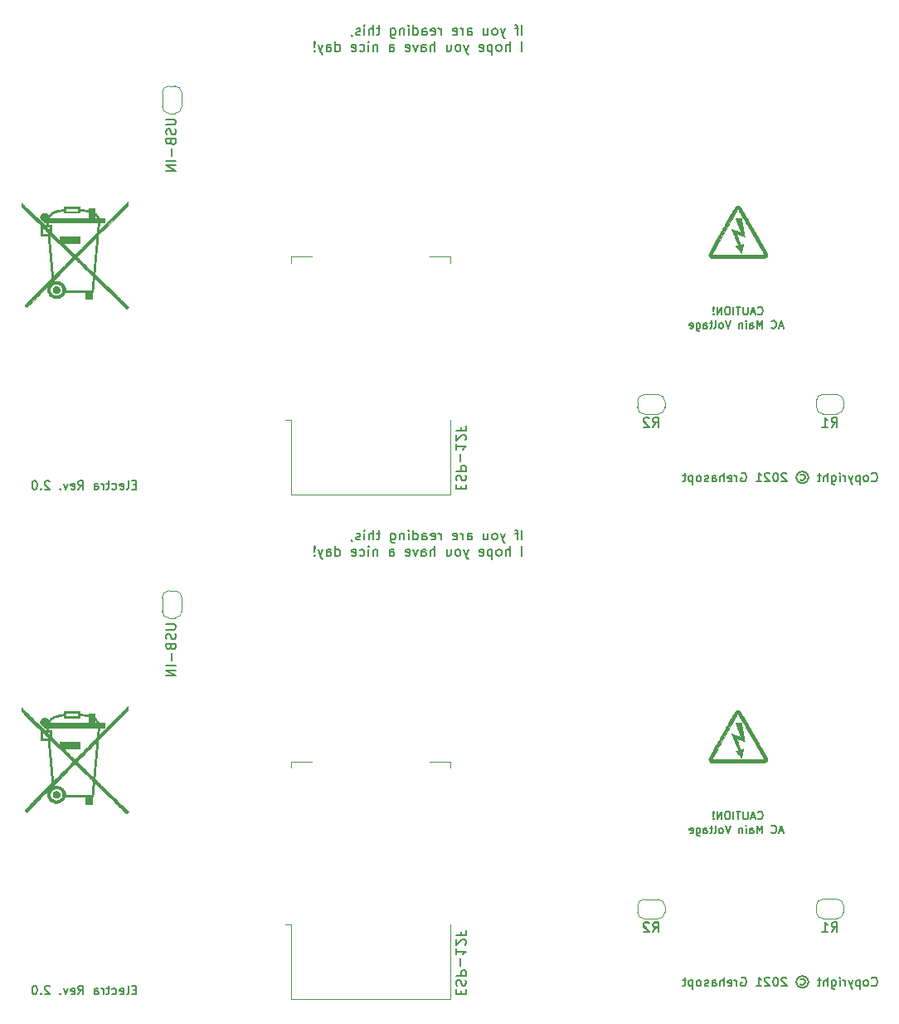
<source format=gbr>
G04 #@! TF.GenerationSoftware,KiCad,Pcbnew,5.1.9-73d0e3b20d~88~ubuntu18.04.1*
G04 #@! TF.CreationDate,2021-04-02T00:43:31+03:00*
G04 #@! TF.ProjectId,electra-100x100mm-2x1-panel,656c6563-7472-4612-9d31-303078313030,1*
G04 #@! TF.SameCoordinates,Original*
G04 #@! TF.FileFunction,Legend,Bot*
G04 #@! TF.FilePolarity,Positive*
%FSLAX46Y46*%
G04 Gerber Fmt 4.6, Leading zero omitted, Abs format (unit mm)*
G04 Created by KiCad (PCBNEW 5.1.9-73d0e3b20d~88~ubuntu18.04.1) date 2021-04-02 00:43:31*
%MOMM*%
%LPD*%
G01*
G04 APERTURE LIST*
%ADD10C,0.150000*%
%ADD11C,0.010000*%
%ADD12C,0.120000*%
G04 APERTURE END LIST*
D10*
X189544752Y-143903433D02*
X189163800Y-143903433D01*
X189620942Y-144132004D02*
X189354276Y-143332004D01*
X189087609Y-144132004D01*
X188363800Y-144055814D02*
X188401895Y-144093909D01*
X188516180Y-144132004D01*
X188592371Y-144132004D01*
X188706657Y-144093909D01*
X188782847Y-144017719D01*
X188820942Y-143941528D01*
X188859038Y-143789147D01*
X188859038Y-143674861D01*
X188820942Y-143522480D01*
X188782847Y-143446290D01*
X188706657Y-143370100D01*
X188592371Y-143332004D01*
X188516180Y-143332004D01*
X188401895Y-143370100D01*
X188363800Y-143408195D01*
X187411419Y-144132004D02*
X187411419Y-143332004D01*
X187144752Y-143903433D01*
X186878085Y-143332004D01*
X186878085Y-144132004D01*
X186154276Y-144132004D02*
X186154276Y-143712957D01*
X186192371Y-143636766D01*
X186268561Y-143598671D01*
X186420942Y-143598671D01*
X186497133Y-143636766D01*
X186154276Y-144093909D02*
X186230466Y-144132004D01*
X186420942Y-144132004D01*
X186497133Y-144093909D01*
X186535228Y-144017719D01*
X186535228Y-143941528D01*
X186497133Y-143865338D01*
X186420942Y-143827242D01*
X186230466Y-143827242D01*
X186154276Y-143789147D01*
X185773323Y-144132004D02*
X185773323Y-143598671D01*
X185773323Y-143332004D02*
X185811419Y-143370100D01*
X185773323Y-143408195D01*
X185735228Y-143370100D01*
X185773323Y-143332004D01*
X185773323Y-143408195D01*
X185392371Y-143598671D02*
X185392371Y-144132004D01*
X185392371Y-143674861D02*
X185354276Y-143636766D01*
X185278085Y-143598671D01*
X185163800Y-143598671D01*
X185087609Y-143636766D01*
X185049514Y-143712957D01*
X185049514Y-144132004D01*
X184173323Y-143332004D02*
X183906657Y-144132004D01*
X183639990Y-143332004D01*
X183259038Y-144132004D02*
X183335228Y-144093909D01*
X183373323Y-144055814D01*
X183411419Y-143979623D01*
X183411419Y-143751052D01*
X183373323Y-143674861D01*
X183335228Y-143636766D01*
X183259038Y-143598671D01*
X183144752Y-143598671D01*
X183068561Y-143636766D01*
X183030466Y-143674861D01*
X182992371Y-143751052D01*
X182992371Y-143979623D01*
X183030466Y-144055814D01*
X183068561Y-144093909D01*
X183144752Y-144132004D01*
X183259038Y-144132004D01*
X182535228Y-144132004D02*
X182611419Y-144093909D01*
X182649514Y-144017719D01*
X182649514Y-143332004D01*
X182344752Y-143598671D02*
X182039990Y-143598671D01*
X182230466Y-143332004D02*
X182230466Y-144017719D01*
X182192371Y-144093909D01*
X182116180Y-144132004D01*
X182039990Y-144132004D01*
X181430466Y-144132004D02*
X181430466Y-143712957D01*
X181468561Y-143636766D01*
X181544752Y-143598671D01*
X181697133Y-143598671D01*
X181773323Y-143636766D01*
X181430466Y-144093909D02*
X181506657Y-144132004D01*
X181697133Y-144132004D01*
X181773323Y-144093909D01*
X181811419Y-144017719D01*
X181811419Y-143941528D01*
X181773323Y-143865338D01*
X181697133Y-143827242D01*
X181506657Y-143827242D01*
X181430466Y-143789147D01*
X180706657Y-143598671D02*
X180706657Y-144246290D01*
X180744752Y-144322480D01*
X180782847Y-144360576D01*
X180859038Y-144398671D01*
X180973323Y-144398671D01*
X181049514Y-144360576D01*
X180706657Y-144093909D02*
X180782847Y-144132004D01*
X180935228Y-144132004D01*
X181011419Y-144093909D01*
X181049514Y-144055814D01*
X181087609Y-143979623D01*
X181087609Y-143751052D01*
X181049514Y-143674861D01*
X181011419Y-143636766D01*
X180935228Y-143598671D01*
X180782847Y-143598671D01*
X180706657Y-143636766D01*
X180020942Y-144093909D02*
X180097133Y-144132004D01*
X180249514Y-144132004D01*
X180325704Y-144093909D01*
X180363800Y-144017719D01*
X180363800Y-143712957D01*
X180325704Y-143636766D01*
X180249514Y-143598671D01*
X180097133Y-143598671D01*
X180020942Y-143636766D01*
X179982847Y-143712957D01*
X179982847Y-143789147D01*
X180363800Y-143865338D01*
X198581028Y-159661728D02*
X198623885Y-159704585D01*
X198752457Y-159747442D01*
X198838171Y-159747442D01*
X198966742Y-159704585D01*
X199052457Y-159618871D01*
X199095314Y-159533157D01*
X199138171Y-159361728D01*
X199138171Y-159233157D01*
X199095314Y-159061728D01*
X199052457Y-158976014D01*
X198966742Y-158890300D01*
X198838171Y-158847442D01*
X198752457Y-158847442D01*
X198623885Y-158890300D01*
X198581028Y-158933157D01*
X198066742Y-159747442D02*
X198152457Y-159704585D01*
X198195314Y-159661728D01*
X198238171Y-159576014D01*
X198238171Y-159318871D01*
X198195314Y-159233157D01*
X198152457Y-159190300D01*
X198066742Y-159147442D01*
X197938171Y-159147442D01*
X197852457Y-159190300D01*
X197809600Y-159233157D01*
X197766742Y-159318871D01*
X197766742Y-159576014D01*
X197809600Y-159661728D01*
X197852457Y-159704585D01*
X197938171Y-159747442D01*
X198066742Y-159747442D01*
X197381028Y-159147442D02*
X197381028Y-160047442D01*
X197381028Y-159190300D02*
X197295314Y-159147442D01*
X197123885Y-159147442D01*
X197038171Y-159190300D01*
X196995314Y-159233157D01*
X196952457Y-159318871D01*
X196952457Y-159576014D01*
X196995314Y-159661728D01*
X197038171Y-159704585D01*
X197123885Y-159747442D01*
X197295314Y-159747442D01*
X197381028Y-159704585D01*
X196652457Y-159147442D02*
X196438171Y-159747442D01*
X196223885Y-159147442D02*
X196438171Y-159747442D01*
X196523885Y-159961728D01*
X196566742Y-160004585D01*
X196652457Y-160047442D01*
X195881028Y-159747442D02*
X195881028Y-159147442D01*
X195881028Y-159318871D02*
X195838171Y-159233157D01*
X195795314Y-159190300D01*
X195709600Y-159147442D01*
X195623885Y-159147442D01*
X195323885Y-159747442D02*
X195323885Y-159147442D01*
X195323885Y-158847442D02*
X195366742Y-158890300D01*
X195323885Y-158933157D01*
X195281028Y-158890300D01*
X195323885Y-158847442D01*
X195323885Y-158933157D01*
X194509600Y-159147442D02*
X194509600Y-159876014D01*
X194552457Y-159961728D01*
X194595314Y-160004585D01*
X194681028Y-160047442D01*
X194809600Y-160047442D01*
X194895314Y-160004585D01*
X194509600Y-159704585D02*
X194595314Y-159747442D01*
X194766742Y-159747442D01*
X194852457Y-159704585D01*
X194895314Y-159661728D01*
X194938171Y-159576014D01*
X194938171Y-159318871D01*
X194895314Y-159233157D01*
X194852457Y-159190300D01*
X194766742Y-159147442D01*
X194595314Y-159147442D01*
X194509600Y-159190300D01*
X194081028Y-159747442D02*
X194081028Y-158847442D01*
X193695314Y-159747442D02*
X193695314Y-159276014D01*
X193738171Y-159190300D01*
X193823885Y-159147442D01*
X193952457Y-159147442D01*
X194038171Y-159190300D01*
X194081028Y-159233157D01*
X193395314Y-159147442D02*
X193052457Y-159147442D01*
X193266742Y-158847442D02*
X193266742Y-159618871D01*
X193223885Y-159704585D01*
X193138171Y-159747442D01*
X193052457Y-159747442D01*
X191338171Y-159061728D02*
X191423885Y-159018871D01*
X191595314Y-159018871D01*
X191681028Y-159061728D01*
X191766742Y-159147442D01*
X191809600Y-159233157D01*
X191809600Y-159404585D01*
X191766742Y-159490300D01*
X191681028Y-159576014D01*
X191595314Y-159618871D01*
X191423885Y-159618871D01*
X191338171Y-159576014D01*
X191509600Y-158718871D02*
X191723885Y-158761728D01*
X191938171Y-158890300D01*
X192066742Y-159104585D01*
X192109600Y-159318871D01*
X192066742Y-159533157D01*
X191938171Y-159747442D01*
X191723885Y-159876014D01*
X191509600Y-159918871D01*
X191295314Y-159876014D01*
X191081028Y-159747442D01*
X190952457Y-159533157D01*
X190909600Y-159318871D01*
X190952457Y-159104585D01*
X191081028Y-158890300D01*
X191295314Y-158761728D01*
X191509600Y-158718871D01*
X189881028Y-158933157D02*
X189838171Y-158890300D01*
X189752457Y-158847442D01*
X189538171Y-158847442D01*
X189452457Y-158890300D01*
X189409600Y-158933157D01*
X189366742Y-159018871D01*
X189366742Y-159104585D01*
X189409600Y-159233157D01*
X189923885Y-159747442D01*
X189366742Y-159747442D01*
X188809600Y-158847442D02*
X188723885Y-158847442D01*
X188638171Y-158890300D01*
X188595314Y-158933157D01*
X188552457Y-159018871D01*
X188509600Y-159190300D01*
X188509600Y-159404585D01*
X188552457Y-159576014D01*
X188595314Y-159661728D01*
X188638171Y-159704585D01*
X188723885Y-159747442D01*
X188809600Y-159747442D01*
X188895314Y-159704585D01*
X188938171Y-159661728D01*
X188981028Y-159576014D01*
X189023885Y-159404585D01*
X189023885Y-159190300D01*
X188981028Y-159018871D01*
X188938171Y-158933157D01*
X188895314Y-158890300D01*
X188809600Y-158847442D01*
X188166742Y-158933157D02*
X188123885Y-158890300D01*
X188038171Y-158847442D01*
X187823885Y-158847442D01*
X187738171Y-158890300D01*
X187695314Y-158933157D01*
X187652457Y-159018871D01*
X187652457Y-159104585D01*
X187695314Y-159233157D01*
X188209600Y-159747442D01*
X187652457Y-159747442D01*
X186795314Y-159747442D02*
X187309600Y-159747442D01*
X187052457Y-159747442D02*
X187052457Y-158847442D01*
X187138171Y-158976014D01*
X187223885Y-159061728D01*
X187309600Y-159104585D01*
X185252457Y-158890300D02*
X185338171Y-158847442D01*
X185466742Y-158847442D01*
X185595314Y-158890300D01*
X185681028Y-158976014D01*
X185723885Y-159061728D01*
X185766742Y-159233157D01*
X185766742Y-159361728D01*
X185723885Y-159533157D01*
X185681028Y-159618871D01*
X185595314Y-159704585D01*
X185466742Y-159747442D01*
X185381028Y-159747442D01*
X185252457Y-159704585D01*
X185209600Y-159661728D01*
X185209600Y-159361728D01*
X185381028Y-159361728D01*
X184823885Y-159747442D02*
X184823885Y-159147442D01*
X184823885Y-159318871D02*
X184781028Y-159233157D01*
X184738171Y-159190300D01*
X184652457Y-159147442D01*
X184566742Y-159147442D01*
X183923885Y-159704585D02*
X184009600Y-159747442D01*
X184181028Y-159747442D01*
X184266742Y-159704585D01*
X184309600Y-159618871D01*
X184309600Y-159276014D01*
X184266742Y-159190300D01*
X184181028Y-159147442D01*
X184009600Y-159147442D01*
X183923885Y-159190300D01*
X183881028Y-159276014D01*
X183881028Y-159361728D01*
X184309600Y-159447442D01*
X183495314Y-159747442D02*
X183495314Y-158847442D01*
X183109600Y-159747442D02*
X183109600Y-159276014D01*
X183152457Y-159190300D01*
X183238171Y-159147442D01*
X183366742Y-159147442D01*
X183452457Y-159190300D01*
X183495314Y-159233157D01*
X182295314Y-159747442D02*
X182295314Y-159276014D01*
X182338171Y-159190300D01*
X182423885Y-159147442D01*
X182595314Y-159147442D01*
X182681028Y-159190300D01*
X182295314Y-159704585D02*
X182381028Y-159747442D01*
X182595314Y-159747442D01*
X182681028Y-159704585D01*
X182723885Y-159618871D01*
X182723885Y-159533157D01*
X182681028Y-159447442D01*
X182595314Y-159404585D01*
X182381028Y-159404585D01*
X182295314Y-159361728D01*
X181909600Y-159704585D02*
X181823885Y-159747442D01*
X181652457Y-159747442D01*
X181566742Y-159704585D01*
X181523885Y-159618871D01*
X181523885Y-159576014D01*
X181566742Y-159490300D01*
X181652457Y-159447442D01*
X181781028Y-159447442D01*
X181866742Y-159404585D01*
X181909600Y-159318871D01*
X181909600Y-159276014D01*
X181866742Y-159190300D01*
X181781028Y-159147442D01*
X181652457Y-159147442D01*
X181566742Y-159190300D01*
X181009600Y-159747442D02*
X181095314Y-159704585D01*
X181138171Y-159661728D01*
X181181028Y-159576014D01*
X181181028Y-159318871D01*
X181138171Y-159233157D01*
X181095314Y-159190300D01*
X181009600Y-159147442D01*
X180881028Y-159147442D01*
X180795314Y-159190300D01*
X180752457Y-159233157D01*
X180709600Y-159318871D01*
X180709600Y-159576014D01*
X180752457Y-159661728D01*
X180795314Y-159704585D01*
X180881028Y-159747442D01*
X181009600Y-159747442D01*
X180323885Y-159147442D02*
X180323885Y-160047442D01*
X180323885Y-159190300D02*
X180238171Y-159147442D01*
X180066742Y-159147442D01*
X179981028Y-159190300D01*
X179938171Y-159233157D01*
X179895314Y-159318871D01*
X179895314Y-159576014D01*
X179938171Y-159661728D01*
X179981028Y-159704585D01*
X180066742Y-159747442D01*
X180238171Y-159747442D01*
X180323885Y-159704585D01*
X179638171Y-159147442D02*
X179295314Y-159147442D01*
X179509600Y-158847442D02*
X179509600Y-159618871D01*
X179466742Y-159704585D01*
X179381028Y-159747442D01*
X179295314Y-159747442D01*
X194493566Y-154204680D02*
X194826900Y-153728490D01*
X195064995Y-154204680D02*
X195064995Y-153204680D01*
X194684042Y-153204680D01*
X194588804Y-153252300D01*
X194541185Y-153299919D01*
X194493566Y-153395157D01*
X194493566Y-153538014D01*
X194541185Y-153633252D01*
X194588804Y-153680871D01*
X194684042Y-153728490D01*
X195064995Y-153728490D01*
X193541185Y-154204680D02*
X194112614Y-154204680D01*
X193826900Y-154204680D02*
X193826900Y-153204680D01*
X193922138Y-153347538D01*
X194017376Y-153442776D01*
X194112614Y-153490395D01*
X176256366Y-154217380D02*
X176589700Y-153741190D01*
X176827795Y-154217380D02*
X176827795Y-153217380D01*
X176446842Y-153217380D01*
X176351604Y-153265000D01*
X176303985Y-153312619D01*
X176256366Y-153407857D01*
X176256366Y-153550714D01*
X176303985Y-153645952D01*
X176351604Y-153693571D01*
X176446842Y-153741190D01*
X176827795Y-153741190D01*
X175875414Y-153312619D02*
X175827795Y-153265000D01*
X175732557Y-153217380D01*
X175494461Y-153217380D01*
X175399223Y-153265000D01*
X175351604Y-153312619D01*
X175303985Y-153407857D01*
X175303985Y-153503095D01*
X175351604Y-153645952D01*
X175923033Y-154217380D01*
X175303985Y-154217380D01*
X123495957Y-160101514D02*
X123195957Y-160101514D01*
X123067385Y-160572942D02*
X123495957Y-160572942D01*
X123495957Y-159672942D01*
X123067385Y-159672942D01*
X122553100Y-160572942D02*
X122638814Y-160530085D01*
X122681671Y-160444371D01*
X122681671Y-159672942D01*
X121867385Y-160530085D02*
X121953100Y-160572942D01*
X122124528Y-160572942D01*
X122210242Y-160530085D01*
X122253100Y-160444371D01*
X122253100Y-160101514D01*
X122210242Y-160015800D01*
X122124528Y-159972942D01*
X121953100Y-159972942D01*
X121867385Y-160015800D01*
X121824528Y-160101514D01*
X121824528Y-160187228D01*
X122253100Y-160272942D01*
X121053100Y-160530085D02*
X121138814Y-160572942D01*
X121310242Y-160572942D01*
X121395957Y-160530085D01*
X121438814Y-160487228D01*
X121481671Y-160401514D01*
X121481671Y-160144371D01*
X121438814Y-160058657D01*
X121395957Y-160015800D01*
X121310242Y-159972942D01*
X121138814Y-159972942D01*
X121053100Y-160015800D01*
X120795957Y-159972942D02*
X120453100Y-159972942D01*
X120667385Y-159672942D02*
X120667385Y-160444371D01*
X120624528Y-160530085D01*
X120538814Y-160572942D01*
X120453100Y-160572942D01*
X120153100Y-160572942D02*
X120153100Y-159972942D01*
X120153100Y-160144371D02*
X120110242Y-160058657D01*
X120067385Y-160015800D01*
X119981671Y-159972942D01*
X119895957Y-159972942D01*
X119210242Y-160572942D02*
X119210242Y-160101514D01*
X119253100Y-160015800D01*
X119338814Y-159972942D01*
X119510242Y-159972942D01*
X119595957Y-160015800D01*
X119210242Y-160530085D02*
X119295957Y-160572942D01*
X119510242Y-160572942D01*
X119595957Y-160530085D01*
X119638814Y-160444371D01*
X119638814Y-160358657D01*
X119595957Y-160272942D01*
X119510242Y-160230085D01*
X119295957Y-160230085D01*
X119210242Y-160187228D01*
X117581671Y-160572942D02*
X117881671Y-160144371D01*
X118095957Y-160572942D02*
X118095957Y-159672942D01*
X117753100Y-159672942D01*
X117667385Y-159715800D01*
X117624528Y-159758657D01*
X117581671Y-159844371D01*
X117581671Y-159972942D01*
X117624528Y-160058657D01*
X117667385Y-160101514D01*
X117753100Y-160144371D01*
X118095957Y-160144371D01*
X116853100Y-160530085D02*
X116938814Y-160572942D01*
X117110242Y-160572942D01*
X117195957Y-160530085D01*
X117238814Y-160444371D01*
X117238814Y-160101514D01*
X117195957Y-160015800D01*
X117110242Y-159972942D01*
X116938814Y-159972942D01*
X116853100Y-160015800D01*
X116810242Y-160101514D01*
X116810242Y-160187228D01*
X117238814Y-160272942D01*
X116510242Y-159972942D02*
X116295957Y-160572942D01*
X116081671Y-159972942D01*
X115738814Y-160487228D02*
X115695957Y-160530085D01*
X115738814Y-160572942D01*
X115781671Y-160530085D01*
X115738814Y-160487228D01*
X115738814Y-160572942D01*
X114667385Y-159758657D02*
X114624528Y-159715800D01*
X114538814Y-159672942D01*
X114324528Y-159672942D01*
X114238814Y-159715800D01*
X114195957Y-159758657D01*
X114153100Y-159844371D01*
X114153100Y-159930085D01*
X114195957Y-160058657D01*
X114710242Y-160572942D01*
X114153100Y-160572942D01*
X113767385Y-160487228D02*
X113724528Y-160530085D01*
X113767385Y-160572942D01*
X113810242Y-160530085D01*
X113767385Y-160487228D01*
X113767385Y-160572942D01*
X113167385Y-159672942D02*
X113081671Y-159672942D01*
X112995957Y-159715800D01*
X112953100Y-159758657D01*
X112910242Y-159844371D01*
X112867385Y-160015800D01*
X112867385Y-160230085D01*
X112910242Y-160401514D01*
X112953100Y-160487228D01*
X112995957Y-160530085D01*
X113081671Y-160572942D01*
X113167385Y-160572942D01*
X113253100Y-160530085D01*
X113295957Y-160487228D01*
X113338814Y-160401514D01*
X113381671Y-160230085D01*
X113381671Y-160015800D01*
X113338814Y-159844371D01*
X113295957Y-159758657D01*
X113253100Y-159715800D01*
X113167385Y-159672942D01*
X162889004Y-114200180D02*
X162889004Y-113200180D01*
X162555671Y-113533514D02*
X162174719Y-113533514D01*
X162412814Y-114200180D02*
X162412814Y-113343038D01*
X162365195Y-113247800D01*
X162269957Y-113200180D01*
X162174719Y-113200180D01*
X161174719Y-113533514D02*
X160936623Y-114200180D01*
X160698528Y-113533514D02*
X160936623Y-114200180D01*
X161031861Y-114438276D01*
X161079480Y-114485895D01*
X161174719Y-114533514D01*
X160174719Y-114200180D02*
X160269957Y-114152561D01*
X160317576Y-114104942D01*
X160365195Y-114009704D01*
X160365195Y-113723990D01*
X160317576Y-113628752D01*
X160269957Y-113581133D01*
X160174719Y-113533514D01*
X160031861Y-113533514D01*
X159936623Y-113581133D01*
X159889004Y-113628752D01*
X159841385Y-113723990D01*
X159841385Y-114009704D01*
X159889004Y-114104942D01*
X159936623Y-114152561D01*
X160031861Y-114200180D01*
X160174719Y-114200180D01*
X158984242Y-113533514D02*
X158984242Y-114200180D01*
X159412814Y-113533514D02*
X159412814Y-114057323D01*
X159365195Y-114152561D01*
X159269957Y-114200180D01*
X159127100Y-114200180D01*
X159031861Y-114152561D01*
X158984242Y-114104942D01*
X157317576Y-114200180D02*
X157317576Y-113676371D01*
X157365195Y-113581133D01*
X157460433Y-113533514D01*
X157650909Y-113533514D01*
X157746147Y-113581133D01*
X157317576Y-114152561D02*
X157412814Y-114200180D01*
X157650909Y-114200180D01*
X157746147Y-114152561D01*
X157793766Y-114057323D01*
X157793766Y-113962085D01*
X157746147Y-113866847D01*
X157650909Y-113819228D01*
X157412814Y-113819228D01*
X157317576Y-113771609D01*
X156841385Y-114200180D02*
X156841385Y-113533514D01*
X156841385Y-113723990D02*
X156793766Y-113628752D01*
X156746147Y-113581133D01*
X156650909Y-113533514D01*
X156555671Y-113533514D01*
X155841385Y-114152561D02*
X155936623Y-114200180D01*
X156127100Y-114200180D01*
X156222338Y-114152561D01*
X156269957Y-114057323D01*
X156269957Y-113676371D01*
X156222338Y-113581133D01*
X156127100Y-113533514D01*
X155936623Y-113533514D01*
X155841385Y-113581133D01*
X155793766Y-113676371D01*
X155793766Y-113771609D01*
X156269957Y-113866847D01*
X154603290Y-114200180D02*
X154603290Y-113533514D01*
X154603290Y-113723990D02*
X154555671Y-113628752D01*
X154508052Y-113581133D01*
X154412814Y-113533514D01*
X154317576Y-113533514D01*
X153603290Y-114152561D02*
X153698528Y-114200180D01*
X153889004Y-114200180D01*
X153984242Y-114152561D01*
X154031861Y-114057323D01*
X154031861Y-113676371D01*
X153984242Y-113581133D01*
X153889004Y-113533514D01*
X153698528Y-113533514D01*
X153603290Y-113581133D01*
X153555671Y-113676371D01*
X153555671Y-113771609D01*
X154031861Y-113866847D01*
X152698528Y-114200180D02*
X152698528Y-113676371D01*
X152746147Y-113581133D01*
X152841385Y-113533514D01*
X153031861Y-113533514D01*
X153127100Y-113581133D01*
X152698528Y-114152561D02*
X152793766Y-114200180D01*
X153031861Y-114200180D01*
X153127100Y-114152561D01*
X153174719Y-114057323D01*
X153174719Y-113962085D01*
X153127100Y-113866847D01*
X153031861Y-113819228D01*
X152793766Y-113819228D01*
X152698528Y-113771609D01*
X151793766Y-114200180D02*
X151793766Y-113200180D01*
X151793766Y-114152561D02*
X151889004Y-114200180D01*
X152079480Y-114200180D01*
X152174719Y-114152561D01*
X152222338Y-114104942D01*
X152269957Y-114009704D01*
X152269957Y-113723990D01*
X152222338Y-113628752D01*
X152174719Y-113581133D01*
X152079480Y-113533514D01*
X151889004Y-113533514D01*
X151793766Y-113581133D01*
X151317576Y-114200180D02*
X151317576Y-113533514D01*
X151317576Y-113200180D02*
X151365195Y-113247800D01*
X151317576Y-113295419D01*
X151269957Y-113247800D01*
X151317576Y-113200180D01*
X151317576Y-113295419D01*
X150841385Y-113533514D02*
X150841385Y-114200180D01*
X150841385Y-113628752D02*
X150793766Y-113581133D01*
X150698528Y-113533514D01*
X150555671Y-113533514D01*
X150460433Y-113581133D01*
X150412814Y-113676371D01*
X150412814Y-114200180D01*
X149508052Y-113533514D02*
X149508052Y-114343038D01*
X149555671Y-114438276D01*
X149603290Y-114485895D01*
X149698528Y-114533514D01*
X149841385Y-114533514D01*
X149936623Y-114485895D01*
X149508052Y-114152561D02*
X149603290Y-114200180D01*
X149793766Y-114200180D01*
X149889004Y-114152561D01*
X149936623Y-114104942D01*
X149984242Y-114009704D01*
X149984242Y-113723990D01*
X149936623Y-113628752D01*
X149889004Y-113581133D01*
X149793766Y-113533514D01*
X149603290Y-113533514D01*
X149508052Y-113581133D01*
X148412814Y-113533514D02*
X148031861Y-113533514D01*
X148269957Y-113200180D02*
X148269957Y-114057323D01*
X148222338Y-114152561D01*
X148127100Y-114200180D01*
X148031861Y-114200180D01*
X147698528Y-114200180D02*
X147698528Y-113200180D01*
X147269957Y-114200180D02*
X147269957Y-113676371D01*
X147317576Y-113581133D01*
X147412814Y-113533514D01*
X147555671Y-113533514D01*
X147650909Y-113581133D01*
X147698528Y-113628752D01*
X146793766Y-114200180D02*
X146793766Y-113533514D01*
X146793766Y-113200180D02*
X146841385Y-113247800D01*
X146793766Y-113295419D01*
X146746147Y-113247800D01*
X146793766Y-113200180D01*
X146793766Y-113295419D01*
X146365195Y-114152561D02*
X146269957Y-114200180D01*
X146079480Y-114200180D01*
X145984242Y-114152561D01*
X145936623Y-114057323D01*
X145936623Y-114009704D01*
X145984242Y-113914466D01*
X146079480Y-113866847D01*
X146222338Y-113866847D01*
X146317576Y-113819228D01*
X146365195Y-113723990D01*
X146365195Y-113676371D01*
X146317576Y-113581133D01*
X146222338Y-113533514D01*
X146079480Y-113533514D01*
X145984242Y-113581133D01*
X145460433Y-114152561D02*
X145460433Y-114200180D01*
X145508052Y-114295419D01*
X145555671Y-114343038D01*
X162889004Y-115850180D02*
X162889004Y-114850180D01*
X161650909Y-115850180D02*
X161650909Y-114850180D01*
X161222338Y-115850180D02*
X161222338Y-115326371D01*
X161269957Y-115231133D01*
X161365195Y-115183514D01*
X161508052Y-115183514D01*
X161603290Y-115231133D01*
X161650909Y-115278752D01*
X160603290Y-115850180D02*
X160698528Y-115802561D01*
X160746147Y-115754942D01*
X160793766Y-115659704D01*
X160793766Y-115373990D01*
X160746147Y-115278752D01*
X160698528Y-115231133D01*
X160603290Y-115183514D01*
X160460433Y-115183514D01*
X160365195Y-115231133D01*
X160317576Y-115278752D01*
X160269957Y-115373990D01*
X160269957Y-115659704D01*
X160317576Y-115754942D01*
X160365195Y-115802561D01*
X160460433Y-115850180D01*
X160603290Y-115850180D01*
X159841385Y-115183514D02*
X159841385Y-116183514D01*
X159841385Y-115231133D02*
X159746147Y-115183514D01*
X159555671Y-115183514D01*
X159460433Y-115231133D01*
X159412814Y-115278752D01*
X159365195Y-115373990D01*
X159365195Y-115659704D01*
X159412814Y-115754942D01*
X159460433Y-115802561D01*
X159555671Y-115850180D01*
X159746147Y-115850180D01*
X159841385Y-115802561D01*
X158555671Y-115802561D02*
X158650909Y-115850180D01*
X158841385Y-115850180D01*
X158936623Y-115802561D01*
X158984242Y-115707323D01*
X158984242Y-115326371D01*
X158936623Y-115231133D01*
X158841385Y-115183514D01*
X158650909Y-115183514D01*
X158555671Y-115231133D01*
X158508052Y-115326371D01*
X158508052Y-115421609D01*
X158984242Y-115516847D01*
X157412814Y-115183514D02*
X157174719Y-115850180D01*
X156936623Y-115183514D02*
X157174719Y-115850180D01*
X157269957Y-116088276D01*
X157317576Y-116135895D01*
X157412814Y-116183514D01*
X156412814Y-115850180D02*
X156508052Y-115802561D01*
X156555671Y-115754942D01*
X156603290Y-115659704D01*
X156603290Y-115373990D01*
X156555671Y-115278752D01*
X156508052Y-115231133D01*
X156412814Y-115183514D01*
X156269957Y-115183514D01*
X156174719Y-115231133D01*
X156127100Y-115278752D01*
X156079480Y-115373990D01*
X156079480Y-115659704D01*
X156127100Y-115754942D01*
X156174719Y-115802561D01*
X156269957Y-115850180D01*
X156412814Y-115850180D01*
X155222338Y-115183514D02*
X155222338Y-115850180D01*
X155650909Y-115183514D02*
X155650909Y-115707323D01*
X155603290Y-115802561D01*
X155508052Y-115850180D01*
X155365195Y-115850180D01*
X155269957Y-115802561D01*
X155222338Y-115754942D01*
X153984242Y-115850180D02*
X153984242Y-114850180D01*
X153555671Y-115850180D02*
X153555671Y-115326371D01*
X153603290Y-115231133D01*
X153698528Y-115183514D01*
X153841385Y-115183514D01*
X153936623Y-115231133D01*
X153984242Y-115278752D01*
X152650909Y-115850180D02*
X152650909Y-115326371D01*
X152698528Y-115231133D01*
X152793766Y-115183514D01*
X152984242Y-115183514D01*
X153079480Y-115231133D01*
X152650909Y-115802561D02*
X152746147Y-115850180D01*
X152984242Y-115850180D01*
X153079480Y-115802561D01*
X153127100Y-115707323D01*
X153127100Y-115612085D01*
X153079480Y-115516847D01*
X152984242Y-115469228D01*
X152746147Y-115469228D01*
X152650909Y-115421609D01*
X152269957Y-115183514D02*
X152031861Y-115850180D01*
X151793766Y-115183514D01*
X151031861Y-115802561D02*
X151127100Y-115850180D01*
X151317576Y-115850180D01*
X151412814Y-115802561D01*
X151460433Y-115707323D01*
X151460433Y-115326371D01*
X151412814Y-115231133D01*
X151317576Y-115183514D01*
X151127100Y-115183514D01*
X151031861Y-115231133D01*
X150984242Y-115326371D01*
X150984242Y-115421609D01*
X151460433Y-115516847D01*
X149365195Y-115850180D02*
X149365195Y-115326371D01*
X149412814Y-115231133D01*
X149508052Y-115183514D01*
X149698528Y-115183514D01*
X149793766Y-115231133D01*
X149365195Y-115802561D02*
X149460433Y-115850180D01*
X149698528Y-115850180D01*
X149793766Y-115802561D01*
X149841385Y-115707323D01*
X149841385Y-115612085D01*
X149793766Y-115516847D01*
X149698528Y-115469228D01*
X149460433Y-115469228D01*
X149365195Y-115421609D01*
X148127100Y-115183514D02*
X148127100Y-115850180D01*
X148127100Y-115278752D02*
X148079480Y-115231133D01*
X147984242Y-115183514D01*
X147841385Y-115183514D01*
X147746147Y-115231133D01*
X147698528Y-115326371D01*
X147698528Y-115850180D01*
X147222338Y-115850180D02*
X147222338Y-115183514D01*
X147222338Y-114850180D02*
X147269957Y-114897800D01*
X147222338Y-114945419D01*
X147174719Y-114897800D01*
X147222338Y-114850180D01*
X147222338Y-114945419D01*
X146317576Y-115802561D02*
X146412814Y-115850180D01*
X146603290Y-115850180D01*
X146698528Y-115802561D01*
X146746147Y-115754942D01*
X146793766Y-115659704D01*
X146793766Y-115373990D01*
X146746147Y-115278752D01*
X146698528Y-115231133D01*
X146603290Y-115183514D01*
X146412814Y-115183514D01*
X146317576Y-115231133D01*
X145508052Y-115802561D02*
X145603290Y-115850180D01*
X145793766Y-115850180D01*
X145889004Y-115802561D01*
X145936623Y-115707323D01*
X145936623Y-115326371D01*
X145889004Y-115231133D01*
X145793766Y-115183514D01*
X145603290Y-115183514D01*
X145508052Y-115231133D01*
X145460433Y-115326371D01*
X145460433Y-115421609D01*
X145936623Y-115516847D01*
X143841385Y-115850180D02*
X143841385Y-114850180D01*
X143841385Y-115802561D02*
X143936623Y-115850180D01*
X144127100Y-115850180D01*
X144222338Y-115802561D01*
X144269957Y-115754942D01*
X144317576Y-115659704D01*
X144317576Y-115373990D01*
X144269957Y-115278752D01*
X144222338Y-115231133D01*
X144127100Y-115183514D01*
X143936623Y-115183514D01*
X143841385Y-115231133D01*
X142936623Y-115850180D02*
X142936623Y-115326371D01*
X142984242Y-115231133D01*
X143079480Y-115183514D01*
X143269957Y-115183514D01*
X143365195Y-115231133D01*
X142936623Y-115802561D02*
X143031861Y-115850180D01*
X143269957Y-115850180D01*
X143365195Y-115802561D01*
X143412814Y-115707323D01*
X143412814Y-115612085D01*
X143365195Y-115516847D01*
X143269957Y-115469228D01*
X143031861Y-115469228D01*
X142936623Y-115421609D01*
X142555671Y-115183514D02*
X142317576Y-115850180D01*
X142079480Y-115183514D02*
X142317576Y-115850180D01*
X142412814Y-116088276D01*
X142460433Y-116135895D01*
X142555671Y-116183514D01*
X141698528Y-115754942D02*
X141650909Y-115802561D01*
X141698528Y-115850180D01*
X141746147Y-115802561D01*
X141698528Y-115754942D01*
X141698528Y-115850180D01*
X141698528Y-115469228D02*
X141746147Y-114897800D01*
X141698528Y-114850180D01*
X141650909Y-114897800D01*
X141698528Y-115469228D01*
X141698528Y-114850180D01*
X186954295Y-142646114D02*
X186992390Y-142684209D01*
X187106676Y-142722304D01*
X187182866Y-142722304D01*
X187297152Y-142684209D01*
X187373342Y-142608019D01*
X187411438Y-142531828D01*
X187449533Y-142379447D01*
X187449533Y-142265161D01*
X187411438Y-142112780D01*
X187373342Y-142036590D01*
X187297152Y-141960400D01*
X187182866Y-141922304D01*
X187106676Y-141922304D01*
X186992390Y-141960400D01*
X186954295Y-141998495D01*
X186649533Y-142493733D02*
X186268580Y-142493733D01*
X186725723Y-142722304D02*
X186459057Y-141922304D01*
X186192390Y-142722304D01*
X185925723Y-141922304D02*
X185925723Y-142569923D01*
X185887628Y-142646114D01*
X185849533Y-142684209D01*
X185773342Y-142722304D01*
X185620961Y-142722304D01*
X185544771Y-142684209D01*
X185506676Y-142646114D01*
X185468580Y-142569923D01*
X185468580Y-141922304D01*
X185201914Y-141922304D02*
X184744771Y-141922304D01*
X184973342Y-142722304D02*
X184973342Y-141922304D01*
X184478104Y-142722304D02*
X184478104Y-141922304D01*
X183944771Y-141922304D02*
X183792390Y-141922304D01*
X183716200Y-141960400D01*
X183640009Y-142036590D01*
X183601914Y-142188971D01*
X183601914Y-142455638D01*
X183640009Y-142608019D01*
X183716200Y-142684209D01*
X183792390Y-142722304D01*
X183944771Y-142722304D01*
X184020961Y-142684209D01*
X184097152Y-142608019D01*
X184135247Y-142455638D01*
X184135247Y-142188971D01*
X184097152Y-142036590D01*
X184020961Y-141960400D01*
X183944771Y-141922304D01*
X183259057Y-142722304D02*
X183259057Y-141922304D01*
X182801914Y-142722304D01*
X182801914Y-141922304D01*
X182420961Y-142646114D02*
X182382866Y-142684209D01*
X182420961Y-142722304D01*
X182459057Y-142684209D01*
X182420961Y-142646114D01*
X182420961Y-142722304D01*
X182420961Y-142417542D02*
X182459057Y-141960400D01*
X182420961Y-141922304D01*
X182382866Y-141960400D01*
X182420961Y-142417542D01*
X182420961Y-141922304D01*
X198581028Y-108161728D02*
X198623885Y-108204585D01*
X198752457Y-108247442D01*
X198838171Y-108247442D01*
X198966742Y-108204585D01*
X199052457Y-108118871D01*
X199095314Y-108033157D01*
X199138171Y-107861728D01*
X199138171Y-107733157D01*
X199095314Y-107561728D01*
X199052457Y-107476014D01*
X198966742Y-107390300D01*
X198838171Y-107347442D01*
X198752457Y-107347442D01*
X198623885Y-107390300D01*
X198581028Y-107433157D01*
X198066742Y-108247442D02*
X198152457Y-108204585D01*
X198195314Y-108161728D01*
X198238171Y-108076014D01*
X198238171Y-107818871D01*
X198195314Y-107733157D01*
X198152457Y-107690300D01*
X198066742Y-107647442D01*
X197938171Y-107647442D01*
X197852457Y-107690300D01*
X197809600Y-107733157D01*
X197766742Y-107818871D01*
X197766742Y-108076014D01*
X197809600Y-108161728D01*
X197852457Y-108204585D01*
X197938171Y-108247442D01*
X198066742Y-108247442D01*
X197381028Y-107647442D02*
X197381028Y-108547442D01*
X197381028Y-107690300D02*
X197295314Y-107647442D01*
X197123885Y-107647442D01*
X197038171Y-107690300D01*
X196995314Y-107733157D01*
X196952457Y-107818871D01*
X196952457Y-108076014D01*
X196995314Y-108161728D01*
X197038171Y-108204585D01*
X197123885Y-108247442D01*
X197295314Y-108247442D01*
X197381028Y-108204585D01*
X196652457Y-107647442D02*
X196438171Y-108247442D01*
X196223885Y-107647442D02*
X196438171Y-108247442D01*
X196523885Y-108461728D01*
X196566742Y-108504585D01*
X196652457Y-108547442D01*
X195881028Y-108247442D02*
X195881028Y-107647442D01*
X195881028Y-107818871D02*
X195838171Y-107733157D01*
X195795314Y-107690300D01*
X195709600Y-107647442D01*
X195623885Y-107647442D01*
X195323885Y-108247442D02*
X195323885Y-107647442D01*
X195323885Y-107347442D02*
X195366742Y-107390300D01*
X195323885Y-107433157D01*
X195281028Y-107390300D01*
X195323885Y-107347442D01*
X195323885Y-107433157D01*
X194509600Y-107647442D02*
X194509600Y-108376014D01*
X194552457Y-108461728D01*
X194595314Y-108504585D01*
X194681028Y-108547442D01*
X194809600Y-108547442D01*
X194895314Y-108504585D01*
X194509600Y-108204585D02*
X194595314Y-108247442D01*
X194766742Y-108247442D01*
X194852457Y-108204585D01*
X194895314Y-108161728D01*
X194938171Y-108076014D01*
X194938171Y-107818871D01*
X194895314Y-107733157D01*
X194852457Y-107690300D01*
X194766742Y-107647442D01*
X194595314Y-107647442D01*
X194509600Y-107690300D01*
X194081028Y-108247442D02*
X194081028Y-107347442D01*
X193695314Y-108247442D02*
X193695314Y-107776014D01*
X193738171Y-107690300D01*
X193823885Y-107647442D01*
X193952457Y-107647442D01*
X194038171Y-107690300D01*
X194081028Y-107733157D01*
X193395314Y-107647442D02*
X193052457Y-107647442D01*
X193266742Y-107347442D02*
X193266742Y-108118871D01*
X193223885Y-108204585D01*
X193138171Y-108247442D01*
X193052457Y-108247442D01*
X191338171Y-107561728D02*
X191423885Y-107518871D01*
X191595314Y-107518871D01*
X191681028Y-107561728D01*
X191766742Y-107647442D01*
X191809600Y-107733157D01*
X191809600Y-107904585D01*
X191766742Y-107990300D01*
X191681028Y-108076014D01*
X191595314Y-108118871D01*
X191423885Y-108118871D01*
X191338171Y-108076014D01*
X191509600Y-107218871D02*
X191723885Y-107261728D01*
X191938171Y-107390300D01*
X192066742Y-107604585D01*
X192109600Y-107818871D01*
X192066742Y-108033157D01*
X191938171Y-108247442D01*
X191723885Y-108376014D01*
X191509600Y-108418871D01*
X191295314Y-108376014D01*
X191081028Y-108247442D01*
X190952457Y-108033157D01*
X190909600Y-107818871D01*
X190952457Y-107604585D01*
X191081028Y-107390300D01*
X191295314Y-107261728D01*
X191509600Y-107218871D01*
X189881028Y-107433157D02*
X189838171Y-107390300D01*
X189752457Y-107347442D01*
X189538171Y-107347442D01*
X189452457Y-107390300D01*
X189409600Y-107433157D01*
X189366742Y-107518871D01*
X189366742Y-107604585D01*
X189409600Y-107733157D01*
X189923885Y-108247442D01*
X189366742Y-108247442D01*
X188809600Y-107347442D02*
X188723885Y-107347442D01*
X188638171Y-107390300D01*
X188595314Y-107433157D01*
X188552457Y-107518871D01*
X188509600Y-107690300D01*
X188509600Y-107904585D01*
X188552457Y-108076014D01*
X188595314Y-108161728D01*
X188638171Y-108204585D01*
X188723885Y-108247442D01*
X188809600Y-108247442D01*
X188895314Y-108204585D01*
X188938171Y-108161728D01*
X188981028Y-108076014D01*
X189023885Y-107904585D01*
X189023885Y-107690300D01*
X188981028Y-107518871D01*
X188938171Y-107433157D01*
X188895314Y-107390300D01*
X188809600Y-107347442D01*
X188166742Y-107433157D02*
X188123885Y-107390300D01*
X188038171Y-107347442D01*
X187823885Y-107347442D01*
X187738171Y-107390300D01*
X187695314Y-107433157D01*
X187652457Y-107518871D01*
X187652457Y-107604585D01*
X187695314Y-107733157D01*
X188209600Y-108247442D01*
X187652457Y-108247442D01*
X186795314Y-108247442D02*
X187309600Y-108247442D01*
X187052457Y-108247442D02*
X187052457Y-107347442D01*
X187138171Y-107476014D01*
X187223885Y-107561728D01*
X187309600Y-107604585D01*
X185252457Y-107390300D02*
X185338171Y-107347442D01*
X185466742Y-107347442D01*
X185595314Y-107390300D01*
X185681028Y-107476014D01*
X185723885Y-107561728D01*
X185766742Y-107733157D01*
X185766742Y-107861728D01*
X185723885Y-108033157D01*
X185681028Y-108118871D01*
X185595314Y-108204585D01*
X185466742Y-108247442D01*
X185381028Y-108247442D01*
X185252457Y-108204585D01*
X185209600Y-108161728D01*
X185209600Y-107861728D01*
X185381028Y-107861728D01*
X184823885Y-108247442D02*
X184823885Y-107647442D01*
X184823885Y-107818871D02*
X184781028Y-107733157D01*
X184738171Y-107690300D01*
X184652457Y-107647442D01*
X184566742Y-107647442D01*
X183923885Y-108204585D02*
X184009600Y-108247442D01*
X184181028Y-108247442D01*
X184266742Y-108204585D01*
X184309600Y-108118871D01*
X184309600Y-107776014D01*
X184266742Y-107690300D01*
X184181028Y-107647442D01*
X184009600Y-107647442D01*
X183923885Y-107690300D01*
X183881028Y-107776014D01*
X183881028Y-107861728D01*
X184309600Y-107947442D01*
X183495314Y-108247442D02*
X183495314Y-107347442D01*
X183109600Y-108247442D02*
X183109600Y-107776014D01*
X183152457Y-107690300D01*
X183238171Y-107647442D01*
X183366742Y-107647442D01*
X183452457Y-107690300D01*
X183495314Y-107733157D01*
X182295314Y-108247442D02*
X182295314Y-107776014D01*
X182338171Y-107690300D01*
X182423885Y-107647442D01*
X182595314Y-107647442D01*
X182681028Y-107690300D01*
X182295314Y-108204585D02*
X182381028Y-108247442D01*
X182595314Y-108247442D01*
X182681028Y-108204585D01*
X182723885Y-108118871D01*
X182723885Y-108033157D01*
X182681028Y-107947442D01*
X182595314Y-107904585D01*
X182381028Y-107904585D01*
X182295314Y-107861728D01*
X181909600Y-108204585D02*
X181823885Y-108247442D01*
X181652457Y-108247442D01*
X181566742Y-108204585D01*
X181523885Y-108118871D01*
X181523885Y-108076014D01*
X181566742Y-107990300D01*
X181652457Y-107947442D01*
X181781028Y-107947442D01*
X181866742Y-107904585D01*
X181909600Y-107818871D01*
X181909600Y-107776014D01*
X181866742Y-107690300D01*
X181781028Y-107647442D01*
X181652457Y-107647442D01*
X181566742Y-107690300D01*
X181009600Y-108247442D02*
X181095314Y-108204585D01*
X181138171Y-108161728D01*
X181181028Y-108076014D01*
X181181028Y-107818871D01*
X181138171Y-107733157D01*
X181095314Y-107690300D01*
X181009600Y-107647442D01*
X180881028Y-107647442D01*
X180795314Y-107690300D01*
X180752457Y-107733157D01*
X180709600Y-107818871D01*
X180709600Y-108076014D01*
X180752457Y-108161728D01*
X180795314Y-108204585D01*
X180881028Y-108247442D01*
X181009600Y-108247442D01*
X180323885Y-107647442D02*
X180323885Y-108547442D01*
X180323885Y-107690300D02*
X180238171Y-107647442D01*
X180066742Y-107647442D01*
X179981028Y-107690300D01*
X179938171Y-107733157D01*
X179895314Y-107818871D01*
X179895314Y-108076014D01*
X179938171Y-108161728D01*
X179981028Y-108204585D01*
X180066742Y-108247442D01*
X180238171Y-108247442D01*
X180323885Y-108204585D01*
X179638171Y-107647442D02*
X179295314Y-107647442D01*
X179509600Y-107347442D02*
X179509600Y-108118871D01*
X179466742Y-108204585D01*
X179381028Y-108247442D01*
X179295314Y-108247442D01*
X162889004Y-62700180D02*
X162889004Y-61700180D01*
X162555671Y-62033514D02*
X162174719Y-62033514D01*
X162412814Y-62700180D02*
X162412814Y-61843038D01*
X162365195Y-61747800D01*
X162269957Y-61700180D01*
X162174719Y-61700180D01*
X161174719Y-62033514D02*
X160936623Y-62700180D01*
X160698528Y-62033514D02*
X160936623Y-62700180D01*
X161031861Y-62938276D01*
X161079480Y-62985895D01*
X161174719Y-63033514D01*
X160174719Y-62700180D02*
X160269957Y-62652561D01*
X160317576Y-62604942D01*
X160365195Y-62509704D01*
X160365195Y-62223990D01*
X160317576Y-62128752D01*
X160269957Y-62081133D01*
X160174719Y-62033514D01*
X160031861Y-62033514D01*
X159936623Y-62081133D01*
X159889004Y-62128752D01*
X159841385Y-62223990D01*
X159841385Y-62509704D01*
X159889004Y-62604942D01*
X159936623Y-62652561D01*
X160031861Y-62700180D01*
X160174719Y-62700180D01*
X158984242Y-62033514D02*
X158984242Y-62700180D01*
X159412814Y-62033514D02*
X159412814Y-62557323D01*
X159365195Y-62652561D01*
X159269957Y-62700180D01*
X159127100Y-62700180D01*
X159031861Y-62652561D01*
X158984242Y-62604942D01*
X157317576Y-62700180D02*
X157317576Y-62176371D01*
X157365195Y-62081133D01*
X157460433Y-62033514D01*
X157650909Y-62033514D01*
X157746147Y-62081133D01*
X157317576Y-62652561D02*
X157412814Y-62700180D01*
X157650909Y-62700180D01*
X157746147Y-62652561D01*
X157793766Y-62557323D01*
X157793766Y-62462085D01*
X157746147Y-62366847D01*
X157650909Y-62319228D01*
X157412814Y-62319228D01*
X157317576Y-62271609D01*
X156841385Y-62700180D02*
X156841385Y-62033514D01*
X156841385Y-62223990D02*
X156793766Y-62128752D01*
X156746147Y-62081133D01*
X156650909Y-62033514D01*
X156555671Y-62033514D01*
X155841385Y-62652561D02*
X155936623Y-62700180D01*
X156127100Y-62700180D01*
X156222338Y-62652561D01*
X156269957Y-62557323D01*
X156269957Y-62176371D01*
X156222338Y-62081133D01*
X156127100Y-62033514D01*
X155936623Y-62033514D01*
X155841385Y-62081133D01*
X155793766Y-62176371D01*
X155793766Y-62271609D01*
X156269957Y-62366847D01*
X154603290Y-62700180D02*
X154603290Y-62033514D01*
X154603290Y-62223990D02*
X154555671Y-62128752D01*
X154508052Y-62081133D01*
X154412814Y-62033514D01*
X154317576Y-62033514D01*
X153603290Y-62652561D02*
X153698528Y-62700180D01*
X153889004Y-62700180D01*
X153984242Y-62652561D01*
X154031861Y-62557323D01*
X154031861Y-62176371D01*
X153984242Y-62081133D01*
X153889004Y-62033514D01*
X153698528Y-62033514D01*
X153603290Y-62081133D01*
X153555671Y-62176371D01*
X153555671Y-62271609D01*
X154031861Y-62366847D01*
X152698528Y-62700180D02*
X152698528Y-62176371D01*
X152746147Y-62081133D01*
X152841385Y-62033514D01*
X153031861Y-62033514D01*
X153127100Y-62081133D01*
X152698528Y-62652561D02*
X152793766Y-62700180D01*
X153031861Y-62700180D01*
X153127100Y-62652561D01*
X153174719Y-62557323D01*
X153174719Y-62462085D01*
X153127100Y-62366847D01*
X153031861Y-62319228D01*
X152793766Y-62319228D01*
X152698528Y-62271609D01*
X151793766Y-62700180D02*
X151793766Y-61700180D01*
X151793766Y-62652561D02*
X151889004Y-62700180D01*
X152079480Y-62700180D01*
X152174719Y-62652561D01*
X152222338Y-62604942D01*
X152269957Y-62509704D01*
X152269957Y-62223990D01*
X152222338Y-62128752D01*
X152174719Y-62081133D01*
X152079480Y-62033514D01*
X151889004Y-62033514D01*
X151793766Y-62081133D01*
X151317576Y-62700180D02*
X151317576Y-62033514D01*
X151317576Y-61700180D02*
X151365195Y-61747800D01*
X151317576Y-61795419D01*
X151269957Y-61747800D01*
X151317576Y-61700180D01*
X151317576Y-61795419D01*
X150841385Y-62033514D02*
X150841385Y-62700180D01*
X150841385Y-62128752D02*
X150793766Y-62081133D01*
X150698528Y-62033514D01*
X150555671Y-62033514D01*
X150460433Y-62081133D01*
X150412814Y-62176371D01*
X150412814Y-62700180D01*
X149508052Y-62033514D02*
X149508052Y-62843038D01*
X149555671Y-62938276D01*
X149603290Y-62985895D01*
X149698528Y-63033514D01*
X149841385Y-63033514D01*
X149936623Y-62985895D01*
X149508052Y-62652561D02*
X149603290Y-62700180D01*
X149793766Y-62700180D01*
X149889004Y-62652561D01*
X149936623Y-62604942D01*
X149984242Y-62509704D01*
X149984242Y-62223990D01*
X149936623Y-62128752D01*
X149889004Y-62081133D01*
X149793766Y-62033514D01*
X149603290Y-62033514D01*
X149508052Y-62081133D01*
X148412814Y-62033514D02*
X148031861Y-62033514D01*
X148269957Y-61700180D02*
X148269957Y-62557323D01*
X148222338Y-62652561D01*
X148127100Y-62700180D01*
X148031861Y-62700180D01*
X147698528Y-62700180D02*
X147698528Y-61700180D01*
X147269957Y-62700180D02*
X147269957Y-62176371D01*
X147317576Y-62081133D01*
X147412814Y-62033514D01*
X147555671Y-62033514D01*
X147650909Y-62081133D01*
X147698528Y-62128752D01*
X146793766Y-62700180D02*
X146793766Y-62033514D01*
X146793766Y-61700180D02*
X146841385Y-61747800D01*
X146793766Y-61795419D01*
X146746147Y-61747800D01*
X146793766Y-61700180D01*
X146793766Y-61795419D01*
X146365195Y-62652561D02*
X146269957Y-62700180D01*
X146079480Y-62700180D01*
X145984242Y-62652561D01*
X145936623Y-62557323D01*
X145936623Y-62509704D01*
X145984242Y-62414466D01*
X146079480Y-62366847D01*
X146222338Y-62366847D01*
X146317576Y-62319228D01*
X146365195Y-62223990D01*
X146365195Y-62176371D01*
X146317576Y-62081133D01*
X146222338Y-62033514D01*
X146079480Y-62033514D01*
X145984242Y-62081133D01*
X145460433Y-62652561D02*
X145460433Y-62700180D01*
X145508052Y-62795419D01*
X145555671Y-62843038D01*
X162889004Y-64350180D02*
X162889004Y-63350180D01*
X161650909Y-64350180D02*
X161650909Y-63350180D01*
X161222338Y-64350180D02*
X161222338Y-63826371D01*
X161269957Y-63731133D01*
X161365195Y-63683514D01*
X161508052Y-63683514D01*
X161603290Y-63731133D01*
X161650909Y-63778752D01*
X160603290Y-64350180D02*
X160698528Y-64302561D01*
X160746147Y-64254942D01*
X160793766Y-64159704D01*
X160793766Y-63873990D01*
X160746147Y-63778752D01*
X160698528Y-63731133D01*
X160603290Y-63683514D01*
X160460433Y-63683514D01*
X160365195Y-63731133D01*
X160317576Y-63778752D01*
X160269957Y-63873990D01*
X160269957Y-64159704D01*
X160317576Y-64254942D01*
X160365195Y-64302561D01*
X160460433Y-64350180D01*
X160603290Y-64350180D01*
X159841385Y-63683514D02*
X159841385Y-64683514D01*
X159841385Y-63731133D02*
X159746147Y-63683514D01*
X159555671Y-63683514D01*
X159460433Y-63731133D01*
X159412814Y-63778752D01*
X159365195Y-63873990D01*
X159365195Y-64159704D01*
X159412814Y-64254942D01*
X159460433Y-64302561D01*
X159555671Y-64350180D01*
X159746147Y-64350180D01*
X159841385Y-64302561D01*
X158555671Y-64302561D02*
X158650909Y-64350180D01*
X158841385Y-64350180D01*
X158936623Y-64302561D01*
X158984242Y-64207323D01*
X158984242Y-63826371D01*
X158936623Y-63731133D01*
X158841385Y-63683514D01*
X158650909Y-63683514D01*
X158555671Y-63731133D01*
X158508052Y-63826371D01*
X158508052Y-63921609D01*
X158984242Y-64016847D01*
X157412814Y-63683514D02*
X157174719Y-64350180D01*
X156936623Y-63683514D02*
X157174719Y-64350180D01*
X157269957Y-64588276D01*
X157317576Y-64635895D01*
X157412814Y-64683514D01*
X156412814Y-64350180D02*
X156508052Y-64302561D01*
X156555671Y-64254942D01*
X156603290Y-64159704D01*
X156603290Y-63873990D01*
X156555671Y-63778752D01*
X156508052Y-63731133D01*
X156412814Y-63683514D01*
X156269957Y-63683514D01*
X156174719Y-63731133D01*
X156127100Y-63778752D01*
X156079480Y-63873990D01*
X156079480Y-64159704D01*
X156127100Y-64254942D01*
X156174719Y-64302561D01*
X156269957Y-64350180D01*
X156412814Y-64350180D01*
X155222338Y-63683514D02*
X155222338Y-64350180D01*
X155650909Y-63683514D02*
X155650909Y-64207323D01*
X155603290Y-64302561D01*
X155508052Y-64350180D01*
X155365195Y-64350180D01*
X155269957Y-64302561D01*
X155222338Y-64254942D01*
X153984242Y-64350180D02*
X153984242Y-63350180D01*
X153555671Y-64350180D02*
X153555671Y-63826371D01*
X153603290Y-63731133D01*
X153698528Y-63683514D01*
X153841385Y-63683514D01*
X153936623Y-63731133D01*
X153984242Y-63778752D01*
X152650909Y-64350180D02*
X152650909Y-63826371D01*
X152698528Y-63731133D01*
X152793766Y-63683514D01*
X152984242Y-63683514D01*
X153079480Y-63731133D01*
X152650909Y-64302561D02*
X152746147Y-64350180D01*
X152984242Y-64350180D01*
X153079480Y-64302561D01*
X153127100Y-64207323D01*
X153127100Y-64112085D01*
X153079480Y-64016847D01*
X152984242Y-63969228D01*
X152746147Y-63969228D01*
X152650909Y-63921609D01*
X152269957Y-63683514D02*
X152031861Y-64350180D01*
X151793766Y-63683514D01*
X151031861Y-64302561D02*
X151127100Y-64350180D01*
X151317576Y-64350180D01*
X151412814Y-64302561D01*
X151460433Y-64207323D01*
X151460433Y-63826371D01*
X151412814Y-63731133D01*
X151317576Y-63683514D01*
X151127100Y-63683514D01*
X151031861Y-63731133D01*
X150984242Y-63826371D01*
X150984242Y-63921609D01*
X151460433Y-64016847D01*
X149365195Y-64350180D02*
X149365195Y-63826371D01*
X149412814Y-63731133D01*
X149508052Y-63683514D01*
X149698528Y-63683514D01*
X149793766Y-63731133D01*
X149365195Y-64302561D02*
X149460433Y-64350180D01*
X149698528Y-64350180D01*
X149793766Y-64302561D01*
X149841385Y-64207323D01*
X149841385Y-64112085D01*
X149793766Y-64016847D01*
X149698528Y-63969228D01*
X149460433Y-63969228D01*
X149365195Y-63921609D01*
X148127100Y-63683514D02*
X148127100Y-64350180D01*
X148127100Y-63778752D02*
X148079480Y-63731133D01*
X147984242Y-63683514D01*
X147841385Y-63683514D01*
X147746147Y-63731133D01*
X147698528Y-63826371D01*
X147698528Y-64350180D01*
X147222338Y-64350180D02*
X147222338Y-63683514D01*
X147222338Y-63350180D02*
X147269957Y-63397800D01*
X147222338Y-63445419D01*
X147174719Y-63397800D01*
X147222338Y-63350180D01*
X147222338Y-63445419D01*
X146317576Y-64302561D02*
X146412814Y-64350180D01*
X146603290Y-64350180D01*
X146698528Y-64302561D01*
X146746147Y-64254942D01*
X146793766Y-64159704D01*
X146793766Y-63873990D01*
X146746147Y-63778752D01*
X146698528Y-63731133D01*
X146603290Y-63683514D01*
X146412814Y-63683514D01*
X146317576Y-63731133D01*
X145508052Y-64302561D02*
X145603290Y-64350180D01*
X145793766Y-64350180D01*
X145889004Y-64302561D01*
X145936623Y-64207323D01*
X145936623Y-63826371D01*
X145889004Y-63731133D01*
X145793766Y-63683514D01*
X145603290Y-63683514D01*
X145508052Y-63731133D01*
X145460433Y-63826371D01*
X145460433Y-63921609D01*
X145936623Y-64016847D01*
X143841385Y-64350180D02*
X143841385Y-63350180D01*
X143841385Y-64302561D02*
X143936623Y-64350180D01*
X144127100Y-64350180D01*
X144222338Y-64302561D01*
X144269957Y-64254942D01*
X144317576Y-64159704D01*
X144317576Y-63873990D01*
X144269957Y-63778752D01*
X144222338Y-63731133D01*
X144127100Y-63683514D01*
X143936623Y-63683514D01*
X143841385Y-63731133D01*
X142936623Y-64350180D02*
X142936623Y-63826371D01*
X142984242Y-63731133D01*
X143079480Y-63683514D01*
X143269957Y-63683514D01*
X143365195Y-63731133D01*
X142936623Y-64302561D02*
X143031861Y-64350180D01*
X143269957Y-64350180D01*
X143365195Y-64302561D01*
X143412814Y-64207323D01*
X143412814Y-64112085D01*
X143365195Y-64016847D01*
X143269957Y-63969228D01*
X143031861Y-63969228D01*
X142936623Y-63921609D01*
X142555671Y-63683514D02*
X142317576Y-64350180D01*
X142079480Y-63683514D02*
X142317576Y-64350180D01*
X142412814Y-64588276D01*
X142460433Y-64635895D01*
X142555671Y-64683514D01*
X141698528Y-64254942D02*
X141650909Y-64302561D01*
X141698528Y-64350180D01*
X141746147Y-64302561D01*
X141698528Y-64254942D01*
X141698528Y-64350180D01*
X141698528Y-63969228D02*
X141746147Y-63397800D01*
X141698528Y-63350180D01*
X141650909Y-63397800D01*
X141698528Y-63969228D01*
X141698528Y-63350180D01*
X194493566Y-102704680D02*
X194826900Y-102228490D01*
X195064995Y-102704680D02*
X195064995Y-101704680D01*
X194684042Y-101704680D01*
X194588804Y-101752300D01*
X194541185Y-101799919D01*
X194493566Y-101895157D01*
X194493566Y-102038014D01*
X194541185Y-102133252D01*
X194588804Y-102180871D01*
X194684042Y-102228490D01*
X195064995Y-102228490D01*
X193541185Y-102704680D02*
X194112614Y-102704680D01*
X193826900Y-102704680D02*
X193826900Y-101704680D01*
X193922138Y-101847538D01*
X194017376Y-101942776D01*
X194112614Y-101990395D01*
X176256366Y-102717380D02*
X176589700Y-102241190D01*
X176827795Y-102717380D02*
X176827795Y-101717380D01*
X176446842Y-101717380D01*
X176351604Y-101765000D01*
X176303985Y-101812619D01*
X176256366Y-101907857D01*
X176256366Y-102050714D01*
X176303985Y-102145952D01*
X176351604Y-102193571D01*
X176446842Y-102241190D01*
X176827795Y-102241190D01*
X175875414Y-101812619D02*
X175827795Y-101765000D01*
X175732557Y-101717380D01*
X175494461Y-101717380D01*
X175399223Y-101765000D01*
X175351604Y-101812619D01*
X175303985Y-101907857D01*
X175303985Y-102003095D01*
X175351604Y-102145952D01*
X175923033Y-102717380D01*
X175303985Y-102717380D01*
X123495957Y-108601514D02*
X123195957Y-108601514D01*
X123067385Y-109072942D02*
X123495957Y-109072942D01*
X123495957Y-108172942D01*
X123067385Y-108172942D01*
X122553100Y-109072942D02*
X122638814Y-109030085D01*
X122681671Y-108944371D01*
X122681671Y-108172942D01*
X121867385Y-109030085D02*
X121953100Y-109072942D01*
X122124528Y-109072942D01*
X122210242Y-109030085D01*
X122253100Y-108944371D01*
X122253100Y-108601514D01*
X122210242Y-108515800D01*
X122124528Y-108472942D01*
X121953100Y-108472942D01*
X121867385Y-108515800D01*
X121824528Y-108601514D01*
X121824528Y-108687228D01*
X122253100Y-108772942D01*
X121053100Y-109030085D02*
X121138814Y-109072942D01*
X121310242Y-109072942D01*
X121395957Y-109030085D01*
X121438814Y-108987228D01*
X121481671Y-108901514D01*
X121481671Y-108644371D01*
X121438814Y-108558657D01*
X121395957Y-108515800D01*
X121310242Y-108472942D01*
X121138814Y-108472942D01*
X121053100Y-108515800D01*
X120795957Y-108472942D02*
X120453100Y-108472942D01*
X120667385Y-108172942D02*
X120667385Y-108944371D01*
X120624528Y-109030085D01*
X120538814Y-109072942D01*
X120453100Y-109072942D01*
X120153100Y-109072942D02*
X120153100Y-108472942D01*
X120153100Y-108644371D02*
X120110242Y-108558657D01*
X120067385Y-108515800D01*
X119981671Y-108472942D01*
X119895957Y-108472942D01*
X119210242Y-109072942D02*
X119210242Y-108601514D01*
X119253100Y-108515800D01*
X119338814Y-108472942D01*
X119510242Y-108472942D01*
X119595957Y-108515800D01*
X119210242Y-109030085D02*
X119295957Y-109072942D01*
X119510242Y-109072942D01*
X119595957Y-109030085D01*
X119638814Y-108944371D01*
X119638814Y-108858657D01*
X119595957Y-108772942D01*
X119510242Y-108730085D01*
X119295957Y-108730085D01*
X119210242Y-108687228D01*
X117581671Y-109072942D02*
X117881671Y-108644371D01*
X118095957Y-109072942D02*
X118095957Y-108172942D01*
X117753100Y-108172942D01*
X117667385Y-108215800D01*
X117624528Y-108258657D01*
X117581671Y-108344371D01*
X117581671Y-108472942D01*
X117624528Y-108558657D01*
X117667385Y-108601514D01*
X117753100Y-108644371D01*
X118095957Y-108644371D01*
X116853100Y-109030085D02*
X116938814Y-109072942D01*
X117110242Y-109072942D01*
X117195957Y-109030085D01*
X117238814Y-108944371D01*
X117238814Y-108601514D01*
X117195957Y-108515800D01*
X117110242Y-108472942D01*
X116938814Y-108472942D01*
X116853100Y-108515800D01*
X116810242Y-108601514D01*
X116810242Y-108687228D01*
X117238814Y-108772942D01*
X116510242Y-108472942D02*
X116295957Y-109072942D01*
X116081671Y-108472942D01*
X115738814Y-108987228D02*
X115695957Y-109030085D01*
X115738814Y-109072942D01*
X115781671Y-109030085D01*
X115738814Y-108987228D01*
X115738814Y-109072942D01*
X114667385Y-108258657D02*
X114624528Y-108215800D01*
X114538814Y-108172942D01*
X114324528Y-108172942D01*
X114238814Y-108215800D01*
X114195957Y-108258657D01*
X114153100Y-108344371D01*
X114153100Y-108430085D01*
X114195957Y-108558657D01*
X114710242Y-109072942D01*
X114153100Y-109072942D01*
X113767385Y-108987228D02*
X113724528Y-109030085D01*
X113767385Y-109072942D01*
X113810242Y-109030085D01*
X113767385Y-108987228D01*
X113767385Y-109072942D01*
X113167385Y-108172942D02*
X113081671Y-108172942D01*
X112995957Y-108215800D01*
X112953100Y-108258657D01*
X112910242Y-108344371D01*
X112867385Y-108515800D01*
X112867385Y-108730085D01*
X112910242Y-108901514D01*
X112953100Y-108987228D01*
X112995957Y-109030085D01*
X113081671Y-109072942D01*
X113167385Y-109072942D01*
X113253100Y-109030085D01*
X113295957Y-108987228D01*
X113338814Y-108901514D01*
X113381671Y-108730085D01*
X113381671Y-108515800D01*
X113338814Y-108344371D01*
X113295957Y-108258657D01*
X113253100Y-108215800D01*
X113167385Y-108172942D01*
X186954295Y-91146114D02*
X186992390Y-91184209D01*
X187106676Y-91222304D01*
X187182866Y-91222304D01*
X187297152Y-91184209D01*
X187373342Y-91108019D01*
X187411438Y-91031828D01*
X187449533Y-90879447D01*
X187449533Y-90765161D01*
X187411438Y-90612780D01*
X187373342Y-90536590D01*
X187297152Y-90460400D01*
X187182866Y-90422304D01*
X187106676Y-90422304D01*
X186992390Y-90460400D01*
X186954295Y-90498495D01*
X186649533Y-90993733D02*
X186268580Y-90993733D01*
X186725723Y-91222304D02*
X186459057Y-90422304D01*
X186192390Y-91222304D01*
X185925723Y-90422304D02*
X185925723Y-91069923D01*
X185887628Y-91146114D01*
X185849533Y-91184209D01*
X185773342Y-91222304D01*
X185620961Y-91222304D01*
X185544771Y-91184209D01*
X185506676Y-91146114D01*
X185468580Y-91069923D01*
X185468580Y-90422304D01*
X185201914Y-90422304D02*
X184744771Y-90422304D01*
X184973342Y-91222304D02*
X184973342Y-90422304D01*
X184478104Y-91222304D02*
X184478104Y-90422304D01*
X183944771Y-90422304D02*
X183792390Y-90422304D01*
X183716200Y-90460400D01*
X183640009Y-90536590D01*
X183601914Y-90688971D01*
X183601914Y-90955638D01*
X183640009Y-91108019D01*
X183716200Y-91184209D01*
X183792390Y-91222304D01*
X183944771Y-91222304D01*
X184020961Y-91184209D01*
X184097152Y-91108019D01*
X184135247Y-90955638D01*
X184135247Y-90688971D01*
X184097152Y-90536590D01*
X184020961Y-90460400D01*
X183944771Y-90422304D01*
X183259057Y-91222304D02*
X183259057Y-90422304D01*
X182801914Y-91222304D01*
X182801914Y-90422304D01*
X182420961Y-91146114D02*
X182382866Y-91184209D01*
X182420961Y-91222304D01*
X182459057Y-91184209D01*
X182420961Y-91146114D01*
X182420961Y-91222304D01*
X182420961Y-90917542D02*
X182459057Y-90460400D01*
X182420961Y-90422304D01*
X182382866Y-90460400D01*
X182420961Y-90917542D01*
X182420961Y-90422304D01*
X189544752Y-92403433D02*
X189163800Y-92403433D01*
X189620942Y-92632004D02*
X189354276Y-91832004D01*
X189087609Y-92632004D01*
X188363800Y-92555814D02*
X188401895Y-92593909D01*
X188516180Y-92632004D01*
X188592371Y-92632004D01*
X188706657Y-92593909D01*
X188782847Y-92517719D01*
X188820942Y-92441528D01*
X188859038Y-92289147D01*
X188859038Y-92174861D01*
X188820942Y-92022480D01*
X188782847Y-91946290D01*
X188706657Y-91870100D01*
X188592371Y-91832004D01*
X188516180Y-91832004D01*
X188401895Y-91870100D01*
X188363800Y-91908195D01*
X187411419Y-92632004D02*
X187411419Y-91832004D01*
X187144752Y-92403433D01*
X186878085Y-91832004D01*
X186878085Y-92632004D01*
X186154276Y-92632004D02*
X186154276Y-92212957D01*
X186192371Y-92136766D01*
X186268561Y-92098671D01*
X186420942Y-92098671D01*
X186497133Y-92136766D01*
X186154276Y-92593909D02*
X186230466Y-92632004D01*
X186420942Y-92632004D01*
X186497133Y-92593909D01*
X186535228Y-92517719D01*
X186535228Y-92441528D01*
X186497133Y-92365338D01*
X186420942Y-92327242D01*
X186230466Y-92327242D01*
X186154276Y-92289147D01*
X185773323Y-92632004D02*
X185773323Y-92098671D01*
X185773323Y-91832004D02*
X185811419Y-91870100D01*
X185773323Y-91908195D01*
X185735228Y-91870100D01*
X185773323Y-91832004D01*
X185773323Y-91908195D01*
X185392371Y-92098671D02*
X185392371Y-92632004D01*
X185392371Y-92174861D02*
X185354276Y-92136766D01*
X185278085Y-92098671D01*
X185163800Y-92098671D01*
X185087609Y-92136766D01*
X185049514Y-92212957D01*
X185049514Y-92632004D01*
X184173323Y-91832004D02*
X183906657Y-92632004D01*
X183639990Y-91832004D01*
X183259038Y-92632004D02*
X183335228Y-92593909D01*
X183373323Y-92555814D01*
X183411419Y-92479623D01*
X183411419Y-92251052D01*
X183373323Y-92174861D01*
X183335228Y-92136766D01*
X183259038Y-92098671D01*
X183144752Y-92098671D01*
X183068561Y-92136766D01*
X183030466Y-92174861D01*
X182992371Y-92251052D01*
X182992371Y-92479623D01*
X183030466Y-92555814D01*
X183068561Y-92593909D01*
X183144752Y-92632004D01*
X183259038Y-92632004D01*
X182535228Y-92632004D02*
X182611419Y-92593909D01*
X182649514Y-92517719D01*
X182649514Y-91832004D01*
X182344752Y-92098671D02*
X182039990Y-92098671D01*
X182230466Y-91832004D02*
X182230466Y-92517719D01*
X182192371Y-92593909D01*
X182116180Y-92632004D01*
X182039990Y-92632004D01*
X181430466Y-92632004D02*
X181430466Y-92212957D01*
X181468561Y-92136766D01*
X181544752Y-92098671D01*
X181697133Y-92098671D01*
X181773323Y-92136766D01*
X181430466Y-92593909D02*
X181506657Y-92632004D01*
X181697133Y-92632004D01*
X181773323Y-92593909D01*
X181811419Y-92517719D01*
X181811419Y-92441528D01*
X181773323Y-92365338D01*
X181697133Y-92327242D01*
X181506657Y-92327242D01*
X181430466Y-92289147D01*
X180706657Y-92098671D02*
X180706657Y-92746290D01*
X180744752Y-92822480D01*
X180782847Y-92860576D01*
X180859038Y-92898671D01*
X180973323Y-92898671D01*
X181049514Y-92860576D01*
X180706657Y-92593909D02*
X180782847Y-92632004D01*
X180935228Y-92632004D01*
X181011419Y-92593909D01*
X181049514Y-92555814D01*
X181087609Y-92479623D01*
X181087609Y-92251052D01*
X181049514Y-92174861D01*
X181011419Y-92136766D01*
X180935228Y-92098671D01*
X180782847Y-92098671D01*
X180706657Y-92136766D01*
X180020942Y-92593909D02*
X180097133Y-92632004D01*
X180249514Y-92632004D01*
X180325704Y-92593909D01*
X180363800Y-92517719D01*
X180363800Y-92212957D01*
X180325704Y-92136766D01*
X180249514Y-92098671D01*
X180097133Y-92098671D01*
X180020942Y-92136766D01*
X179982847Y-92212957D01*
X179982847Y-92289147D01*
X180363800Y-92365338D01*
D11*
G36*
X122492225Y-131351991D02*
G01*
X122472190Y-131372093D01*
X122440375Y-131404028D01*
X122397433Y-131447143D01*
X122344013Y-131500784D01*
X122280769Y-131564295D01*
X122208352Y-131637023D01*
X122127412Y-131718313D01*
X122038601Y-131807511D01*
X121942571Y-131903963D01*
X121839973Y-132007014D01*
X121731459Y-132116010D01*
X121617680Y-132230297D01*
X121499287Y-132349220D01*
X121376933Y-132472125D01*
X121251268Y-132598358D01*
X121122944Y-132727265D01*
X121016352Y-132834342D01*
X120888453Y-132962807D01*
X120763834Y-133087945D01*
X120643067Y-133209181D01*
X120526722Y-133325945D01*
X120415371Y-133437664D01*
X120309585Y-133543767D01*
X120209935Y-133643680D01*
X120116991Y-133736832D01*
X120031326Y-133822650D01*
X119953511Y-133900563D01*
X119884115Y-133969999D01*
X119823711Y-134030384D01*
X119772870Y-134081148D01*
X119732163Y-134121718D01*
X119702160Y-134151521D01*
X119683433Y-134169986D01*
X119676554Y-134176540D01*
X119676544Y-134176545D01*
X119676566Y-134168642D01*
X119677967Y-134145709D01*
X119680578Y-134109723D01*
X119684227Y-134062662D01*
X119688744Y-134006502D01*
X119693959Y-133943223D01*
X119699701Y-133874800D01*
X119705800Y-133803213D01*
X119712085Y-133730438D01*
X119718386Y-133658453D01*
X119724532Y-133589235D01*
X119730353Y-133524763D01*
X119735678Y-133467013D01*
X119740337Y-133417964D01*
X119744160Y-133379592D01*
X119746786Y-133355598D01*
X119584556Y-133355598D01*
X119583784Y-133366347D01*
X119581562Y-133392557D01*
X119578029Y-133432681D01*
X119573326Y-133485174D01*
X119567592Y-133548492D01*
X119560966Y-133621089D01*
X119553590Y-133701421D01*
X119545602Y-133787942D01*
X119538479Y-133864740D01*
X119492401Y-134360455D01*
X119467822Y-134387799D01*
X119456982Y-134399186D01*
X119434745Y-134421962D01*
X119401870Y-134455366D01*
X119359118Y-134498636D01*
X119307246Y-134551013D01*
X119247015Y-134611735D01*
X119179184Y-134680042D01*
X119104512Y-134755171D01*
X119023758Y-134836362D01*
X118937682Y-134922854D01*
X118847043Y-135013886D01*
X118752600Y-135108697D01*
X118655112Y-135206526D01*
X118555340Y-135306612D01*
X118454042Y-135408194D01*
X118351977Y-135510511D01*
X118249905Y-135612801D01*
X118148586Y-135714305D01*
X118048778Y-135814260D01*
X117951240Y-135911906D01*
X117856733Y-136006482D01*
X117766016Y-136097227D01*
X117679847Y-136183379D01*
X117598986Y-136264178D01*
X117524192Y-136338863D01*
X117456225Y-136406673D01*
X117395844Y-136466846D01*
X117343808Y-136518622D01*
X117300877Y-136561240D01*
X117267810Y-136593938D01*
X117245367Y-136615956D01*
X117234305Y-136626533D01*
X117233245Y-136627394D01*
X117226246Y-136621268D01*
X117207574Y-136603724D01*
X117178170Y-136575673D01*
X117138975Y-136538025D01*
X117090931Y-136491687D01*
X117034977Y-136437570D01*
X116972056Y-136376584D01*
X116903107Y-136309638D01*
X116829072Y-136237642D01*
X116750892Y-136161504D01*
X116705685Y-136117431D01*
X116623563Y-136037358D01*
X116543602Y-135959435D01*
X116466914Y-135884742D01*
X116394612Y-135814363D01*
X116327809Y-135749377D01*
X116267617Y-135690869D01*
X116215150Y-135639919D01*
X116171520Y-135597609D01*
X116137839Y-135565022D01*
X116115222Y-135543239D01*
X116109513Y-135537786D01*
X116035464Y-135467373D01*
X117715568Y-135467373D01*
X117715568Y-134793112D01*
X115728415Y-134793112D01*
X115725958Y-134977144D01*
X115723501Y-135161177D01*
X115279046Y-134728486D01*
X115047352Y-134502924D01*
X114647333Y-134502924D01*
X113886422Y-134502924D01*
X113886422Y-133764836D01*
X113935157Y-133811686D01*
X113952438Y-133828393D01*
X113980618Y-133855752D01*
X114017979Y-133892091D01*
X114062804Y-133935738D01*
X114113376Y-133985021D01*
X114167978Y-134038267D01*
X114224893Y-134093804D01*
X114233065Y-134101781D01*
X114291954Y-134159227D01*
X114350323Y-134216085D01*
X114406167Y-134270408D01*
X114457481Y-134320249D01*
X114502260Y-134363662D01*
X114538499Y-134398697D01*
X114564194Y-134423409D01*
X114564786Y-134423975D01*
X114647333Y-134502924D01*
X115047352Y-134502924D01*
X114834592Y-134295795D01*
X114834592Y-134119906D01*
X114674437Y-134119906D01*
X114674378Y-134134454D01*
X114674299Y-134135921D01*
X114668010Y-134130130D01*
X114650931Y-134113999D01*
X114625023Y-134089390D01*
X114592247Y-134058165D01*
X114554562Y-134022189D01*
X114550771Y-134018566D01*
X114506073Y-133975742D01*
X114459844Y-133931274D01*
X114415902Y-133888849D01*
X114378066Y-133852149D01*
X114356017Y-133830622D01*
X114284046Y-133760034D01*
X114477638Y-133762343D01*
X114671230Y-133764651D01*
X114673137Y-133950286D01*
X114673661Y-134004506D01*
X114674063Y-134052482D01*
X114674326Y-134091766D01*
X114674437Y-134119906D01*
X114834592Y-134119906D01*
X114834592Y-133615289D01*
X114545463Y-133615289D01*
X114539273Y-133536341D01*
X114535703Y-133492368D01*
X114531786Y-133446523D01*
X114528247Y-133407249D01*
X114527538Y-133399782D01*
X114521995Y-133342171D01*
X117053275Y-133342171D01*
X117308773Y-133342177D01*
X117546657Y-133342198D01*
X117767547Y-133342235D01*
X117972064Y-133342294D01*
X118160829Y-133342377D01*
X118334461Y-133342488D01*
X118493581Y-133342629D01*
X118638809Y-133342805D01*
X118770765Y-133343017D01*
X118890070Y-133343271D01*
X118997345Y-133343568D01*
X119093208Y-133343913D01*
X119178281Y-133344308D01*
X119253185Y-133344757D01*
X119318538Y-133345263D01*
X119374962Y-133345829D01*
X119423077Y-133346459D01*
X119463504Y-133347156D01*
X119496861Y-133347923D01*
X119523771Y-133348764D01*
X119544853Y-133349681D01*
X119560727Y-133350679D01*
X119572014Y-133351760D01*
X119579334Y-133352928D01*
X119583307Y-133354186D01*
X119584554Y-133355537D01*
X119584556Y-133355598D01*
X119746786Y-133355598D01*
X119746975Y-133353876D01*
X119748283Y-133344305D01*
X119757129Y-133343774D01*
X119781994Y-133343292D01*
X119820665Y-133342875D01*
X119870927Y-133342540D01*
X119930567Y-133342303D01*
X119997370Y-133342183D01*
X120026731Y-133342171D01*
X120304800Y-133342171D01*
X120304800Y-132907125D01*
X120274201Y-132906889D01*
X119549011Y-132906889D01*
X119210758Y-132906889D01*
X118663949Y-132906889D01*
X116612515Y-132906889D01*
X116420467Y-132906857D01*
X116233284Y-132906765D01*
X116051780Y-132906615D01*
X115876770Y-132906409D01*
X115709066Y-132906151D01*
X115549484Y-132905844D01*
X115398835Y-132905489D01*
X115257934Y-132905091D01*
X115127595Y-132904652D01*
X115008631Y-132904175D01*
X114901857Y-132903663D01*
X114808085Y-132903118D01*
X114728130Y-132902543D01*
X114662805Y-132901942D01*
X114612923Y-132901317D01*
X114579300Y-132900671D01*
X114562748Y-132900006D01*
X114561081Y-132899716D01*
X114565802Y-132888566D01*
X114578627Y-132866287D01*
X114597552Y-132835956D01*
X114620570Y-132800652D01*
X114645675Y-132763452D01*
X114670863Y-132727432D01*
X114693677Y-132696267D01*
X114718442Y-132666524D01*
X114752923Y-132629275D01*
X114794122Y-132587370D01*
X114839037Y-132543661D01*
X114884671Y-132500997D01*
X114928023Y-132462228D01*
X114966094Y-132430206D01*
X114995885Y-132407780D01*
X115000299Y-132404879D01*
X115085384Y-132358095D01*
X115188156Y-132314647D01*
X115308409Y-132274601D01*
X115445935Y-132238022D01*
X115600527Y-132204976D01*
X115677915Y-132190875D01*
X115725554Y-132182992D01*
X115780087Y-132174562D01*
X115838061Y-132166055D01*
X115896018Y-132157939D01*
X115950505Y-132150686D01*
X115998064Y-132144765D01*
X116035241Y-132140646D01*
X116058579Y-132138799D01*
X116061268Y-132138744D01*
X116083623Y-132138744D01*
X116083623Y-132343582D01*
X117706451Y-132343582D01*
X117706451Y-132107110D01*
X117754315Y-132110783D01*
X117848310Y-132118773D01*
X117948606Y-132128692D01*
X118052255Y-132140148D01*
X118156312Y-132152747D01*
X118257831Y-132166097D01*
X118353866Y-132179807D01*
X118441470Y-132193483D01*
X118517697Y-132206734D01*
X118579601Y-132219168D01*
X118595360Y-132222780D01*
X118659179Y-132237979D01*
X118663949Y-132906889D01*
X119210758Y-132906889D01*
X119210758Y-132484902D01*
X119270806Y-132540133D01*
X119315586Y-132584701D01*
X119363909Y-132638501D01*
X119412151Y-132697023D01*
X119456690Y-132755755D01*
X119493902Y-132810187D01*
X119512234Y-132840743D01*
X119549011Y-132906889D01*
X120274201Y-132906889D01*
X120012809Y-132904873D01*
X119720817Y-132902621D01*
X119690930Y-132838609D01*
X119648647Y-132760156D01*
X119593479Y-132676517D01*
X119528285Y-132591114D01*
X119455924Y-132507367D01*
X119379259Y-132428700D01*
X119301147Y-132358533D01*
X119266465Y-132330780D01*
X119210889Y-132288105D01*
X119210824Y-132098203D01*
X119210758Y-131908300D01*
X118663737Y-131908300D01*
X118663737Y-131993650D01*
X118662807Y-132036049D01*
X118660120Y-132064674D01*
X118655833Y-132078127D01*
X118654141Y-132078999D01*
X118640881Y-132077272D01*
X118615384Y-132072746D01*
X118583484Y-132066464D01*
X118479378Y-132046864D01*
X118361324Y-132027726D01*
X118233606Y-132009606D01*
X118100510Y-131993059D01*
X117966320Y-131978640D01*
X117835322Y-131966904D01*
X117786225Y-131963189D01*
X117706451Y-131957491D01*
X117706451Y-131882695D01*
X117542345Y-131882695D01*
X117542345Y-132198488D01*
X116247729Y-132198488D01*
X116247729Y-131882695D01*
X117542345Y-131882695D01*
X117706451Y-131882695D01*
X117706451Y-131729066D01*
X116083623Y-131729066D01*
X116083623Y-131982610D01*
X115962822Y-131997410D01*
X115768459Y-132023969D01*
X115590368Y-132054003D01*
X115428834Y-132087441D01*
X115284137Y-132124212D01*
X115156562Y-132164245D01*
X115046391Y-132207469D01*
X114963078Y-132248635D01*
X114905363Y-132285057D01*
X114841281Y-132332920D01*
X114774202Y-132389235D01*
X114707495Y-132451008D01*
X114644527Y-132515249D01*
X114588668Y-132578967D01*
X114582506Y-132586556D01*
X114561436Y-132612116D01*
X114544574Y-132631396D01*
X114534810Y-132641127D01*
X114533730Y-132641696D01*
X114527557Y-132634800D01*
X114517201Y-132617164D01*
X114511861Y-132606760D01*
X114487364Y-132569091D01*
X114451020Y-132528067D01*
X114407356Y-132487844D01*
X114360898Y-132452576D01*
X114316173Y-132426421D01*
X114314626Y-132425690D01*
X114233746Y-132395278D01*
X114155108Y-132381420D01*
X114076882Y-132384117D01*
X113997240Y-132403365D01*
X113942419Y-132425409D01*
X113867853Y-132468683D01*
X113804826Y-132523309D01*
X113754599Y-132587180D01*
X113718432Y-132658189D01*
X113697586Y-132734230D01*
X113693319Y-132813197D01*
X113695574Y-132838053D01*
X113707851Y-132889058D01*
X113730900Y-132944939D01*
X113761619Y-132999496D01*
X113796909Y-133046530D01*
X113803374Y-133053579D01*
X113849952Y-133095080D01*
X113905421Y-133132763D01*
X113963346Y-133162680D01*
X114006479Y-133178191D01*
X114059620Y-133192809D01*
X114059646Y-133342171D01*
X114358796Y-133342171D01*
X114363900Y-133382712D01*
X114367248Y-133412456D01*
X114371024Y-133450704D01*
X114374249Y-133487265D01*
X114377569Y-133523852D01*
X114381240Y-133558318D01*
X114384467Y-133583222D01*
X114384477Y-133583283D01*
X114389461Y-133615289D01*
X114134623Y-133615289D01*
X113000813Y-132513138D01*
X112881405Y-132397052D01*
X112765059Y-132283921D01*
X112652439Y-132174388D01*
X112544204Y-132069099D01*
X112441016Y-131968697D01*
X112343536Y-131873826D01*
X112252427Y-131785130D01*
X112168350Y-131703255D01*
X112091965Y-131628842D01*
X112023934Y-131562538D01*
X111964919Y-131504986D01*
X111915581Y-131456829D01*
X111876581Y-131418713D01*
X111848581Y-131391282D01*
X111832242Y-131375178D01*
X111828665Y-131371589D01*
X111790326Y-131332191D01*
X111789918Y-131529586D01*
X111789509Y-131726980D01*
X112756187Y-132666369D01*
X113722864Y-133605758D01*
X113722456Y-134126888D01*
X113722047Y-134648018D01*
X114096265Y-134648018D01*
X114193121Y-134648128D01*
X114273091Y-134648484D01*
X114337522Y-134649124D01*
X114387761Y-134650085D01*
X114425155Y-134651407D01*
X114451051Y-134653126D01*
X114466795Y-134655281D01*
X114473736Y-134657910D01*
X114474268Y-134658687D01*
X114475341Y-134667900D01*
X114477900Y-134693243D01*
X114481863Y-134733842D01*
X114487149Y-134788819D01*
X114493677Y-134857299D01*
X114501365Y-134938405D01*
X114510132Y-135031262D01*
X114519897Y-135134994D01*
X114530578Y-135248724D01*
X114542094Y-135371577D01*
X114554364Y-135502676D01*
X114567307Y-135641146D01*
X114580840Y-135786111D01*
X114594884Y-135936694D01*
X114609356Y-136092019D01*
X114624175Y-136251211D01*
X114639260Y-136413393D01*
X114654530Y-136577690D01*
X114669903Y-136743225D01*
X114685299Y-136909122D01*
X114700635Y-137074506D01*
X114715830Y-137238500D01*
X114730803Y-137400229D01*
X114745473Y-137558815D01*
X114759759Y-137713384D01*
X114773579Y-137863059D01*
X114786852Y-138006965D01*
X114799496Y-138144224D01*
X114811431Y-138273962D01*
X114822574Y-138395302D01*
X114832845Y-138507368D01*
X114842163Y-138609284D01*
X114850445Y-138700175D01*
X114857611Y-138779163D01*
X114863580Y-138845373D01*
X114868270Y-138897930D01*
X114871599Y-138935956D01*
X114873487Y-138958577D01*
X114873890Y-138964303D01*
X114875618Y-139000312D01*
X113489832Y-140392504D01*
X113359456Y-140523526D01*
X113232403Y-140651296D01*
X113109231Y-140775248D01*
X112990497Y-140894818D01*
X112876760Y-141009441D01*
X112768578Y-141118554D01*
X112666508Y-141221590D01*
X112571109Y-141317987D01*
X112482939Y-141407178D01*
X112402555Y-141488600D01*
X112330517Y-141561688D01*
X112267380Y-141625877D01*
X112213705Y-141680603D01*
X112170048Y-141725301D01*
X112136968Y-141759407D01*
X112115022Y-141782356D01*
X112104769Y-141793584D01*
X112104046Y-141794633D01*
X112110291Y-141803787D01*
X112127478Y-141822318D01*
X112153288Y-141847886D01*
X112185402Y-141878151D01*
X112201184Y-141892582D01*
X112298321Y-141980594D01*
X113112885Y-141163103D01*
X113219721Y-141055876D01*
X113327762Y-140947428D01*
X113435842Y-140838930D01*
X113542794Y-140731552D01*
X113647452Y-140626467D01*
X113748651Y-140524845D01*
X113845222Y-140427858D01*
X113936001Y-140336678D01*
X114019820Y-140252475D01*
X114095513Y-140176421D01*
X114161914Y-140109688D01*
X114217857Y-140053447D01*
X114250092Y-140021025D01*
X114312621Y-139958137D01*
X114371675Y-139898777D01*
X114426035Y-139844168D01*
X114474482Y-139795532D01*
X114515798Y-139754094D01*
X114548764Y-139721075D01*
X114572160Y-139697699D01*
X114584768Y-139685188D01*
X114586371Y-139683636D01*
X114588256Y-139683904D01*
X114581300Y-139695857D01*
X114566958Y-139717091D01*
X114561177Y-139725271D01*
X114498443Y-139828107D01*
X114452437Y-139936336D01*
X114423295Y-140048374D01*
X114411151Y-140162640D01*
X114416141Y-140277550D01*
X114438399Y-140391522D01*
X114478063Y-140502974D01*
X114492101Y-140533097D01*
X114552687Y-140636745D01*
X114628055Y-140732684D01*
X114716212Y-140819352D01*
X114815163Y-140895185D01*
X114922913Y-140958620D01*
X115037469Y-141008095D01*
X115135453Y-141037238D01*
X115191893Y-141046889D01*
X115259988Y-141052674D01*
X115334271Y-141054642D01*
X115409277Y-141052839D01*
X115479541Y-141047315D01*
X115539598Y-141038118D01*
X115559229Y-141033504D01*
X115681234Y-140992123D01*
X115796806Y-140935329D01*
X115904358Y-140864167D01*
X116002302Y-140779681D01*
X116085468Y-140687445D01*
X116122286Y-140636700D01*
X116157817Y-140579724D01*
X116189011Y-140521959D01*
X116212820Y-140468849D01*
X116221113Y-140445380D01*
X116232381Y-140409107D01*
X118280823Y-140409107D01*
X118280823Y-141143112D01*
X118973716Y-141143112D01*
X118973716Y-140409107D01*
X119037535Y-140409107D01*
X119071340Y-140408551D01*
X119090718Y-140406284D01*
X119099457Y-140401400D01*
X119101354Y-140393887D01*
X119102118Y-140382788D01*
X119104316Y-140356245D01*
X119107809Y-140315819D01*
X119112459Y-140263071D01*
X119118126Y-140199563D01*
X119124670Y-140126856D01*
X119131953Y-140046513D01*
X119139835Y-139960095D01*
X119146428Y-139888191D01*
X119155440Y-139790111D01*
X119164586Y-139690530D01*
X119173636Y-139591953D01*
X119182361Y-139496886D01*
X119190530Y-139407835D01*
X119197915Y-139327304D01*
X119204284Y-139257801D01*
X119209408Y-139201830D01*
X119211007Y-139184342D01*
X119216423Y-139125970D01*
X119221442Y-139073520D01*
X119225831Y-139029296D01*
X119229358Y-138995601D01*
X119231789Y-138974739D01*
X119232797Y-138968829D01*
X119233610Y-138968793D01*
X119235406Y-138969762D01*
X119238558Y-138972097D01*
X119243438Y-138976161D01*
X119250421Y-138982315D01*
X119259878Y-138990920D01*
X119272185Y-139002338D01*
X119287712Y-139016931D01*
X119306835Y-139035060D01*
X119329925Y-139057087D01*
X119357356Y-139083374D01*
X119389502Y-139114282D01*
X119426735Y-139150173D01*
X119469429Y-139191409D01*
X119517956Y-139238351D01*
X119572690Y-139291360D01*
X119634004Y-139350799D01*
X119702272Y-139417030D01*
X119777866Y-139490412D01*
X119861159Y-139571309D01*
X119952525Y-139660083D01*
X120052337Y-139757093D01*
X120160968Y-139862703D01*
X120278791Y-139977274D01*
X120406180Y-140101167D01*
X120543507Y-140234744D01*
X120691146Y-140378368D01*
X120849470Y-140532398D01*
X121018852Y-140697198D01*
X121199665Y-140873128D01*
X121392283Y-141060550D01*
X121597078Y-141259827D01*
X121648171Y-141309543D01*
X121743427Y-141402220D01*
X121836174Y-141492431D01*
X121925507Y-141579296D01*
X122010519Y-141661936D01*
X122090305Y-141739471D01*
X122163960Y-141811021D01*
X122230578Y-141875707D01*
X122289253Y-141932650D01*
X122339079Y-141980969D01*
X122379151Y-142019786D01*
X122408562Y-142048220D01*
X122426409Y-142065392D01*
X122428367Y-142067261D01*
X122498095Y-142133648D01*
X122605494Y-142046740D01*
X122712893Y-141959831D01*
X122663468Y-141912073D01*
X122652781Y-141901700D01*
X122630127Y-141879674D01*
X122596155Y-141846626D01*
X122551512Y-141803187D01*
X122496846Y-141749988D01*
X122432805Y-141687658D01*
X122360037Y-141616830D01*
X122279189Y-141538134D01*
X122190910Y-141452200D01*
X122095846Y-141359659D01*
X121994647Y-141261143D01*
X121887959Y-141157281D01*
X121776431Y-141048704D01*
X121660711Y-140936044D01*
X121541446Y-140819931D01*
X121419283Y-140700996D01*
X121294872Y-140579869D01*
X121168859Y-140457181D01*
X121041893Y-140333563D01*
X120914621Y-140209646D01*
X120787691Y-140086060D01*
X120661751Y-139963436D01*
X120537449Y-139842406D01*
X120415433Y-139723599D01*
X120296350Y-139607646D01*
X120180848Y-139495179D01*
X120069576Y-139386827D01*
X119963180Y-139283222D01*
X119862309Y-139184994D01*
X119767610Y-139092775D01*
X119679731Y-139007194D01*
X119599321Y-138928883D01*
X119527027Y-138858472D01*
X119504868Y-138836888D01*
X119077712Y-138836888D01*
X119077543Y-138857211D01*
X119076154Y-138885448D01*
X119073474Y-138923220D01*
X119069435Y-138972148D01*
X119063965Y-139033850D01*
X119056995Y-139109947D01*
X119051979Y-139164106D01*
X119043522Y-139255551D01*
X119033982Y-139359232D01*
X119023795Y-139470375D01*
X119013397Y-139584206D01*
X119003225Y-139695951D01*
X118993715Y-139800836D01*
X118986959Y-139875672D01*
X118979910Y-139953319D01*
X118973216Y-140025857D01*
X118967049Y-140091485D01*
X118961586Y-140148402D01*
X118957000Y-140194805D01*
X118953464Y-140228894D01*
X118951155Y-140248867D01*
X118950424Y-140253344D01*
X118946614Y-140254851D01*
X118935721Y-140256220D01*
X118917009Y-140257454D01*
X118889737Y-140258561D01*
X118853166Y-140259546D01*
X118806559Y-140260414D01*
X118749175Y-140261173D01*
X118680275Y-140261827D01*
X118599122Y-140262383D01*
X118504975Y-140262847D01*
X118397096Y-140263223D01*
X118274746Y-140263519D01*
X118137186Y-140263740D01*
X117983677Y-140263892D01*
X117813480Y-140263981D01*
X117625856Y-140264012D01*
X116268425Y-140264012D01*
X116264608Y-140182930D01*
X115978104Y-140182930D01*
X115978021Y-140230928D01*
X115976642Y-140266769D01*
X115973293Y-140295358D01*
X115967295Y-140321599D01*
X115957971Y-140350397D01*
X115953132Y-140363805D01*
X115911703Y-140452626D01*
X115855500Y-140536193D01*
X115787458Y-140610603D01*
X115733589Y-140655722D01*
X115644359Y-140713753D01*
X115553705Y-140756102D01*
X115500510Y-140773703D01*
X115432599Y-140786972D01*
X115355399Y-140792162D01*
X115275585Y-140789436D01*
X115199836Y-140778957D01*
X115146443Y-140765032D01*
X115071613Y-140735356D01*
X115003957Y-140697963D01*
X114938555Y-140649809D01*
X114889294Y-140606004D01*
X114826974Y-140541335D01*
X114778795Y-140477530D01*
X114741634Y-140409961D01*
X114718974Y-140353629D01*
X114707753Y-140318847D01*
X114700609Y-140287677D01*
X114696690Y-140254207D01*
X114695143Y-140212521D01*
X114694993Y-140187198D01*
X114695686Y-140139301D01*
X114698332Y-140102528D01*
X114703783Y-140070966D01*
X114712892Y-140038699D01*
X114718974Y-140020766D01*
X114749886Y-139947289D01*
X114789456Y-139881070D01*
X114840809Y-139817481D01*
X114889294Y-139768391D01*
X114966006Y-139702896D01*
X115042311Y-139652944D01*
X115121074Y-139617285D01*
X115205161Y-139594671D01*
X115297435Y-139583851D01*
X115314106Y-139583096D01*
X115365638Y-139581987D01*
X115405711Y-139583320D01*
X115440992Y-139587663D01*
X115478146Y-139595585D01*
X115487329Y-139597890D01*
X115586097Y-139631794D01*
X115678507Y-139680544D01*
X115762620Y-139742425D01*
X115836493Y-139815722D01*
X115898185Y-139898720D01*
X115945756Y-139989702D01*
X115953992Y-140010246D01*
X115964104Y-140039019D01*
X115970903Y-140065358D01*
X115975054Y-140094018D01*
X115977221Y-140129753D01*
X115978067Y-140177317D01*
X115978104Y-140182930D01*
X116264608Y-140182930D01*
X116263503Y-140159459D01*
X116249696Y-140039162D01*
X116219719Y-139926143D01*
X116173197Y-139819598D01*
X116109759Y-139718722D01*
X116029032Y-139622709D01*
X116002432Y-139595757D01*
X115928880Y-139529076D01*
X115855536Y-139474484D01*
X115776604Y-139427951D01*
X115723501Y-139401924D01*
X115690430Y-139387464D01*
X114916645Y-139387464D01*
X114915063Y-139404109D01*
X114907971Y-139417058D01*
X114891849Y-139430330D01*
X114864222Y-139447333D01*
X114832217Y-139466905D01*
X114802319Y-139486563D01*
X114784448Y-139499448D01*
X114766277Y-139513154D01*
X114755006Y-139520688D01*
X114753831Y-139521165D01*
X114758311Y-139515409D01*
X114772906Y-139499485D01*
X114795382Y-139475780D01*
X114823502Y-139446682D01*
X114825625Y-139444504D01*
X114855235Y-139414419D01*
X114880716Y-139389047D01*
X114899392Y-139371019D01*
X114908584Y-139362966D01*
X114908664Y-139362918D01*
X114913918Y-139367135D01*
X114916568Y-139383467D01*
X114916645Y-139387464D01*
X115690430Y-139387464D01*
X115656215Y-139372504D01*
X115597506Y-139350958D01*
X115542062Y-139336162D01*
X115484576Y-139326995D01*
X115419735Y-139322338D01*
X115342230Y-139321067D01*
X115340586Y-139321068D01*
X115276254Y-139321682D01*
X115226357Y-139323556D01*
X115187123Y-139326976D01*
X115154783Y-139332226D01*
X115136724Y-139336478D01*
X115106851Y-139343804D01*
X115084821Y-139348208D01*
X115075555Y-139348754D01*
X115073373Y-139339455D01*
X115070387Y-139317380D01*
X115067149Y-139286773D01*
X115066256Y-139277079D01*
X115060136Y-139208380D01*
X115569883Y-138697067D01*
X115659617Y-138607053D01*
X115759526Y-138506827D01*
X115867346Y-138398660D01*
X115980813Y-138284823D01*
X116097665Y-138167586D01*
X116215638Y-138049220D01*
X116332469Y-137931995D01*
X116445895Y-137818184D01*
X116553653Y-137710055D01*
X116653479Y-137609880D01*
X116655913Y-137607437D01*
X116739497Y-137523582D01*
X116819535Y-137443333D01*
X116895152Y-137367561D01*
X116965477Y-137297140D01*
X117029637Y-137232942D01*
X117086757Y-137175840D01*
X117135966Y-137126707D01*
X117176390Y-137086415D01*
X117207156Y-137055836D01*
X117227391Y-137035844D01*
X117236223Y-137027311D01*
X117236533Y-137027060D01*
X117243070Y-137032900D01*
X117261394Y-137050203D01*
X117290643Y-137078134D01*
X117329959Y-137115861D01*
X117378480Y-137162548D01*
X117435346Y-137217363D01*
X117499698Y-137279470D01*
X117570674Y-137348036D01*
X117647415Y-137422227D01*
X117729060Y-137501209D01*
X117814750Y-137584147D01*
X117903623Y-137670208D01*
X117994821Y-137758558D01*
X118087481Y-137848363D01*
X118180745Y-137938788D01*
X118273753Y-138028999D01*
X118365642Y-138118164D01*
X118455555Y-138205446D01*
X118542630Y-138290014D01*
X118626006Y-138371031D01*
X118704825Y-138447665D01*
X118778226Y-138519082D01*
X118845347Y-138584447D01*
X118905330Y-138642926D01*
X118957314Y-138693685D01*
X119000439Y-138735891D01*
X119033845Y-138768709D01*
X119056670Y-138791305D01*
X119067581Y-138802344D01*
X119071595Y-138807208D01*
X119074668Y-138813507D01*
X119076730Y-138822860D01*
X119077712Y-138836888D01*
X119504868Y-138836888D01*
X119463497Y-138796593D01*
X119409378Y-138743875D01*
X119365318Y-138700949D01*
X119331966Y-138668447D01*
X119309969Y-138647000D01*
X119300046Y-138637306D01*
X119264463Y-138602368D01*
X119273805Y-138500747D01*
X119276925Y-138466797D01*
X119281476Y-138417263D01*
X119287326Y-138353568D01*
X119294347Y-138277135D01*
X119302406Y-138189386D01*
X119311373Y-138091746D01*
X119321118Y-137985636D01*
X119331510Y-137872481D01*
X119342418Y-137753702D01*
X119353711Y-137630724D01*
X119365259Y-137504968D01*
X119376931Y-137377859D01*
X119388596Y-137250819D01*
X119400124Y-137125271D01*
X119411384Y-137002639D01*
X119422246Y-136884344D01*
X119432578Y-136771811D01*
X119442251Y-136666462D01*
X119451133Y-136569720D01*
X119459093Y-136483009D01*
X119466002Y-136407751D01*
X119471728Y-136345370D01*
X119475152Y-136308065D01*
X119481779Y-136235860D01*
X119489672Y-136149883D01*
X119498618Y-136052454D01*
X119508403Y-135945892D01*
X119518816Y-135832515D01*
X119529641Y-135714645D01*
X119540668Y-135594599D01*
X119551682Y-135474698D01*
X119562470Y-135357260D01*
X119572820Y-135244605D01*
X119582519Y-135139053D01*
X119591353Y-135042922D01*
X119599109Y-134958532D01*
X119605574Y-134888203D01*
X119607073Y-134871897D01*
X119612889Y-134808640D01*
X119453717Y-134808640D01*
X119453172Y-134811265D01*
X119452298Y-134814462D01*
X119452183Y-134814928D01*
X119449991Y-134829440D01*
X119446841Y-134857158D01*
X119443136Y-134894265D01*
X119439274Y-134936945D01*
X119438801Y-134942473D01*
X119436411Y-134969889D01*
X119432607Y-135012595D01*
X119427546Y-135068877D01*
X119421383Y-135137020D01*
X119414275Y-135215307D01*
X119406377Y-135302023D01*
X119397845Y-135395452D01*
X119388835Y-135493880D01*
X119379503Y-135595591D01*
X119374421Y-135650874D01*
X119363597Y-135768559D01*
X119353909Y-135873901D01*
X119345165Y-135968986D01*
X119337173Y-136055897D01*
X119329742Y-136136718D01*
X119322681Y-136213532D01*
X119315798Y-136288423D01*
X119308902Y-136363476D01*
X119301801Y-136440773D01*
X119294303Y-136522399D01*
X119286218Y-136610437D01*
X119277354Y-136706972D01*
X119267519Y-136814087D01*
X119256522Y-136933866D01*
X119244171Y-137068392D01*
X119243061Y-137080478D01*
X119233225Y-137187596D01*
X119222247Y-137307133D01*
X119210546Y-137434519D01*
X119198541Y-137565183D01*
X119186654Y-137694556D01*
X119175303Y-137818067D01*
X119164909Y-137931148D01*
X119160756Y-137976326D01*
X119152868Y-138062400D01*
X119145476Y-138143608D01*
X119138727Y-138218311D01*
X119132765Y-138284867D01*
X119127737Y-138341635D01*
X119123788Y-138386976D01*
X119121064Y-138419248D01*
X119119712Y-138436810D01*
X119119588Y-138439347D01*
X119116444Y-138451833D01*
X119112750Y-138453871D01*
X119105716Y-138447740D01*
X119086805Y-138430011D01*
X119056763Y-138401405D01*
X119016335Y-138362641D01*
X118966266Y-138314443D01*
X118907302Y-138257529D01*
X118840188Y-138192621D01*
X118765669Y-138120441D01*
X118684491Y-138041708D01*
X118597397Y-137957145D01*
X118505135Y-137867471D01*
X118408449Y-137773408D01*
X118308084Y-137675677D01*
X118276788Y-137645184D01*
X118175439Y-137546376D01*
X118077598Y-137450897D01*
X117984007Y-137359474D01*
X117895410Y-137272839D01*
X117812550Y-137191720D01*
X117736168Y-137116846D01*
X117667007Y-137048948D01*
X117605810Y-136988753D01*
X117553321Y-136936992D01*
X117510281Y-136894394D01*
X117477433Y-136861688D01*
X117455520Y-136839604D01*
X117446599Y-136830248D01*
X117031682Y-136830248D01*
X117025442Y-136837151D01*
X117007582Y-136855686D01*
X116978903Y-136885052D01*
X116940203Y-136924443D01*
X116892282Y-136973059D01*
X116835939Y-137030095D01*
X116771974Y-137094747D01*
X116701185Y-137166215D01*
X116624371Y-137243693D01*
X116542334Y-137326378D01*
X116455870Y-137413469D01*
X116365781Y-137504161D01*
X116272864Y-137597651D01*
X116177920Y-137693137D01*
X116081748Y-137789815D01*
X115985147Y-137886882D01*
X115888916Y-137983534D01*
X115793854Y-138078970D01*
X115700762Y-138172385D01*
X115610438Y-138262976D01*
X115523681Y-138349940D01*
X115441291Y-138432475D01*
X115364067Y-138509777D01*
X115292809Y-138581043D01*
X115228315Y-138645469D01*
X115171385Y-138702253D01*
X115122819Y-138750591D01*
X115083415Y-138789681D01*
X115053973Y-138818719D01*
X115035292Y-138836902D01*
X115028171Y-138843426D01*
X115028129Y-138843430D01*
X115026997Y-138834787D01*
X115024410Y-138810331D01*
X115020484Y-138771255D01*
X115015332Y-138718752D01*
X115009070Y-138654015D01*
X115001810Y-138578238D01*
X114993668Y-138492613D01*
X114984757Y-138398335D01*
X114975192Y-138296596D01*
X114965087Y-138188590D01*
X114954557Y-138075510D01*
X114953218Y-138061099D01*
X114943258Y-137953787D01*
X114932449Y-137837258D01*
X114920879Y-137712463D01*
X114908637Y-137580355D01*
X114895811Y-137441887D01*
X114882489Y-137298009D01*
X114868758Y-137149675D01*
X114854706Y-136997837D01*
X114840422Y-136843447D01*
X114825994Y-136687456D01*
X114811509Y-136530818D01*
X114797055Y-136374484D01*
X114782721Y-136219406D01*
X114768594Y-136066537D01*
X114754762Y-135916829D01*
X114741314Y-135771234D01*
X114728337Y-135630704D01*
X114715920Y-135496191D01*
X114704150Y-135368648D01*
X114693115Y-135249026D01*
X114682903Y-135138279D01*
X114673602Y-135037357D01*
X114665301Y-134947214D01*
X114658086Y-134868801D01*
X114652047Y-134803070D01*
X114647271Y-134750975D01*
X114643846Y-134713466D01*
X114641860Y-134691496D01*
X114641417Y-134686425D01*
X114638597Y-134652285D01*
X114716567Y-134649844D01*
X114794537Y-134647402D01*
X115913810Y-135735334D01*
X116031807Y-135850073D01*
X116146339Y-135961534D01*
X116256770Y-136069093D01*
X116362464Y-136172128D01*
X116462784Y-136270016D01*
X116557094Y-136362133D01*
X116644759Y-136447855D01*
X116725141Y-136526560D01*
X116797605Y-136597625D01*
X116861513Y-136660426D01*
X116916231Y-136714341D01*
X116961121Y-136758745D01*
X116995548Y-136793016D01*
X117018874Y-136816530D01*
X117030465Y-136828665D01*
X117031682Y-136830248D01*
X117446599Y-136830248D01*
X117445285Y-136828870D01*
X117444602Y-136827972D01*
X117449988Y-136819987D01*
X117466630Y-136800894D01*
X117493276Y-136772005D01*
X117528674Y-136734635D01*
X117571573Y-136690095D01*
X117620722Y-136639700D01*
X117674868Y-136584761D01*
X117713065Y-136546319D01*
X117757182Y-136502049D01*
X117812474Y-136446544D01*
X117877691Y-136381062D01*
X117951581Y-136306858D01*
X118032893Y-136225190D01*
X118120376Y-136137315D01*
X118212778Y-136044490D01*
X118308849Y-135947972D01*
X118407337Y-135849016D01*
X118506991Y-135748881D01*
X118606560Y-135648823D01*
X118680952Y-135574060D01*
X118795273Y-135459161D01*
X118897797Y-135356122D01*
X118989162Y-135264314D01*
X119070005Y-135183112D01*
X119140962Y-135111887D01*
X119202672Y-135050013D01*
X119255770Y-134996863D01*
X119300895Y-134951810D01*
X119338682Y-134914226D01*
X119369770Y-134883484D01*
X119394794Y-134858959D01*
X119414393Y-134840021D01*
X119429203Y-134826045D01*
X119439861Y-134816404D01*
X119447004Y-134810470D01*
X119451270Y-134807616D01*
X119453296Y-134807215D01*
X119453717Y-134808640D01*
X119612889Y-134808640D01*
X119630044Y-134622087D01*
X121085489Y-133160640D01*
X121219797Y-133025787D01*
X121351176Y-132893891D01*
X121479056Y-132765522D01*
X121602869Y-132641252D01*
X121722047Y-132521651D01*
X121836020Y-132407288D01*
X121944221Y-132298733D01*
X122046081Y-132196558D01*
X122141030Y-132101332D01*
X122228502Y-132013625D01*
X122307926Y-131934007D01*
X122378734Y-131863050D01*
X122440359Y-131801322D01*
X122492230Y-131749395D01*
X122533780Y-131707838D01*
X122564440Y-131677221D01*
X122583642Y-131658116D01*
X122590017Y-131651841D01*
X122639100Y-131604488D01*
X122636649Y-131407057D01*
X122634197Y-131209627D01*
X122492225Y-131351991D01*
G37*
X122492225Y-131351991D02*
X122472190Y-131372093D01*
X122440375Y-131404028D01*
X122397433Y-131447143D01*
X122344013Y-131500784D01*
X122280769Y-131564295D01*
X122208352Y-131637023D01*
X122127412Y-131718313D01*
X122038601Y-131807511D01*
X121942571Y-131903963D01*
X121839973Y-132007014D01*
X121731459Y-132116010D01*
X121617680Y-132230297D01*
X121499287Y-132349220D01*
X121376933Y-132472125D01*
X121251268Y-132598358D01*
X121122944Y-132727265D01*
X121016352Y-132834342D01*
X120888453Y-132962807D01*
X120763834Y-133087945D01*
X120643067Y-133209181D01*
X120526722Y-133325945D01*
X120415371Y-133437664D01*
X120309585Y-133543767D01*
X120209935Y-133643680D01*
X120116991Y-133736832D01*
X120031326Y-133822650D01*
X119953511Y-133900563D01*
X119884115Y-133969999D01*
X119823711Y-134030384D01*
X119772870Y-134081148D01*
X119732163Y-134121718D01*
X119702160Y-134151521D01*
X119683433Y-134169986D01*
X119676554Y-134176540D01*
X119676544Y-134176545D01*
X119676566Y-134168642D01*
X119677967Y-134145709D01*
X119680578Y-134109723D01*
X119684227Y-134062662D01*
X119688744Y-134006502D01*
X119693959Y-133943223D01*
X119699701Y-133874800D01*
X119705800Y-133803213D01*
X119712085Y-133730438D01*
X119718386Y-133658453D01*
X119724532Y-133589235D01*
X119730353Y-133524763D01*
X119735678Y-133467013D01*
X119740337Y-133417964D01*
X119744160Y-133379592D01*
X119746786Y-133355598D01*
X119584556Y-133355598D01*
X119583784Y-133366347D01*
X119581562Y-133392557D01*
X119578029Y-133432681D01*
X119573326Y-133485174D01*
X119567592Y-133548492D01*
X119560966Y-133621089D01*
X119553590Y-133701421D01*
X119545602Y-133787942D01*
X119538479Y-133864740D01*
X119492401Y-134360455D01*
X119467822Y-134387799D01*
X119456982Y-134399186D01*
X119434745Y-134421962D01*
X119401870Y-134455366D01*
X119359118Y-134498636D01*
X119307246Y-134551013D01*
X119247015Y-134611735D01*
X119179184Y-134680042D01*
X119104512Y-134755171D01*
X119023758Y-134836362D01*
X118937682Y-134922854D01*
X118847043Y-135013886D01*
X118752600Y-135108697D01*
X118655112Y-135206526D01*
X118555340Y-135306612D01*
X118454042Y-135408194D01*
X118351977Y-135510511D01*
X118249905Y-135612801D01*
X118148586Y-135714305D01*
X118048778Y-135814260D01*
X117951240Y-135911906D01*
X117856733Y-136006482D01*
X117766016Y-136097227D01*
X117679847Y-136183379D01*
X117598986Y-136264178D01*
X117524192Y-136338863D01*
X117456225Y-136406673D01*
X117395844Y-136466846D01*
X117343808Y-136518622D01*
X117300877Y-136561240D01*
X117267810Y-136593938D01*
X117245367Y-136615956D01*
X117234305Y-136626533D01*
X117233245Y-136627394D01*
X117226246Y-136621268D01*
X117207574Y-136603724D01*
X117178170Y-136575673D01*
X117138975Y-136538025D01*
X117090931Y-136491687D01*
X117034977Y-136437570D01*
X116972056Y-136376584D01*
X116903107Y-136309638D01*
X116829072Y-136237642D01*
X116750892Y-136161504D01*
X116705685Y-136117431D01*
X116623563Y-136037358D01*
X116543602Y-135959435D01*
X116466914Y-135884742D01*
X116394612Y-135814363D01*
X116327809Y-135749377D01*
X116267617Y-135690869D01*
X116215150Y-135639919D01*
X116171520Y-135597609D01*
X116137839Y-135565022D01*
X116115222Y-135543239D01*
X116109513Y-135537786D01*
X116035464Y-135467373D01*
X117715568Y-135467373D01*
X117715568Y-134793112D01*
X115728415Y-134793112D01*
X115725958Y-134977144D01*
X115723501Y-135161177D01*
X115279046Y-134728486D01*
X115047352Y-134502924D01*
X114647333Y-134502924D01*
X113886422Y-134502924D01*
X113886422Y-133764836D01*
X113935157Y-133811686D01*
X113952438Y-133828393D01*
X113980618Y-133855752D01*
X114017979Y-133892091D01*
X114062804Y-133935738D01*
X114113376Y-133985021D01*
X114167978Y-134038267D01*
X114224893Y-134093804D01*
X114233065Y-134101781D01*
X114291954Y-134159227D01*
X114350323Y-134216085D01*
X114406167Y-134270408D01*
X114457481Y-134320249D01*
X114502260Y-134363662D01*
X114538499Y-134398697D01*
X114564194Y-134423409D01*
X114564786Y-134423975D01*
X114647333Y-134502924D01*
X115047352Y-134502924D01*
X114834592Y-134295795D01*
X114834592Y-134119906D01*
X114674437Y-134119906D01*
X114674378Y-134134454D01*
X114674299Y-134135921D01*
X114668010Y-134130130D01*
X114650931Y-134113999D01*
X114625023Y-134089390D01*
X114592247Y-134058165D01*
X114554562Y-134022189D01*
X114550771Y-134018566D01*
X114506073Y-133975742D01*
X114459844Y-133931274D01*
X114415902Y-133888849D01*
X114378066Y-133852149D01*
X114356017Y-133830622D01*
X114284046Y-133760034D01*
X114477638Y-133762343D01*
X114671230Y-133764651D01*
X114673137Y-133950286D01*
X114673661Y-134004506D01*
X114674063Y-134052482D01*
X114674326Y-134091766D01*
X114674437Y-134119906D01*
X114834592Y-134119906D01*
X114834592Y-133615289D01*
X114545463Y-133615289D01*
X114539273Y-133536341D01*
X114535703Y-133492368D01*
X114531786Y-133446523D01*
X114528247Y-133407249D01*
X114527538Y-133399782D01*
X114521995Y-133342171D01*
X117053275Y-133342171D01*
X117308773Y-133342177D01*
X117546657Y-133342198D01*
X117767547Y-133342235D01*
X117972064Y-133342294D01*
X118160829Y-133342377D01*
X118334461Y-133342488D01*
X118493581Y-133342629D01*
X118638809Y-133342805D01*
X118770765Y-133343017D01*
X118890070Y-133343271D01*
X118997345Y-133343568D01*
X119093208Y-133343913D01*
X119178281Y-133344308D01*
X119253185Y-133344757D01*
X119318538Y-133345263D01*
X119374962Y-133345829D01*
X119423077Y-133346459D01*
X119463504Y-133347156D01*
X119496861Y-133347923D01*
X119523771Y-133348764D01*
X119544853Y-133349681D01*
X119560727Y-133350679D01*
X119572014Y-133351760D01*
X119579334Y-133352928D01*
X119583307Y-133354186D01*
X119584554Y-133355537D01*
X119584556Y-133355598D01*
X119746786Y-133355598D01*
X119746975Y-133353876D01*
X119748283Y-133344305D01*
X119757129Y-133343774D01*
X119781994Y-133343292D01*
X119820665Y-133342875D01*
X119870927Y-133342540D01*
X119930567Y-133342303D01*
X119997370Y-133342183D01*
X120026731Y-133342171D01*
X120304800Y-133342171D01*
X120304800Y-132907125D01*
X120274201Y-132906889D01*
X119549011Y-132906889D01*
X119210758Y-132906889D01*
X118663949Y-132906889D01*
X116612515Y-132906889D01*
X116420467Y-132906857D01*
X116233284Y-132906765D01*
X116051780Y-132906615D01*
X115876770Y-132906409D01*
X115709066Y-132906151D01*
X115549484Y-132905844D01*
X115398835Y-132905489D01*
X115257934Y-132905091D01*
X115127595Y-132904652D01*
X115008631Y-132904175D01*
X114901857Y-132903663D01*
X114808085Y-132903118D01*
X114728130Y-132902543D01*
X114662805Y-132901942D01*
X114612923Y-132901317D01*
X114579300Y-132900671D01*
X114562748Y-132900006D01*
X114561081Y-132899716D01*
X114565802Y-132888566D01*
X114578627Y-132866287D01*
X114597552Y-132835956D01*
X114620570Y-132800652D01*
X114645675Y-132763452D01*
X114670863Y-132727432D01*
X114693677Y-132696267D01*
X114718442Y-132666524D01*
X114752923Y-132629275D01*
X114794122Y-132587370D01*
X114839037Y-132543661D01*
X114884671Y-132500997D01*
X114928023Y-132462228D01*
X114966094Y-132430206D01*
X114995885Y-132407780D01*
X115000299Y-132404879D01*
X115085384Y-132358095D01*
X115188156Y-132314647D01*
X115308409Y-132274601D01*
X115445935Y-132238022D01*
X115600527Y-132204976D01*
X115677915Y-132190875D01*
X115725554Y-132182992D01*
X115780087Y-132174562D01*
X115838061Y-132166055D01*
X115896018Y-132157939D01*
X115950505Y-132150686D01*
X115998064Y-132144765D01*
X116035241Y-132140646D01*
X116058579Y-132138799D01*
X116061268Y-132138744D01*
X116083623Y-132138744D01*
X116083623Y-132343582D01*
X117706451Y-132343582D01*
X117706451Y-132107110D01*
X117754315Y-132110783D01*
X117848310Y-132118773D01*
X117948606Y-132128692D01*
X118052255Y-132140148D01*
X118156312Y-132152747D01*
X118257831Y-132166097D01*
X118353866Y-132179807D01*
X118441470Y-132193483D01*
X118517697Y-132206734D01*
X118579601Y-132219168D01*
X118595360Y-132222780D01*
X118659179Y-132237979D01*
X118663949Y-132906889D01*
X119210758Y-132906889D01*
X119210758Y-132484902D01*
X119270806Y-132540133D01*
X119315586Y-132584701D01*
X119363909Y-132638501D01*
X119412151Y-132697023D01*
X119456690Y-132755755D01*
X119493902Y-132810187D01*
X119512234Y-132840743D01*
X119549011Y-132906889D01*
X120274201Y-132906889D01*
X120012809Y-132904873D01*
X119720817Y-132902621D01*
X119690930Y-132838609D01*
X119648647Y-132760156D01*
X119593479Y-132676517D01*
X119528285Y-132591114D01*
X119455924Y-132507367D01*
X119379259Y-132428700D01*
X119301147Y-132358533D01*
X119266465Y-132330780D01*
X119210889Y-132288105D01*
X119210824Y-132098203D01*
X119210758Y-131908300D01*
X118663737Y-131908300D01*
X118663737Y-131993650D01*
X118662807Y-132036049D01*
X118660120Y-132064674D01*
X118655833Y-132078127D01*
X118654141Y-132078999D01*
X118640881Y-132077272D01*
X118615384Y-132072746D01*
X118583484Y-132066464D01*
X118479378Y-132046864D01*
X118361324Y-132027726D01*
X118233606Y-132009606D01*
X118100510Y-131993059D01*
X117966320Y-131978640D01*
X117835322Y-131966904D01*
X117786225Y-131963189D01*
X117706451Y-131957491D01*
X117706451Y-131882695D01*
X117542345Y-131882695D01*
X117542345Y-132198488D01*
X116247729Y-132198488D01*
X116247729Y-131882695D01*
X117542345Y-131882695D01*
X117706451Y-131882695D01*
X117706451Y-131729066D01*
X116083623Y-131729066D01*
X116083623Y-131982610D01*
X115962822Y-131997410D01*
X115768459Y-132023969D01*
X115590368Y-132054003D01*
X115428834Y-132087441D01*
X115284137Y-132124212D01*
X115156562Y-132164245D01*
X115046391Y-132207469D01*
X114963078Y-132248635D01*
X114905363Y-132285057D01*
X114841281Y-132332920D01*
X114774202Y-132389235D01*
X114707495Y-132451008D01*
X114644527Y-132515249D01*
X114588668Y-132578967D01*
X114582506Y-132586556D01*
X114561436Y-132612116D01*
X114544574Y-132631396D01*
X114534810Y-132641127D01*
X114533730Y-132641696D01*
X114527557Y-132634800D01*
X114517201Y-132617164D01*
X114511861Y-132606760D01*
X114487364Y-132569091D01*
X114451020Y-132528067D01*
X114407356Y-132487844D01*
X114360898Y-132452576D01*
X114316173Y-132426421D01*
X114314626Y-132425690D01*
X114233746Y-132395278D01*
X114155108Y-132381420D01*
X114076882Y-132384117D01*
X113997240Y-132403365D01*
X113942419Y-132425409D01*
X113867853Y-132468683D01*
X113804826Y-132523309D01*
X113754599Y-132587180D01*
X113718432Y-132658189D01*
X113697586Y-132734230D01*
X113693319Y-132813197D01*
X113695574Y-132838053D01*
X113707851Y-132889058D01*
X113730900Y-132944939D01*
X113761619Y-132999496D01*
X113796909Y-133046530D01*
X113803374Y-133053579D01*
X113849952Y-133095080D01*
X113905421Y-133132763D01*
X113963346Y-133162680D01*
X114006479Y-133178191D01*
X114059620Y-133192809D01*
X114059646Y-133342171D01*
X114358796Y-133342171D01*
X114363900Y-133382712D01*
X114367248Y-133412456D01*
X114371024Y-133450704D01*
X114374249Y-133487265D01*
X114377569Y-133523852D01*
X114381240Y-133558318D01*
X114384467Y-133583222D01*
X114384477Y-133583283D01*
X114389461Y-133615289D01*
X114134623Y-133615289D01*
X113000813Y-132513138D01*
X112881405Y-132397052D01*
X112765059Y-132283921D01*
X112652439Y-132174388D01*
X112544204Y-132069099D01*
X112441016Y-131968697D01*
X112343536Y-131873826D01*
X112252427Y-131785130D01*
X112168350Y-131703255D01*
X112091965Y-131628842D01*
X112023934Y-131562538D01*
X111964919Y-131504986D01*
X111915581Y-131456829D01*
X111876581Y-131418713D01*
X111848581Y-131391282D01*
X111832242Y-131375178D01*
X111828665Y-131371589D01*
X111790326Y-131332191D01*
X111789918Y-131529586D01*
X111789509Y-131726980D01*
X112756187Y-132666369D01*
X113722864Y-133605758D01*
X113722456Y-134126888D01*
X113722047Y-134648018D01*
X114096265Y-134648018D01*
X114193121Y-134648128D01*
X114273091Y-134648484D01*
X114337522Y-134649124D01*
X114387761Y-134650085D01*
X114425155Y-134651407D01*
X114451051Y-134653126D01*
X114466795Y-134655281D01*
X114473736Y-134657910D01*
X114474268Y-134658687D01*
X114475341Y-134667900D01*
X114477900Y-134693243D01*
X114481863Y-134733842D01*
X114487149Y-134788819D01*
X114493677Y-134857299D01*
X114501365Y-134938405D01*
X114510132Y-135031262D01*
X114519897Y-135134994D01*
X114530578Y-135248724D01*
X114542094Y-135371577D01*
X114554364Y-135502676D01*
X114567307Y-135641146D01*
X114580840Y-135786111D01*
X114594884Y-135936694D01*
X114609356Y-136092019D01*
X114624175Y-136251211D01*
X114639260Y-136413393D01*
X114654530Y-136577690D01*
X114669903Y-136743225D01*
X114685299Y-136909122D01*
X114700635Y-137074506D01*
X114715830Y-137238500D01*
X114730803Y-137400229D01*
X114745473Y-137558815D01*
X114759759Y-137713384D01*
X114773579Y-137863059D01*
X114786852Y-138006965D01*
X114799496Y-138144224D01*
X114811431Y-138273962D01*
X114822574Y-138395302D01*
X114832845Y-138507368D01*
X114842163Y-138609284D01*
X114850445Y-138700175D01*
X114857611Y-138779163D01*
X114863580Y-138845373D01*
X114868270Y-138897930D01*
X114871599Y-138935956D01*
X114873487Y-138958577D01*
X114873890Y-138964303D01*
X114875618Y-139000312D01*
X113489832Y-140392504D01*
X113359456Y-140523526D01*
X113232403Y-140651296D01*
X113109231Y-140775248D01*
X112990497Y-140894818D01*
X112876760Y-141009441D01*
X112768578Y-141118554D01*
X112666508Y-141221590D01*
X112571109Y-141317987D01*
X112482939Y-141407178D01*
X112402555Y-141488600D01*
X112330517Y-141561688D01*
X112267380Y-141625877D01*
X112213705Y-141680603D01*
X112170048Y-141725301D01*
X112136968Y-141759407D01*
X112115022Y-141782356D01*
X112104769Y-141793584D01*
X112104046Y-141794633D01*
X112110291Y-141803787D01*
X112127478Y-141822318D01*
X112153288Y-141847886D01*
X112185402Y-141878151D01*
X112201184Y-141892582D01*
X112298321Y-141980594D01*
X113112885Y-141163103D01*
X113219721Y-141055876D01*
X113327762Y-140947428D01*
X113435842Y-140838930D01*
X113542794Y-140731552D01*
X113647452Y-140626467D01*
X113748651Y-140524845D01*
X113845222Y-140427858D01*
X113936001Y-140336678D01*
X114019820Y-140252475D01*
X114095513Y-140176421D01*
X114161914Y-140109688D01*
X114217857Y-140053447D01*
X114250092Y-140021025D01*
X114312621Y-139958137D01*
X114371675Y-139898777D01*
X114426035Y-139844168D01*
X114474482Y-139795532D01*
X114515798Y-139754094D01*
X114548764Y-139721075D01*
X114572160Y-139697699D01*
X114584768Y-139685188D01*
X114586371Y-139683636D01*
X114588256Y-139683904D01*
X114581300Y-139695857D01*
X114566958Y-139717091D01*
X114561177Y-139725271D01*
X114498443Y-139828107D01*
X114452437Y-139936336D01*
X114423295Y-140048374D01*
X114411151Y-140162640D01*
X114416141Y-140277550D01*
X114438399Y-140391522D01*
X114478063Y-140502974D01*
X114492101Y-140533097D01*
X114552687Y-140636745D01*
X114628055Y-140732684D01*
X114716212Y-140819352D01*
X114815163Y-140895185D01*
X114922913Y-140958620D01*
X115037469Y-141008095D01*
X115135453Y-141037238D01*
X115191893Y-141046889D01*
X115259988Y-141052674D01*
X115334271Y-141054642D01*
X115409277Y-141052839D01*
X115479541Y-141047315D01*
X115539598Y-141038118D01*
X115559229Y-141033504D01*
X115681234Y-140992123D01*
X115796806Y-140935329D01*
X115904358Y-140864167D01*
X116002302Y-140779681D01*
X116085468Y-140687445D01*
X116122286Y-140636700D01*
X116157817Y-140579724D01*
X116189011Y-140521959D01*
X116212820Y-140468849D01*
X116221113Y-140445380D01*
X116232381Y-140409107D01*
X118280823Y-140409107D01*
X118280823Y-141143112D01*
X118973716Y-141143112D01*
X118973716Y-140409107D01*
X119037535Y-140409107D01*
X119071340Y-140408551D01*
X119090718Y-140406284D01*
X119099457Y-140401400D01*
X119101354Y-140393887D01*
X119102118Y-140382788D01*
X119104316Y-140356245D01*
X119107809Y-140315819D01*
X119112459Y-140263071D01*
X119118126Y-140199563D01*
X119124670Y-140126856D01*
X119131953Y-140046513D01*
X119139835Y-139960095D01*
X119146428Y-139888191D01*
X119155440Y-139790111D01*
X119164586Y-139690530D01*
X119173636Y-139591953D01*
X119182361Y-139496886D01*
X119190530Y-139407835D01*
X119197915Y-139327304D01*
X119204284Y-139257801D01*
X119209408Y-139201830D01*
X119211007Y-139184342D01*
X119216423Y-139125970D01*
X119221442Y-139073520D01*
X119225831Y-139029296D01*
X119229358Y-138995601D01*
X119231789Y-138974739D01*
X119232797Y-138968829D01*
X119233610Y-138968793D01*
X119235406Y-138969762D01*
X119238558Y-138972097D01*
X119243438Y-138976161D01*
X119250421Y-138982315D01*
X119259878Y-138990920D01*
X119272185Y-139002338D01*
X119287712Y-139016931D01*
X119306835Y-139035060D01*
X119329925Y-139057087D01*
X119357356Y-139083374D01*
X119389502Y-139114282D01*
X119426735Y-139150173D01*
X119469429Y-139191409D01*
X119517956Y-139238351D01*
X119572690Y-139291360D01*
X119634004Y-139350799D01*
X119702272Y-139417030D01*
X119777866Y-139490412D01*
X119861159Y-139571309D01*
X119952525Y-139660083D01*
X120052337Y-139757093D01*
X120160968Y-139862703D01*
X120278791Y-139977274D01*
X120406180Y-140101167D01*
X120543507Y-140234744D01*
X120691146Y-140378368D01*
X120849470Y-140532398D01*
X121018852Y-140697198D01*
X121199665Y-140873128D01*
X121392283Y-141060550D01*
X121597078Y-141259827D01*
X121648171Y-141309543D01*
X121743427Y-141402220D01*
X121836174Y-141492431D01*
X121925507Y-141579296D01*
X122010519Y-141661936D01*
X122090305Y-141739471D01*
X122163960Y-141811021D01*
X122230578Y-141875707D01*
X122289253Y-141932650D01*
X122339079Y-141980969D01*
X122379151Y-142019786D01*
X122408562Y-142048220D01*
X122426409Y-142065392D01*
X122428367Y-142067261D01*
X122498095Y-142133648D01*
X122605494Y-142046740D01*
X122712893Y-141959831D01*
X122663468Y-141912073D01*
X122652781Y-141901700D01*
X122630127Y-141879674D01*
X122596155Y-141846626D01*
X122551512Y-141803187D01*
X122496846Y-141749988D01*
X122432805Y-141687658D01*
X122360037Y-141616830D01*
X122279189Y-141538134D01*
X122190910Y-141452200D01*
X122095846Y-141359659D01*
X121994647Y-141261143D01*
X121887959Y-141157281D01*
X121776431Y-141048704D01*
X121660711Y-140936044D01*
X121541446Y-140819931D01*
X121419283Y-140700996D01*
X121294872Y-140579869D01*
X121168859Y-140457181D01*
X121041893Y-140333563D01*
X120914621Y-140209646D01*
X120787691Y-140086060D01*
X120661751Y-139963436D01*
X120537449Y-139842406D01*
X120415433Y-139723599D01*
X120296350Y-139607646D01*
X120180848Y-139495179D01*
X120069576Y-139386827D01*
X119963180Y-139283222D01*
X119862309Y-139184994D01*
X119767610Y-139092775D01*
X119679731Y-139007194D01*
X119599321Y-138928883D01*
X119527027Y-138858472D01*
X119504868Y-138836888D01*
X119077712Y-138836888D01*
X119077543Y-138857211D01*
X119076154Y-138885448D01*
X119073474Y-138923220D01*
X119069435Y-138972148D01*
X119063965Y-139033850D01*
X119056995Y-139109947D01*
X119051979Y-139164106D01*
X119043522Y-139255551D01*
X119033982Y-139359232D01*
X119023795Y-139470375D01*
X119013397Y-139584206D01*
X119003225Y-139695951D01*
X118993715Y-139800836D01*
X118986959Y-139875672D01*
X118979910Y-139953319D01*
X118973216Y-140025857D01*
X118967049Y-140091485D01*
X118961586Y-140148402D01*
X118957000Y-140194805D01*
X118953464Y-140228894D01*
X118951155Y-140248867D01*
X118950424Y-140253344D01*
X118946614Y-140254851D01*
X118935721Y-140256220D01*
X118917009Y-140257454D01*
X118889737Y-140258561D01*
X118853166Y-140259546D01*
X118806559Y-140260414D01*
X118749175Y-140261173D01*
X118680275Y-140261827D01*
X118599122Y-140262383D01*
X118504975Y-140262847D01*
X118397096Y-140263223D01*
X118274746Y-140263519D01*
X118137186Y-140263740D01*
X117983677Y-140263892D01*
X117813480Y-140263981D01*
X117625856Y-140264012D01*
X116268425Y-140264012D01*
X116264608Y-140182930D01*
X115978104Y-140182930D01*
X115978021Y-140230928D01*
X115976642Y-140266769D01*
X115973293Y-140295358D01*
X115967295Y-140321599D01*
X115957971Y-140350397D01*
X115953132Y-140363805D01*
X115911703Y-140452626D01*
X115855500Y-140536193D01*
X115787458Y-140610603D01*
X115733589Y-140655722D01*
X115644359Y-140713753D01*
X115553705Y-140756102D01*
X115500510Y-140773703D01*
X115432599Y-140786972D01*
X115355399Y-140792162D01*
X115275585Y-140789436D01*
X115199836Y-140778957D01*
X115146443Y-140765032D01*
X115071613Y-140735356D01*
X115003957Y-140697963D01*
X114938555Y-140649809D01*
X114889294Y-140606004D01*
X114826974Y-140541335D01*
X114778795Y-140477530D01*
X114741634Y-140409961D01*
X114718974Y-140353629D01*
X114707753Y-140318847D01*
X114700609Y-140287677D01*
X114696690Y-140254207D01*
X114695143Y-140212521D01*
X114694993Y-140187198D01*
X114695686Y-140139301D01*
X114698332Y-140102528D01*
X114703783Y-140070966D01*
X114712892Y-140038699D01*
X114718974Y-140020766D01*
X114749886Y-139947289D01*
X114789456Y-139881070D01*
X114840809Y-139817481D01*
X114889294Y-139768391D01*
X114966006Y-139702896D01*
X115042311Y-139652944D01*
X115121074Y-139617285D01*
X115205161Y-139594671D01*
X115297435Y-139583851D01*
X115314106Y-139583096D01*
X115365638Y-139581987D01*
X115405711Y-139583320D01*
X115440992Y-139587663D01*
X115478146Y-139595585D01*
X115487329Y-139597890D01*
X115586097Y-139631794D01*
X115678507Y-139680544D01*
X115762620Y-139742425D01*
X115836493Y-139815722D01*
X115898185Y-139898720D01*
X115945756Y-139989702D01*
X115953992Y-140010246D01*
X115964104Y-140039019D01*
X115970903Y-140065358D01*
X115975054Y-140094018D01*
X115977221Y-140129753D01*
X115978067Y-140177317D01*
X115978104Y-140182930D01*
X116264608Y-140182930D01*
X116263503Y-140159459D01*
X116249696Y-140039162D01*
X116219719Y-139926143D01*
X116173197Y-139819598D01*
X116109759Y-139718722D01*
X116029032Y-139622709D01*
X116002432Y-139595757D01*
X115928880Y-139529076D01*
X115855536Y-139474484D01*
X115776604Y-139427951D01*
X115723501Y-139401924D01*
X115690430Y-139387464D01*
X114916645Y-139387464D01*
X114915063Y-139404109D01*
X114907971Y-139417058D01*
X114891849Y-139430330D01*
X114864222Y-139447333D01*
X114832217Y-139466905D01*
X114802319Y-139486563D01*
X114784448Y-139499448D01*
X114766277Y-139513154D01*
X114755006Y-139520688D01*
X114753831Y-139521165D01*
X114758311Y-139515409D01*
X114772906Y-139499485D01*
X114795382Y-139475780D01*
X114823502Y-139446682D01*
X114825625Y-139444504D01*
X114855235Y-139414419D01*
X114880716Y-139389047D01*
X114899392Y-139371019D01*
X114908584Y-139362966D01*
X114908664Y-139362918D01*
X114913918Y-139367135D01*
X114916568Y-139383467D01*
X114916645Y-139387464D01*
X115690430Y-139387464D01*
X115656215Y-139372504D01*
X115597506Y-139350958D01*
X115542062Y-139336162D01*
X115484576Y-139326995D01*
X115419735Y-139322338D01*
X115342230Y-139321067D01*
X115340586Y-139321068D01*
X115276254Y-139321682D01*
X115226357Y-139323556D01*
X115187123Y-139326976D01*
X115154783Y-139332226D01*
X115136724Y-139336478D01*
X115106851Y-139343804D01*
X115084821Y-139348208D01*
X115075555Y-139348754D01*
X115073373Y-139339455D01*
X115070387Y-139317380D01*
X115067149Y-139286773D01*
X115066256Y-139277079D01*
X115060136Y-139208380D01*
X115569883Y-138697067D01*
X115659617Y-138607053D01*
X115759526Y-138506827D01*
X115867346Y-138398660D01*
X115980813Y-138284823D01*
X116097665Y-138167586D01*
X116215638Y-138049220D01*
X116332469Y-137931995D01*
X116445895Y-137818184D01*
X116553653Y-137710055D01*
X116653479Y-137609880D01*
X116655913Y-137607437D01*
X116739497Y-137523582D01*
X116819535Y-137443333D01*
X116895152Y-137367561D01*
X116965477Y-137297140D01*
X117029637Y-137232942D01*
X117086757Y-137175840D01*
X117135966Y-137126707D01*
X117176390Y-137086415D01*
X117207156Y-137055836D01*
X117227391Y-137035844D01*
X117236223Y-137027311D01*
X117236533Y-137027060D01*
X117243070Y-137032900D01*
X117261394Y-137050203D01*
X117290643Y-137078134D01*
X117329959Y-137115861D01*
X117378480Y-137162548D01*
X117435346Y-137217363D01*
X117499698Y-137279470D01*
X117570674Y-137348036D01*
X117647415Y-137422227D01*
X117729060Y-137501209D01*
X117814750Y-137584147D01*
X117903623Y-137670208D01*
X117994821Y-137758558D01*
X118087481Y-137848363D01*
X118180745Y-137938788D01*
X118273753Y-138028999D01*
X118365642Y-138118164D01*
X118455555Y-138205446D01*
X118542630Y-138290014D01*
X118626006Y-138371031D01*
X118704825Y-138447665D01*
X118778226Y-138519082D01*
X118845347Y-138584447D01*
X118905330Y-138642926D01*
X118957314Y-138693685D01*
X119000439Y-138735891D01*
X119033845Y-138768709D01*
X119056670Y-138791305D01*
X119067581Y-138802344D01*
X119071595Y-138807208D01*
X119074668Y-138813507D01*
X119076730Y-138822860D01*
X119077712Y-138836888D01*
X119504868Y-138836888D01*
X119463497Y-138796593D01*
X119409378Y-138743875D01*
X119365318Y-138700949D01*
X119331966Y-138668447D01*
X119309969Y-138647000D01*
X119300046Y-138637306D01*
X119264463Y-138602368D01*
X119273805Y-138500747D01*
X119276925Y-138466797D01*
X119281476Y-138417263D01*
X119287326Y-138353568D01*
X119294347Y-138277135D01*
X119302406Y-138189386D01*
X119311373Y-138091746D01*
X119321118Y-137985636D01*
X119331510Y-137872481D01*
X119342418Y-137753702D01*
X119353711Y-137630724D01*
X119365259Y-137504968D01*
X119376931Y-137377859D01*
X119388596Y-137250819D01*
X119400124Y-137125271D01*
X119411384Y-137002639D01*
X119422246Y-136884344D01*
X119432578Y-136771811D01*
X119442251Y-136666462D01*
X119451133Y-136569720D01*
X119459093Y-136483009D01*
X119466002Y-136407751D01*
X119471728Y-136345370D01*
X119475152Y-136308065D01*
X119481779Y-136235860D01*
X119489672Y-136149883D01*
X119498618Y-136052454D01*
X119508403Y-135945892D01*
X119518816Y-135832515D01*
X119529641Y-135714645D01*
X119540668Y-135594599D01*
X119551682Y-135474698D01*
X119562470Y-135357260D01*
X119572820Y-135244605D01*
X119582519Y-135139053D01*
X119591353Y-135042922D01*
X119599109Y-134958532D01*
X119605574Y-134888203D01*
X119607073Y-134871897D01*
X119612889Y-134808640D01*
X119453717Y-134808640D01*
X119453172Y-134811265D01*
X119452298Y-134814462D01*
X119452183Y-134814928D01*
X119449991Y-134829440D01*
X119446841Y-134857158D01*
X119443136Y-134894265D01*
X119439274Y-134936945D01*
X119438801Y-134942473D01*
X119436411Y-134969889D01*
X119432607Y-135012595D01*
X119427546Y-135068877D01*
X119421383Y-135137020D01*
X119414275Y-135215307D01*
X119406377Y-135302023D01*
X119397845Y-135395452D01*
X119388835Y-135493880D01*
X119379503Y-135595591D01*
X119374421Y-135650874D01*
X119363597Y-135768559D01*
X119353909Y-135873901D01*
X119345165Y-135968986D01*
X119337173Y-136055897D01*
X119329742Y-136136718D01*
X119322681Y-136213532D01*
X119315798Y-136288423D01*
X119308902Y-136363476D01*
X119301801Y-136440773D01*
X119294303Y-136522399D01*
X119286218Y-136610437D01*
X119277354Y-136706972D01*
X119267519Y-136814087D01*
X119256522Y-136933866D01*
X119244171Y-137068392D01*
X119243061Y-137080478D01*
X119233225Y-137187596D01*
X119222247Y-137307133D01*
X119210546Y-137434519D01*
X119198541Y-137565183D01*
X119186654Y-137694556D01*
X119175303Y-137818067D01*
X119164909Y-137931148D01*
X119160756Y-137976326D01*
X119152868Y-138062400D01*
X119145476Y-138143608D01*
X119138727Y-138218311D01*
X119132765Y-138284867D01*
X119127737Y-138341635D01*
X119123788Y-138386976D01*
X119121064Y-138419248D01*
X119119712Y-138436810D01*
X119119588Y-138439347D01*
X119116444Y-138451833D01*
X119112750Y-138453871D01*
X119105716Y-138447740D01*
X119086805Y-138430011D01*
X119056763Y-138401405D01*
X119016335Y-138362641D01*
X118966266Y-138314443D01*
X118907302Y-138257529D01*
X118840188Y-138192621D01*
X118765669Y-138120441D01*
X118684491Y-138041708D01*
X118597397Y-137957145D01*
X118505135Y-137867471D01*
X118408449Y-137773408D01*
X118308084Y-137675677D01*
X118276788Y-137645184D01*
X118175439Y-137546376D01*
X118077598Y-137450897D01*
X117984007Y-137359474D01*
X117895410Y-137272839D01*
X117812550Y-137191720D01*
X117736168Y-137116846D01*
X117667007Y-137048948D01*
X117605810Y-136988753D01*
X117553321Y-136936992D01*
X117510281Y-136894394D01*
X117477433Y-136861688D01*
X117455520Y-136839604D01*
X117446599Y-136830248D01*
X117031682Y-136830248D01*
X117025442Y-136837151D01*
X117007582Y-136855686D01*
X116978903Y-136885052D01*
X116940203Y-136924443D01*
X116892282Y-136973059D01*
X116835939Y-137030095D01*
X116771974Y-137094747D01*
X116701185Y-137166215D01*
X116624371Y-137243693D01*
X116542334Y-137326378D01*
X116455870Y-137413469D01*
X116365781Y-137504161D01*
X116272864Y-137597651D01*
X116177920Y-137693137D01*
X116081748Y-137789815D01*
X115985147Y-137886882D01*
X115888916Y-137983534D01*
X115793854Y-138078970D01*
X115700762Y-138172385D01*
X115610438Y-138262976D01*
X115523681Y-138349940D01*
X115441291Y-138432475D01*
X115364067Y-138509777D01*
X115292809Y-138581043D01*
X115228315Y-138645469D01*
X115171385Y-138702253D01*
X115122819Y-138750591D01*
X115083415Y-138789681D01*
X115053973Y-138818719D01*
X115035292Y-138836902D01*
X115028171Y-138843426D01*
X115028129Y-138843430D01*
X115026997Y-138834787D01*
X115024410Y-138810331D01*
X115020484Y-138771255D01*
X115015332Y-138718752D01*
X115009070Y-138654015D01*
X115001810Y-138578238D01*
X114993668Y-138492613D01*
X114984757Y-138398335D01*
X114975192Y-138296596D01*
X114965087Y-138188590D01*
X114954557Y-138075510D01*
X114953218Y-138061099D01*
X114943258Y-137953787D01*
X114932449Y-137837258D01*
X114920879Y-137712463D01*
X114908637Y-137580355D01*
X114895811Y-137441887D01*
X114882489Y-137298009D01*
X114868758Y-137149675D01*
X114854706Y-136997837D01*
X114840422Y-136843447D01*
X114825994Y-136687456D01*
X114811509Y-136530818D01*
X114797055Y-136374484D01*
X114782721Y-136219406D01*
X114768594Y-136066537D01*
X114754762Y-135916829D01*
X114741314Y-135771234D01*
X114728337Y-135630704D01*
X114715920Y-135496191D01*
X114704150Y-135368648D01*
X114693115Y-135249026D01*
X114682903Y-135138279D01*
X114673602Y-135037357D01*
X114665301Y-134947214D01*
X114658086Y-134868801D01*
X114652047Y-134803070D01*
X114647271Y-134750975D01*
X114643846Y-134713466D01*
X114641860Y-134691496D01*
X114641417Y-134686425D01*
X114638597Y-134652285D01*
X114716567Y-134649844D01*
X114794537Y-134647402D01*
X115913810Y-135735334D01*
X116031807Y-135850073D01*
X116146339Y-135961534D01*
X116256770Y-136069093D01*
X116362464Y-136172128D01*
X116462784Y-136270016D01*
X116557094Y-136362133D01*
X116644759Y-136447855D01*
X116725141Y-136526560D01*
X116797605Y-136597625D01*
X116861513Y-136660426D01*
X116916231Y-136714341D01*
X116961121Y-136758745D01*
X116995548Y-136793016D01*
X117018874Y-136816530D01*
X117030465Y-136828665D01*
X117031682Y-136830248D01*
X117446599Y-136830248D01*
X117445285Y-136828870D01*
X117444602Y-136827972D01*
X117449988Y-136819987D01*
X117466630Y-136800894D01*
X117493276Y-136772005D01*
X117528674Y-136734635D01*
X117571573Y-136690095D01*
X117620722Y-136639700D01*
X117674868Y-136584761D01*
X117713065Y-136546319D01*
X117757182Y-136502049D01*
X117812474Y-136446544D01*
X117877691Y-136381062D01*
X117951581Y-136306858D01*
X118032893Y-136225190D01*
X118120376Y-136137315D01*
X118212778Y-136044490D01*
X118308849Y-135947972D01*
X118407337Y-135849016D01*
X118506991Y-135748881D01*
X118606560Y-135648823D01*
X118680952Y-135574060D01*
X118795273Y-135459161D01*
X118897797Y-135356122D01*
X118989162Y-135264314D01*
X119070005Y-135183112D01*
X119140962Y-135111887D01*
X119202672Y-135050013D01*
X119255770Y-134996863D01*
X119300895Y-134951810D01*
X119338682Y-134914226D01*
X119369770Y-134883484D01*
X119394794Y-134858959D01*
X119414393Y-134840021D01*
X119429203Y-134826045D01*
X119439861Y-134816404D01*
X119447004Y-134810470D01*
X119451270Y-134807616D01*
X119453296Y-134807215D01*
X119453717Y-134808640D01*
X119612889Y-134808640D01*
X119630044Y-134622087D01*
X121085489Y-133160640D01*
X121219797Y-133025787D01*
X121351176Y-132893891D01*
X121479056Y-132765522D01*
X121602869Y-132641252D01*
X121722047Y-132521651D01*
X121836020Y-132407288D01*
X121944221Y-132298733D01*
X122046081Y-132196558D01*
X122141030Y-132101332D01*
X122228502Y-132013625D01*
X122307926Y-131934007D01*
X122378734Y-131863050D01*
X122440359Y-131801322D01*
X122492230Y-131749395D01*
X122533780Y-131707838D01*
X122564440Y-131677221D01*
X122583642Y-131658116D01*
X122590017Y-131651841D01*
X122639100Y-131604488D01*
X122636649Y-131407057D01*
X122634197Y-131209627D01*
X122492225Y-131351991D01*
G36*
X115284496Y-139857488D02*
G01*
X115221474Y-139870152D01*
X115163221Y-139895086D01*
X115135485Y-139911770D01*
X115076178Y-139959921D01*
X115031543Y-140015656D01*
X115001272Y-140076856D01*
X114985056Y-140141401D01*
X114982590Y-140207174D01*
X114993564Y-140272056D01*
X115017672Y-140333926D01*
X115054605Y-140390668D01*
X115104056Y-140440161D01*
X115165718Y-140480288D01*
X115221392Y-140503490D01*
X115272031Y-140514657D01*
X115330988Y-140519265D01*
X115390064Y-140517160D01*
X115441056Y-140508186D01*
X115442824Y-140507679D01*
X115514307Y-140478625D01*
X115574574Y-140437911D01*
X115623096Y-140387695D01*
X115659345Y-140330136D01*
X115682795Y-140267395D01*
X115692918Y-140201630D01*
X115689186Y-140135000D01*
X115671071Y-140069665D01*
X115638046Y-140007785D01*
X115589583Y-139951517D01*
X115580689Y-139943466D01*
X115520667Y-139899894D01*
X115456404Y-139871778D01*
X115384191Y-139857662D01*
X115357411Y-139855803D01*
X115284496Y-139857488D01*
G37*
X115284496Y-139857488D02*
X115221474Y-139870152D01*
X115163221Y-139895086D01*
X115135485Y-139911770D01*
X115076178Y-139959921D01*
X115031543Y-140015656D01*
X115001272Y-140076856D01*
X114985056Y-140141401D01*
X114982590Y-140207174D01*
X114993564Y-140272056D01*
X115017672Y-140333926D01*
X115054605Y-140390668D01*
X115104056Y-140440161D01*
X115165718Y-140480288D01*
X115221392Y-140503490D01*
X115272031Y-140514657D01*
X115330988Y-140519265D01*
X115390064Y-140517160D01*
X115441056Y-140508186D01*
X115442824Y-140507679D01*
X115514307Y-140478625D01*
X115574574Y-140437911D01*
X115623096Y-140387695D01*
X115659345Y-140330136D01*
X115682795Y-140267395D01*
X115692918Y-140201630D01*
X115689186Y-140135000D01*
X115671071Y-140069665D01*
X115638046Y-140007785D01*
X115589583Y-139951517D01*
X115580689Y-139943466D01*
X115520667Y-139899894D01*
X115456404Y-139871778D01*
X115384191Y-139857662D01*
X115357411Y-139855803D01*
X115284496Y-139857488D01*
D12*
X195726900Y-151560000D02*
G75*
G03*
X195026900Y-150860000I-700000J0D01*
G01*
X195026900Y-152860000D02*
G75*
G03*
X195726900Y-152160000I0J700000D01*
G01*
X192926900Y-152160000D02*
G75*
G03*
X193626900Y-152860000I700000J0D01*
G01*
X193626900Y-150860000D02*
G75*
G03*
X192926900Y-151560000I0J-700000D01*
G01*
X195726900Y-152160000D02*
X195726900Y-151560000D01*
X193626900Y-152860000D02*
X195026900Y-152860000D01*
X192926900Y-151560000D02*
X192926900Y-152160000D01*
X195026900Y-150860000D02*
X193626900Y-150860000D01*
X126856600Y-119395800D02*
G75*
G03*
X126156600Y-120095800I0J-700000D01*
G01*
X128156600Y-120095800D02*
G75*
G03*
X127456600Y-119395800I-700000J0D01*
G01*
X127456600Y-122195800D02*
G75*
G03*
X128156600Y-121495800I0J700000D01*
G01*
X126156600Y-121495800D02*
G75*
G03*
X126856600Y-122195800I700000J0D01*
G01*
X127456600Y-119395800D02*
X126856600Y-119395800D01*
X128156600Y-121495800D02*
X128156600Y-120095800D01*
X126856600Y-122195800D02*
X127456600Y-122195800D01*
X126156600Y-120095800D02*
X126156600Y-121495800D01*
D11*
G36*
X184839106Y-131599577D02*
G01*
X184751594Y-131634579D01*
X184676738Y-131696341D01*
X184668418Y-131705921D01*
X184655347Y-131725825D01*
X184628365Y-131770575D01*
X184588400Y-131838527D01*
X184536380Y-131928036D01*
X184473232Y-132037458D01*
X184399887Y-132165150D01*
X184317271Y-132309468D01*
X184226314Y-132468767D01*
X184127943Y-132641404D01*
X184023087Y-132825734D01*
X183912673Y-133020113D01*
X183797631Y-133222898D01*
X183678889Y-133432444D01*
X183557374Y-133647107D01*
X183434015Y-133865244D01*
X183309741Y-134085211D01*
X183185479Y-134305362D01*
X183062159Y-134524055D01*
X182940707Y-134739645D01*
X182822054Y-134950488D01*
X182707125Y-135154941D01*
X182596851Y-135351359D01*
X182492160Y-135538098D01*
X182393979Y-135713514D01*
X182303236Y-135875963D01*
X182220861Y-136023802D01*
X182147782Y-136155385D01*
X182084926Y-136269070D01*
X182033222Y-136363212D01*
X181993599Y-136436167D01*
X181966984Y-136486291D01*
X181954306Y-136511940D01*
X181953454Y-136514223D01*
X181938138Y-136616823D01*
X181951410Y-136711470D01*
X181992057Y-136795239D01*
X182058870Y-136865209D01*
X182113449Y-136900670D01*
X182174433Y-136933490D01*
X184911108Y-136936076D01*
X185198188Y-136936283D01*
X185477347Y-136936357D01*
X185747031Y-136936304D01*
X186005690Y-136936130D01*
X186251771Y-136935838D01*
X186483721Y-136935435D01*
X186699990Y-136934925D01*
X186899024Y-136934314D01*
X187079273Y-136933606D01*
X187239184Y-136932807D01*
X187377204Y-136931921D01*
X187491783Y-136930955D01*
X187581368Y-136929912D01*
X187644406Y-136928798D01*
X187679347Y-136927619D01*
X187685996Y-136926953D01*
X187763697Y-136894334D01*
X187829686Y-136850183D01*
X187849065Y-136831820D01*
X187897030Y-136759414D01*
X187923528Y-136672622D01*
X187925605Y-136617134D01*
X187624693Y-136617134D01*
X187619291Y-136619597D01*
X187602274Y-136621853D01*
X187572511Y-136623909D01*
X187528873Y-136625772D01*
X187470231Y-136627452D01*
X187395456Y-136628956D01*
X187303417Y-136630291D01*
X187192987Y-136631467D01*
X187063034Y-136632491D01*
X186912430Y-136633371D01*
X186740045Y-136634115D01*
X186544751Y-136634731D01*
X186325416Y-136635227D01*
X186080913Y-136635611D01*
X185810112Y-136635892D01*
X185511882Y-136636076D01*
X185185096Y-136636172D01*
X184933977Y-136636192D01*
X184587712Y-136636155D01*
X184270780Y-136636042D01*
X183982021Y-136635842D01*
X183720277Y-136635548D01*
X183484386Y-136635151D01*
X183273191Y-136634642D01*
X183085532Y-136634015D01*
X182920249Y-136633259D01*
X182776182Y-136632367D01*
X182652174Y-136631330D01*
X182547063Y-136630140D01*
X182459691Y-136628788D01*
X182388898Y-136627267D01*
X182333525Y-136625568D01*
X182292413Y-136623681D01*
X182264402Y-136621600D01*
X182248332Y-136619316D01*
X182243045Y-136616820D01*
X182243040Y-136616743D01*
X182250393Y-136601874D01*
X182271835Y-136562101D01*
X182306445Y-136499061D01*
X182353302Y-136414388D01*
X182411484Y-136309721D01*
X182480069Y-136186695D01*
X182558136Y-136046947D01*
X182644764Y-135892115D01*
X182739030Y-135723833D01*
X182840013Y-135543739D01*
X182946791Y-135353469D01*
X183058443Y-135154661D01*
X183174047Y-134948949D01*
X183292682Y-134737972D01*
X183413426Y-134523365D01*
X183535357Y-134306765D01*
X183657554Y-134089809D01*
X183779095Y-133874132D01*
X183899059Y-133661373D01*
X184016523Y-133453166D01*
X184130567Y-133251150D01*
X184240268Y-133056959D01*
X184344706Y-132872231D01*
X184442958Y-132698603D01*
X184534103Y-132537711D01*
X184617219Y-132391191D01*
X184691384Y-132260680D01*
X184755678Y-132147814D01*
X184809178Y-132054231D01*
X184850963Y-131981566D01*
X184880111Y-131931456D01*
X184895701Y-131905538D01*
X184897966Y-131902278D01*
X184916610Y-131898270D01*
X184927064Y-131909901D01*
X184944824Y-131939674D01*
X184976184Y-131993255D01*
X185020211Y-132069021D01*
X185075976Y-132165346D01*
X185142548Y-132280608D01*
X185218997Y-132413182D01*
X185304391Y-132561445D01*
X185397800Y-132723773D01*
X185498294Y-132898542D01*
X185604942Y-133084128D01*
X185716814Y-133278908D01*
X185832978Y-133481257D01*
X185952505Y-133689552D01*
X186074463Y-133902169D01*
X186197923Y-134117484D01*
X186321953Y-134333873D01*
X186445623Y-134549713D01*
X186568002Y-134763379D01*
X186688160Y-134973248D01*
X186805167Y-135177697D01*
X186918091Y-135375100D01*
X187026002Y-135563835D01*
X187127969Y-135742277D01*
X187223062Y-135908803D01*
X187310351Y-136061789D01*
X187388904Y-136199610D01*
X187457791Y-136320644D01*
X187516082Y-136423267D01*
X187562845Y-136505854D01*
X187597152Y-136566782D01*
X187618069Y-136604426D01*
X187624693Y-136617134D01*
X187925605Y-136617134D01*
X187926990Y-136580164D01*
X187908988Y-136498977D01*
X187899639Y-136480856D01*
X187876010Y-136437953D01*
X187839042Y-136371908D01*
X187789674Y-136284360D01*
X187728847Y-136176950D01*
X187657502Y-136051316D01*
X187576578Y-135909100D01*
X187487017Y-135751940D01*
X187389759Y-135581476D01*
X187285744Y-135399348D01*
X187175912Y-135207196D01*
X187061204Y-135006660D01*
X186942560Y-134799379D01*
X186820921Y-134586992D01*
X186697228Y-134371141D01*
X186572420Y-134153464D01*
X186447437Y-133935601D01*
X186323222Y-133719193D01*
X186200712Y-133505878D01*
X186080851Y-133297297D01*
X185964576Y-133095089D01*
X185852830Y-132900894D01*
X185746552Y-132716352D01*
X185646683Y-132543102D01*
X185554163Y-132382785D01*
X185469933Y-132237039D01*
X185394933Y-132107506D01*
X185330103Y-131995824D01*
X185276384Y-131903633D01*
X185234716Y-131832573D01*
X185206040Y-131784284D01*
X185191989Y-131761454D01*
X185122990Y-131677656D01*
X185043989Y-131622395D01*
X184954156Y-131595124D01*
X184935295Y-131593020D01*
X184839106Y-131599577D01*
G37*
X184839106Y-131599577D02*
X184751594Y-131634579D01*
X184676738Y-131696341D01*
X184668418Y-131705921D01*
X184655347Y-131725825D01*
X184628365Y-131770575D01*
X184588400Y-131838527D01*
X184536380Y-131928036D01*
X184473232Y-132037458D01*
X184399887Y-132165150D01*
X184317271Y-132309468D01*
X184226314Y-132468767D01*
X184127943Y-132641404D01*
X184023087Y-132825734D01*
X183912673Y-133020113D01*
X183797631Y-133222898D01*
X183678889Y-133432444D01*
X183557374Y-133647107D01*
X183434015Y-133865244D01*
X183309741Y-134085211D01*
X183185479Y-134305362D01*
X183062159Y-134524055D01*
X182940707Y-134739645D01*
X182822054Y-134950488D01*
X182707125Y-135154941D01*
X182596851Y-135351359D01*
X182492160Y-135538098D01*
X182393979Y-135713514D01*
X182303236Y-135875963D01*
X182220861Y-136023802D01*
X182147782Y-136155385D01*
X182084926Y-136269070D01*
X182033222Y-136363212D01*
X181993599Y-136436167D01*
X181966984Y-136486291D01*
X181954306Y-136511940D01*
X181953454Y-136514223D01*
X181938138Y-136616823D01*
X181951410Y-136711470D01*
X181992057Y-136795239D01*
X182058870Y-136865209D01*
X182113449Y-136900670D01*
X182174433Y-136933490D01*
X184911108Y-136936076D01*
X185198188Y-136936283D01*
X185477347Y-136936357D01*
X185747031Y-136936304D01*
X186005690Y-136936130D01*
X186251771Y-136935838D01*
X186483721Y-136935435D01*
X186699990Y-136934925D01*
X186899024Y-136934314D01*
X187079273Y-136933606D01*
X187239184Y-136932807D01*
X187377204Y-136931921D01*
X187491783Y-136930955D01*
X187581368Y-136929912D01*
X187644406Y-136928798D01*
X187679347Y-136927619D01*
X187685996Y-136926953D01*
X187763697Y-136894334D01*
X187829686Y-136850183D01*
X187849065Y-136831820D01*
X187897030Y-136759414D01*
X187923528Y-136672622D01*
X187925605Y-136617134D01*
X187624693Y-136617134D01*
X187619291Y-136619597D01*
X187602274Y-136621853D01*
X187572511Y-136623909D01*
X187528873Y-136625772D01*
X187470231Y-136627452D01*
X187395456Y-136628956D01*
X187303417Y-136630291D01*
X187192987Y-136631467D01*
X187063034Y-136632491D01*
X186912430Y-136633371D01*
X186740045Y-136634115D01*
X186544751Y-136634731D01*
X186325416Y-136635227D01*
X186080913Y-136635611D01*
X185810112Y-136635892D01*
X185511882Y-136636076D01*
X185185096Y-136636172D01*
X184933977Y-136636192D01*
X184587712Y-136636155D01*
X184270780Y-136636042D01*
X183982021Y-136635842D01*
X183720277Y-136635548D01*
X183484386Y-136635151D01*
X183273191Y-136634642D01*
X183085532Y-136634015D01*
X182920249Y-136633259D01*
X182776182Y-136632367D01*
X182652174Y-136631330D01*
X182547063Y-136630140D01*
X182459691Y-136628788D01*
X182388898Y-136627267D01*
X182333525Y-136625568D01*
X182292413Y-136623681D01*
X182264402Y-136621600D01*
X182248332Y-136619316D01*
X182243045Y-136616820D01*
X182243040Y-136616743D01*
X182250393Y-136601874D01*
X182271835Y-136562101D01*
X182306445Y-136499061D01*
X182353302Y-136414388D01*
X182411484Y-136309721D01*
X182480069Y-136186695D01*
X182558136Y-136046947D01*
X182644764Y-135892115D01*
X182739030Y-135723833D01*
X182840013Y-135543739D01*
X182946791Y-135353469D01*
X183058443Y-135154661D01*
X183174047Y-134948949D01*
X183292682Y-134737972D01*
X183413426Y-134523365D01*
X183535357Y-134306765D01*
X183657554Y-134089809D01*
X183779095Y-133874132D01*
X183899059Y-133661373D01*
X184016523Y-133453166D01*
X184130567Y-133251150D01*
X184240268Y-133056959D01*
X184344706Y-132872231D01*
X184442958Y-132698603D01*
X184534103Y-132537711D01*
X184617219Y-132391191D01*
X184691384Y-132260680D01*
X184755678Y-132147814D01*
X184809178Y-132054231D01*
X184850963Y-131981566D01*
X184880111Y-131931456D01*
X184895701Y-131905538D01*
X184897966Y-131902278D01*
X184916610Y-131898270D01*
X184927064Y-131909901D01*
X184944824Y-131939674D01*
X184976184Y-131993255D01*
X185020211Y-132069021D01*
X185075976Y-132165346D01*
X185142548Y-132280608D01*
X185218997Y-132413182D01*
X185304391Y-132561445D01*
X185397800Y-132723773D01*
X185498294Y-132898542D01*
X185604942Y-133084128D01*
X185716814Y-133278908D01*
X185832978Y-133481257D01*
X185952505Y-133689552D01*
X186074463Y-133902169D01*
X186197923Y-134117484D01*
X186321953Y-134333873D01*
X186445623Y-134549713D01*
X186568002Y-134763379D01*
X186688160Y-134973248D01*
X186805167Y-135177697D01*
X186918091Y-135375100D01*
X187026002Y-135563835D01*
X187127969Y-135742277D01*
X187223062Y-135908803D01*
X187310351Y-136061789D01*
X187388904Y-136199610D01*
X187457791Y-136320644D01*
X187516082Y-136423267D01*
X187562845Y-136505854D01*
X187597152Y-136566782D01*
X187618069Y-136604426D01*
X187624693Y-136617134D01*
X187925605Y-136617134D01*
X187926990Y-136580164D01*
X187908988Y-136498977D01*
X187899639Y-136480856D01*
X187876010Y-136437953D01*
X187839042Y-136371908D01*
X187789674Y-136284360D01*
X187728847Y-136176950D01*
X187657502Y-136051316D01*
X187576578Y-135909100D01*
X187487017Y-135751940D01*
X187389759Y-135581476D01*
X187285744Y-135399348D01*
X187175912Y-135207196D01*
X187061204Y-135006660D01*
X186942560Y-134799379D01*
X186820921Y-134586992D01*
X186697228Y-134371141D01*
X186572420Y-134153464D01*
X186447437Y-133935601D01*
X186323222Y-133719193D01*
X186200712Y-133505878D01*
X186080851Y-133297297D01*
X185964576Y-133095089D01*
X185852830Y-132900894D01*
X185746552Y-132716352D01*
X185646683Y-132543102D01*
X185554163Y-132382785D01*
X185469933Y-132237039D01*
X185394933Y-132107506D01*
X185330103Y-131995824D01*
X185276384Y-131903633D01*
X185234716Y-131832573D01*
X185206040Y-131784284D01*
X185191989Y-131761454D01*
X185122990Y-131677656D01*
X185043989Y-131622395D01*
X184954156Y-131595124D01*
X184935295Y-131593020D01*
X184839106Y-131599577D01*
G36*
X184890772Y-132871049D02*
G01*
X184813350Y-132872840D01*
X184752194Y-132875566D01*
X184712050Y-132879017D01*
X184697662Y-132882970D01*
X184702941Y-132899272D01*
X184718089Y-132941299D01*
X184742075Y-133006297D01*
X184773868Y-133091514D01*
X184812436Y-133194199D01*
X184856747Y-133311597D01*
X184905771Y-133440958D01*
X184958476Y-133579527D01*
X184970461Y-133610971D01*
X185023667Y-133750908D01*
X185073226Y-133882028D01*
X185118130Y-134001612D01*
X185157374Y-134106942D01*
X185189950Y-134195302D01*
X185214852Y-134263972D01*
X185231074Y-134310234D01*
X185237609Y-134331371D01*
X185237636Y-134332392D01*
X185222498Y-134328812D01*
X185182121Y-134315893D01*
X185119891Y-134294809D01*
X185039191Y-134266734D01*
X184943406Y-134232841D01*
X184835922Y-134194303D01*
X184758647Y-134166324D01*
X184645133Y-134125337D01*
X184540979Y-134088254D01*
X184449579Y-134056241D01*
X184374330Y-134030466D01*
X184318625Y-134012098D01*
X184285860Y-134002304D01*
X184278428Y-134001124D01*
X184283111Y-134015940D01*
X184298973Y-134056281D01*
X184324991Y-134119726D01*
X184360142Y-134203856D01*
X184403404Y-134306250D01*
X184453754Y-134424489D01*
X184510168Y-134556154D01*
X184571625Y-134698822D01*
X184637101Y-134850076D01*
X184641794Y-134860891D01*
X185012015Y-135713803D01*
X184861373Y-135718159D01*
X184798454Y-135721144D01*
X184749462Y-135725700D01*
X184720610Y-135731117D01*
X184715631Y-135734848D01*
X184726376Y-135750370D01*
X184753126Y-135785570D01*
X184792989Y-135836833D01*
X184843076Y-135900540D01*
X184900494Y-135973076D01*
X184962352Y-136050822D01*
X185025760Y-136130163D01*
X185087827Y-136207481D01*
X185145662Y-136279159D01*
X185196372Y-136341580D01*
X185237069Y-136391128D01*
X185264860Y-136424184D01*
X185276854Y-136437133D01*
X185277014Y-136437192D01*
X185281829Y-136423040D01*
X185291775Y-136382636D01*
X185306048Y-136319640D01*
X185323843Y-136237711D01*
X185344357Y-136140506D01*
X185366786Y-136031683D01*
X185374841Y-135992013D01*
X185397903Y-135878269D01*
X185419293Y-135773267D01*
X185438190Y-135680999D01*
X185453773Y-135605454D01*
X185465221Y-135550623D01*
X185471714Y-135520495D01*
X185472573Y-135516869D01*
X185467831Y-135509149D01*
X185444128Y-135519709D01*
X185400082Y-135549324D01*
X185356588Y-135581665D01*
X185304356Y-135620951D01*
X185261646Y-135652181D01*
X185233890Y-135671434D01*
X185226289Y-135675687D01*
X185219380Y-135661954D01*
X185203415Y-135623152D01*
X185179731Y-135562882D01*
X185149662Y-135484742D01*
X185114544Y-135392333D01*
X185075712Y-135289254D01*
X185034502Y-135179104D01*
X184992247Y-135065483D01*
X184950284Y-134951990D01*
X184909947Y-134842225D01*
X184872573Y-134739787D01*
X184839496Y-134648275D01*
X184812051Y-134571290D01*
X184791573Y-134512429D01*
X184779398Y-134475294D01*
X184776612Y-134463445D01*
X184792089Y-134466640D01*
X184832569Y-134478889D01*
X184894347Y-134498963D01*
X184973720Y-134525632D01*
X185066985Y-134557667D01*
X185170438Y-134593839D01*
X185186330Y-134599448D01*
X185290772Y-134636260D01*
X185385333Y-134669405D01*
X185466352Y-134697616D01*
X185530168Y-134719624D01*
X185573122Y-134734161D01*
X185591554Y-134739959D01*
X185591978Y-134739996D01*
X185589778Y-134725069D01*
X185582603Y-134682707D01*
X185570911Y-134615477D01*
X185555156Y-134525948D01*
X185535793Y-134416689D01*
X185513278Y-134290269D01*
X185488066Y-134149257D01*
X185460613Y-133996222D01*
X185431374Y-133833731D01*
X185428118Y-133815663D01*
X185398640Y-133651967D01*
X185370831Y-133497189D01*
X185345153Y-133353932D01*
X185322071Y-133224802D01*
X185302049Y-133112401D01*
X185285550Y-133019335D01*
X185273037Y-132948208D01*
X185264976Y-132901623D01*
X185261830Y-132882186D01*
X185261803Y-132881840D01*
X185247337Y-132878234D01*
X185207126Y-132875095D01*
X185145916Y-132872616D01*
X185068454Y-132870988D01*
X184979715Y-132870405D01*
X184890772Y-132871049D01*
G37*
X184890772Y-132871049D02*
X184813350Y-132872840D01*
X184752194Y-132875566D01*
X184712050Y-132879017D01*
X184697662Y-132882970D01*
X184702941Y-132899272D01*
X184718089Y-132941299D01*
X184742075Y-133006297D01*
X184773868Y-133091514D01*
X184812436Y-133194199D01*
X184856747Y-133311597D01*
X184905771Y-133440958D01*
X184958476Y-133579527D01*
X184970461Y-133610971D01*
X185023667Y-133750908D01*
X185073226Y-133882028D01*
X185118130Y-134001612D01*
X185157374Y-134106942D01*
X185189950Y-134195302D01*
X185214852Y-134263972D01*
X185231074Y-134310234D01*
X185237609Y-134331371D01*
X185237636Y-134332392D01*
X185222498Y-134328812D01*
X185182121Y-134315893D01*
X185119891Y-134294809D01*
X185039191Y-134266734D01*
X184943406Y-134232841D01*
X184835922Y-134194303D01*
X184758647Y-134166324D01*
X184645133Y-134125337D01*
X184540979Y-134088254D01*
X184449579Y-134056241D01*
X184374330Y-134030466D01*
X184318625Y-134012098D01*
X184285860Y-134002304D01*
X184278428Y-134001124D01*
X184283111Y-134015940D01*
X184298973Y-134056281D01*
X184324991Y-134119726D01*
X184360142Y-134203856D01*
X184403404Y-134306250D01*
X184453754Y-134424489D01*
X184510168Y-134556154D01*
X184571625Y-134698822D01*
X184637101Y-134850076D01*
X184641794Y-134860891D01*
X185012015Y-135713803D01*
X184861373Y-135718159D01*
X184798454Y-135721144D01*
X184749462Y-135725700D01*
X184720610Y-135731117D01*
X184715631Y-135734848D01*
X184726376Y-135750370D01*
X184753126Y-135785570D01*
X184792989Y-135836833D01*
X184843076Y-135900540D01*
X184900494Y-135973076D01*
X184962352Y-136050822D01*
X185025760Y-136130163D01*
X185087827Y-136207481D01*
X185145662Y-136279159D01*
X185196372Y-136341580D01*
X185237069Y-136391128D01*
X185264860Y-136424184D01*
X185276854Y-136437133D01*
X185277014Y-136437192D01*
X185281829Y-136423040D01*
X185291775Y-136382636D01*
X185306048Y-136319640D01*
X185323843Y-136237711D01*
X185344357Y-136140506D01*
X185366786Y-136031683D01*
X185374841Y-135992013D01*
X185397903Y-135878269D01*
X185419293Y-135773267D01*
X185438190Y-135680999D01*
X185453773Y-135605454D01*
X185465221Y-135550623D01*
X185471714Y-135520495D01*
X185472573Y-135516869D01*
X185467831Y-135509149D01*
X185444128Y-135519709D01*
X185400082Y-135549324D01*
X185356588Y-135581665D01*
X185304356Y-135620951D01*
X185261646Y-135652181D01*
X185233890Y-135671434D01*
X185226289Y-135675687D01*
X185219380Y-135661954D01*
X185203415Y-135623152D01*
X185179731Y-135562882D01*
X185149662Y-135484742D01*
X185114544Y-135392333D01*
X185075712Y-135289254D01*
X185034502Y-135179104D01*
X184992247Y-135065483D01*
X184950284Y-134951990D01*
X184909947Y-134842225D01*
X184872573Y-134739787D01*
X184839496Y-134648275D01*
X184812051Y-134571290D01*
X184791573Y-134512429D01*
X184779398Y-134475294D01*
X184776612Y-134463445D01*
X184792089Y-134466640D01*
X184832569Y-134478889D01*
X184894347Y-134498963D01*
X184973720Y-134525632D01*
X185066985Y-134557667D01*
X185170438Y-134593839D01*
X185186330Y-134599448D01*
X185290772Y-134636260D01*
X185385333Y-134669405D01*
X185466352Y-134697616D01*
X185530168Y-134719624D01*
X185573122Y-134734161D01*
X185591554Y-134739959D01*
X185591978Y-134739996D01*
X185589778Y-134725069D01*
X185582603Y-134682707D01*
X185570911Y-134615477D01*
X185555156Y-134525948D01*
X185535793Y-134416689D01*
X185513278Y-134290269D01*
X185488066Y-134149257D01*
X185460613Y-133996222D01*
X185431374Y-133833731D01*
X185428118Y-133815663D01*
X185398640Y-133651967D01*
X185370831Y-133497189D01*
X185345153Y-133353932D01*
X185322071Y-133224802D01*
X185302049Y-133112401D01*
X185285550Y-133019335D01*
X185273037Y-132948208D01*
X185264976Y-132901623D01*
X185261830Y-132882186D01*
X185261803Y-132881840D01*
X185247337Y-132878234D01*
X185207126Y-132875095D01*
X185145916Y-132872616D01*
X185068454Y-132870988D01*
X184979715Y-132870405D01*
X184890772Y-132871049D01*
D12*
X177477000Y-151585400D02*
G75*
G03*
X176777000Y-150885400I-700000J0D01*
G01*
X176777000Y-152885400D02*
G75*
G03*
X177477000Y-152185400I0J700000D01*
G01*
X174677000Y-152185400D02*
G75*
G03*
X175377000Y-152885400I700000J0D01*
G01*
X175377000Y-150885400D02*
G75*
G03*
X174677000Y-151585400I0J-700000D01*
G01*
X177477000Y-152185400D02*
X177477000Y-151585400D01*
X175377000Y-152885400D02*
X176777000Y-152885400D01*
X174677000Y-151585400D02*
X174677000Y-152185400D01*
X176777000Y-150885400D02*
X175377000Y-150885400D01*
X139305800Y-161059000D02*
X155545800Y-161059000D01*
X155545800Y-161059000D02*
X155545800Y-153439000D01*
X155545800Y-137439000D02*
X155545800Y-136819000D01*
X155545800Y-136819000D02*
X153425800Y-136819000D01*
X141425800Y-136819000D02*
X139305800Y-136819000D01*
X139305800Y-136819000D02*
X139305800Y-137439000D01*
X139305800Y-153439000D02*
X139305800Y-161059000D01*
X139305800Y-153439000D02*
X138695800Y-153439000D01*
D11*
G36*
X115284496Y-88357488D02*
G01*
X115221474Y-88370152D01*
X115163221Y-88395086D01*
X115135485Y-88411770D01*
X115076178Y-88459921D01*
X115031543Y-88515656D01*
X115001272Y-88576856D01*
X114985056Y-88641401D01*
X114982590Y-88707174D01*
X114993564Y-88772056D01*
X115017672Y-88833926D01*
X115054605Y-88890668D01*
X115104056Y-88940161D01*
X115165718Y-88980288D01*
X115221392Y-89003490D01*
X115272031Y-89014657D01*
X115330988Y-89019265D01*
X115390064Y-89017160D01*
X115441056Y-89008186D01*
X115442824Y-89007679D01*
X115514307Y-88978625D01*
X115574574Y-88937911D01*
X115623096Y-88887695D01*
X115659345Y-88830136D01*
X115682795Y-88767395D01*
X115692918Y-88701630D01*
X115689186Y-88635000D01*
X115671071Y-88569665D01*
X115638046Y-88507785D01*
X115589583Y-88451517D01*
X115580689Y-88443466D01*
X115520667Y-88399894D01*
X115456404Y-88371778D01*
X115384191Y-88357662D01*
X115357411Y-88355803D01*
X115284496Y-88357488D01*
G37*
X115284496Y-88357488D02*
X115221474Y-88370152D01*
X115163221Y-88395086D01*
X115135485Y-88411770D01*
X115076178Y-88459921D01*
X115031543Y-88515656D01*
X115001272Y-88576856D01*
X114985056Y-88641401D01*
X114982590Y-88707174D01*
X114993564Y-88772056D01*
X115017672Y-88833926D01*
X115054605Y-88890668D01*
X115104056Y-88940161D01*
X115165718Y-88980288D01*
X115221392Y-89003490D01*
X115272031Y-89014657D01*
X115330988Y-89019265D01*
X115390064Y-89017160D01*
X115441056Y-89008186D01*
X115442824Y-89007679D01*
X115514307Y-88978625D01*
X115574574Y-88937911D01*
X115623096Y-88887695D01*
X115659345Y-88830136D01*
X115682795Y-88767395D01*
X115692918Y-88701630D01*
X115689186Y-88635000D01*
X115671071Y-88569665D01*
X115638046Y-88507785D01*
X115589583Y-88451517D01*
X115580689Y-88443466D01*
X115520667Y-88399894D01*
X115456404Y-88371778D01*
X115384191Y-88357662D01*
X115357411Y-88355803D01*
X115284496Y-88357488D01*
G36*
X122492225Y-79851991D02*
G01*
X122472190Y-79872093D01*
X122440375Y-79904028D01*
X122397433Y-79947143D01*
X122344013Y-80000784D01*
X122280769Y-80064295D01*
X122208352Y-80137023D01*
X122127412Y-80218313D01*
X122038601Y-80307511D01*
X121942571Y-80403963D01*
X121839973Y-80507014D01*
X121731459Y-80616010D01*
X121617680Y-80730297D01*
X121499287Y-80849220D01*
X121376933Y-80972125D01*
X121251268Y-81098358D01*
X121122944Y-81227265D01*
X121016352Y-81334342D01*
X120888453Y-81462807D01*
X120763834Y-81587945D01*
X120643067Y-81709181D01*
X120526722Y-81825945D01*
X120415371Y-81937664D01*
X120309585Y-82043767D01*
X120209935Y-82143680D01*
X120116991Y-82236832D01*
X120031326Y-82322650D01*
X119953511Y-82400563D01*
X119884115Y-82469999D01*
X119823711Y-82530384D01*
X119772870Y-82581148D01*
X119732163Y-82621718D01*
X119702160Y-82651521D01*
X119683433Y-82669986D01*
X119676554Y-82676540D01*
X119676544Y-82676545D01*
X119676566Y-82668642D01*
X119677967Y-82645709D01*
X119680578Y-82609723D01*
X119684227Y-82562662D01*
X119688744Y-82506502D01*
X119693959Y-82443223D01*
X119699701Y-82374800D01*
X119705800Y-82303213D01*
X119712085Y-82230438D01*
X119718386Y-82158453D01*
X119724532Y-82089235D01*
X119730353Y-82024763D01*
X119735678Y-81967013D01*
X119740337Y-81917964D01*
X119744160Y-81879592D01*
X119746786Y-81855598D01*
X119584556Y-81855598D01*
X119583784Y-81866347D01*
X119581562Y-81892557D01*
X119578029Y-81932681D01*
X119573326Y-81985174D01*
X119567592Y-82048492D01*
X119560966Y-82121089D01*
X119553590Y-82201421D01*
X119545602Y-82287942D01*
X119538479Y-82364740D01*
X119492401Y-82860455D01*
X119467822Y-82887799D01*
X119456982Y-82899186D01*
X119434745Y-82921962D01*
X119401870Y-82955366D01*
X119359118Y-82998636D01*
X119307246Y-83051013D01*
X119247015Y-83111735D01*
X119179184Y-83180042D01*
X119104512Y-83255171D01*
X119023758Y-83336362D01*
X118937682Y-83422854D01*
X118847043Y-83513886D01*
X118752600Y-83608697D01*
X118655112Y-83706526D01*
X118555340Y-83806612D01*
X118454042Y-83908194D01*
X118351977Y-84010511D01*
X118249905Y-84112801D01*
X118148586Y-84214305D01*
X118048778Y-84314260D01*
X117951240Y-84411906D01*
X117856733Y-84506482D01*
X117766016Y-84597227D01*
X117679847Y-84683379D01*
X117598986Y-84764178D01*
X117524192Y-84838863D01*
X117456225Y-84906673D01*
X117395844Y-84966846D01*
X117343808Y-85018622D01*
X117300877Y-85061240D01*
X117267810Y-85093938D01*
X117245367Y-85115956D01*
X117234305Y-85126533D01*
X117233245Y-85127394D01*
X117226246Y-85121268D01*
X117207574Y-85103724D01*
X117178170Y-85075673D01*
X117138975Y-85038025D01*
X117090931Y-84991687D01*
X117034977Y-84937570D01*
X116972056Y-84876584D01*
X116903107Y-84809638D01*
X116829072Y-84737642D01*
X116750892Y-84661504D01*
X116705685Y-84617431D01*
X116623563Y-84537358D01*
X116543602Y-84459435D01*
X116466914Y-84384742D01*
X116394612Y-84314363D01*
X116327809Y-84249377D01*
X116267617Y-84190869D01*
X116215150Y-84139919D01*
X116171520Y-84097609D01*
X116137839Y-84065022D01*
X116115222Y-84043239D01*
X116109513Y-84037786D01*
X116035464Y-83967373D01*
X117715568Y-83967373D01*
X117715568Y-83293112D01*
X115728415Y-83293112D01*
X115725958Y-83477144D01*
X115723501Y-83661177D01*
X115279046Y-83228486D01*
X115047352Y-83002924D01*
X114647333Y-83002924D01*
X113886422Y-83002924D01*
X113886422Y-82264836D01*
X113935157Y-82311686D01*
X113952438Y-82328393D01*
X113980618Y-82355752D01*
X114017979Y-82392091D01*
X114062804Y-82435738D01*
X114113376Y-82485021D01*
X114167978Y-82538267D01*
X114224893Y-82593804D01*
X114233065Y-82601781D01*
X114291954Y-82659227D01*
X114350323Y-82716085D01*
X114406167Y-82770408D01*
X114457481Y-82820249D01*
X114502260Y-82863662D01*
X114538499Y-82898697D01*
X114564194Y-82923409D01*
X114564786Y-82923975D01*
X114647333Y-83002924D01*
X115047352Y-83002924D01*
X114834592Y-82795795D01*
X114834592Y-82619906D01*
X114674437Y-82619906D01*
X114674378Y-82634454D01*
X114674299Y-82635921D01*
X114668010Y-82630130D01*
X114650931Y-82613999D01*
X114625023Y-82589390D01*
X114592247Y-82558165D01*
X114554562Y-82522189D01*
X114550771Y-82518566D01*
X114506073Y-82475742D01*
X114459844Y-82431274D01*
X114415902Y-82388849D01*
X114378066Y-82352149D01*
X114356017Y-82330622D01*
X114284046Y-82260034D01*
X114477638Y-82262343D01*
X114671230Y-82264651D01*
X114673137Y-82450286D01*
X114673661Y-82504506D01*
X114674063Y-82552482D01*
X114674326Y-82591766D01*
X114674437Y-82619906D01*
X114834592Y-82619906D01*
X114834592Y-82115289D01*
X114545463Y-82115289D01*
X114539273Y-82036341D01*
X114535703Y-81992368D01*
X114531786Y-81946523D01*
X114528247Y-81907249D01*
X114527538Y-81899782D01*
X114521995Y-81842171D01*
X117053275Y-81842171D01*
X117308773Y-81842177D01*
X117546657Y-81842198D01*
X117767547Y-81842235D01*
X117972064Y-81842294D01*
X118160829Y-81842377D01*
X118334461Y-81842488D01*
X118493581Y-81842629D01*
X118638809Y-81842805D01*
X118770765Y-81843017D01*
X118890070Y-81843271D01*
X118997345Y-81843568D01*
X119093208Y-81843913D01*
X119178281Y-81844308D01*
X119253185Y-81844757D01*
X119318538Y-81845263D01*
X119374962Y-81845829D01*
X119423077Y-81846459D01*
X119463504Y-81847156D01*
X119496861Y-81847923D01*
X119523771Y-81848764D01*
X119544853Y-81849681D01*
X119560727Y-81850679D01*
X119572014Y-81851760D01*
X119579334Y-81852928D01*
X119583307Y-81854186D01*
X119584554Y-81855537D01*
X119584556Y-81855598D01*
X119746786Y-81855598D01*
X119746975Y-81853876D01*
X119748283Y-81844305D01*
X119757129Y-81843774D01*
X119781994Y-81843292D01*
X119820665Y-81842875D01*
X119870927Y-81842540D01*
X119930567Y-81842303D01*
X119997370Y-81842183D01*
X120026731Y-81842171D01*
X120304800Y-81842171D01*
X120304800Y-81407125D01*
X120274201Y-81406889D01*
X119549011Y-81406889D01*
X119210758Y-81406889D01*
X118663949Y-81406889D01*
X116612515Y-81406889D01*
X116420467Y-81406857D01*
X116233284Y-81406765D01*
X116051780Y-81406615D01*
X115876770Y-81406409D01*
X115709066Y-81406151D01*
X115549484Y-81405844D01*
X115398835Y-81405489D01*
X115257934Y-81405091D01*
X115127595Y-81404652D01*
X115008631Y-81404175D01*
X114901857Y-81403663D01*
X114808085Y-81403118D01*
X114728130Y-81402543D01*
X114662805Y-81401942D01*
X114612923Y-81401317D01*
X114579300Y-81400671D01*
X114562748Y-81400006D01*
X114561081Y-81399716D01*
X114565802Y-81388566D01*
X114578627Y-81366287D01*
X114597552Y-81335956D01*
X114620570Y-81300652D01*
X114645675Y-81263452D01*
X114670863Y-81227432D01*
X114693677Y-81196267D01*
X114718442Y-81166524D01*
X114752923Y-81129275D01*
X114794122Y-81087370D01*
X114839037Y-81043661D01*
X114884671Y-81000997D01*
X114928023Y-80962228D01*
X114966094Y-80930206D01*
X114995885Y-80907780D01*
X115000299Y-80904879D01*
X115085384Y-80858095D01*
X115188156Y-80814647D01*
X115308409Y-80774601D01*
X115445935Y-80738022D01*
X115600527Y-80704976D01*
X115677915Y-80690875D01*
X115725554Y-80682992D01*
X115780087Y-80674562D01*
X115838061Y-80666055D01*
X115896018Y-80657939D01*
X115950505Y-80650686D01*
X115998064Y-80644765D01*
X116035241Y-80640646D01*
X116058579Y-80638799D01*
X116061268Y-80638744D01*
X116083623Y-80638744D01*
X116083623Y-80843582D01*
X117706451Y-80843582D01*
X117706451Y-80607110D01*
X117754315Y-80610783D01*
X117848310Y-80618773D01*
X117948606Y-80628692D01*
X118052255Y-80640148D01*
X118156312Y-80652747D01*
X118257831Y-80666097D01*
X118353866Y-80679807D01*
X118441470Y-80693483D01*
X118517697Y-80706734D01*
X118579601Y-80719168D01*
X118595360Y-80722780D01*
X118659179Y-80737979D01*
X118663949Y-81406889D01*
X119210758Y-81406889D01*
X119210758Y-80984902D01*
X119270806Y-81040133D01*
X119315586Y-81084701D01*
X119363909Y-81138501D01*
X119412151Y-81197023D01*
X119456690Y-81255755D01*
X119493902Y-81310187D01*
X119512234Y-81340743D01*
X119549011Y-81406889D01*
X120274201Y-81406889D01*
X120012809Y-81404873D01*
X119720817Y-81402621D01*
X119690930Y-81338609D01*
X119648647Y-81260156D01*
X119593479Y-81176517D01*
X119528285Y-81091114D01*
X119455924Y-81007367D01*
X119379259Y-80928700D01*
X119301147Y-80858533D01*
X119266465Y-80830780D01*
X119210889Y-80788105D01*
X119210824Y-80598203D01*
X119210758Y-80408300D01*
X118663737Y-80408300D01*
X118663737Y-80493650D01*
X118662807Y-80536049D01*
X118660120Y-80564674D01*
X118655833Y-80578127D01*
X118654141Y-80578999D01*
X118640881Y-80577272D01*
X118615384Y-80572746D01*
X118583484Y-80566464D01*
X118479378Y-80546864D01*
X118361324Y-80527726D01*
X118233606Y-80509606D01*
X118100510Y-80493059D01*
X117966320Y-80478640D01*
X117835322Y-80466904D01*
X117786225Y-80463189D01*
X117706451Y-80457491D01*
X117706451Y-80382695D01*
X117542345Y-80382695D01*
X117542345Y-80698488D01*
X116247729Y-80698488D01*
X116247729Y-80382695D01*
X117542345Y-80382695D01*
X117706451Y-80382695D01*
X117706451Y-80229066D01*
X116083623Y-80229066D01*
X116083623Y-80482610D01*
X115962822Y-80497410D01*
X115768459Y-80523969D01*
X115590368Y-80554003D01*
X115428834Y-80587441D01*
X115284137Y-80624212D01*
X115156562Y-80664245D01*
X115046391Y-80707469D01*
X114963078Y-80748635D01*
X114905363Y-80785057D01*
X114841281Y-80832920D01*
X114774202Y-80889235D01*
X114707495Y-80951008D01*
X114644527Y-81015249D01*
X114588668Y-81078967D01*
X114582506Y-81086556D01*
X114561436Y-81112116D01*
X114544574Y-81131396D01*
X114534810Y-81141127D01*
X114533730Y-81141696D01*
X114527557Y-81134800D01*
X114517201Y-81117164D01*
X114511861Y-81106760D01*
X114487364Y-81069091D01*
X114451020Y-81028067D01*
X114407356Y-80987844D01*
X114360898Y-80952576D01*
X114316173Y-80926421D01*
X114314626Y-80925690D01*
X114233746Y-80895278D01*
X114155108Y-80881420D01*
X114076882Y-80884117D01*
X113997240Y-80903365D01*
X113942419Y-80925409D01*
X113867853Y-80968683D01*
X113804826Y-81023309D01*
X113754599Y-81087180D01*
X113718432Y-81158189D01*
X113697586Y-81234230D01*
X113693319Y-81313197D01*
X113695574Y-81338053D01*
X113707851Y-81389058D01*
X113730900Y-81444939D01*
X113761619Y-81499496D01*
X113796909Y-81546530D01*
X113803374Y-81553579D01*
X113849952Y-81595080D01*
X113905421Y-81632763D01*
X113963346Y-81662680D01*
X114006479Y-81678191D01*
X114059620Y-81692809D01*
X114059646Y-81842171D01*
X114358796Y-81842171D01*
X114363900Y-81882712D01*
X114367248Y-81912456D01*
X114371024Y-81950704D01*
X114374249Y-81987265D01*
X114377569Y-82023852D01*
X114381240Y-82058318D01*
X114384467Y-82083222D01*
X114384477Y-82083283D01*
X114389461Y-82115289D01*
X114134623Y-82115289D01*
X113000813Y-81013138D01*
X112881405Y-80897052D01*
X112765059Y-80783921D01*
X112652439Y-80674388D01*
X112544204Y-80569099D01*
X112441016Y-80468697D01*
X112343536Y-80373826D01*
X112252427Y-80285130D01*
X112168350Y-80203255D01*
X112091965Y-80128842D01*
X112023934Y-80062538D01*
X111964919Y-80004986D01*
X111915581Y-79956829D01*
X111876581Y-79918713D01*
X111848581Y-79891282D01*
X111832242Y-79875178D01*
X111828665Y-79871589D01*
X111790326Y-79832191D01*
X111789918Y-80029586D01*
X111789509Y-80226980D01*
X112756187Y-81166369D01*
X113722864Y-82105758D01*
X113722456Y-82626888D01*
X113722047Y-83148018D01*
X114096265Y-83148018D01*
X114193121Y-83148128D01*
X114273091Y-83148484D01*
X114337522Y-83149124D01*
X114387761Y-83150085D01*
X114425155Y-83151407D01*
X114451051Y-83153126D01*
X114466795Y-83155281D01*
X114473736Y-83157910D01*
X114474268Y-83158687D01*
X114475341Y-83167900D01*
X114477900Y-83193243D01*
X114481863Y-83233842D01*
X114487149Y-83288819D01*
X114493677Y-83357299D01*
X114501365Y-83438405D01*
X114510132Y-83531262D01*
X114519897Y-83634994D01*
X114530578Y-83748724D01*
X114542094Y-83871577D01*
X114554364Y-84002676D01*
X114567307Y-84141146D01*
X114580840Y-84286111D01*
X114594884Y-84436694D01*
X114609356Y-84592019D01*
X114624175Y-84751211D01*
X114639260Y-84913393D01*
X114654530Y-85077690D01*
X114669903Y-85243225D01*
X114685299Y-85409122D01*
X114700635Y-85574506D01*
X114715830Y-85738500D01*
X114730803Y-85900229D01*
X114745473Y-86058815D01*
X114759759Y-86213384D01*
X114773579Y-86363059D01*
X114786852Y-86506965D01*
X114799496Y-86644224D01*
X114811431Y-86773962D01*
X114822574Y-86895302D01*
X114832845Y-87007368D01*
X114842163Y-87109284D01*
X114850445Y-87200175D01*
X114857611Y-87279163D01*
X114863580Y-87345373D01*
X114868270Y-87397930D01*
X114871599Y-87435956D01*
X114873487Y-87458577D01*
X114873890Y-87464303D01*
X114875618Y-87500312D01*
X113489832Y-88892504D01*
X113359456Y-89023526D01*
X113232403Y-89151296D01*
X113109231Y-89275248D01*
X112990497Y-89394818D01*
X112876760Y-89509441D01*
X112768578Y-89618554D01*
X112666508Y-89721590D01*
X112571109Y-89817987D01*
X112482939Y-89907178D01*
X112402555Y-89988600D01*
X112330517Y-90061688D01*
X112267380Y-90125877D01*
X112213705Y-90180603D01*
X112170048Y-90225301D01*
X112136968Y-90259407D01*
X112115022Y-90282356D01*
X112104769Y-90293584D01*
X112104046Y-90294633D01*
X112110291Y-90303787D01*
X112127478Y-90322318D01*
X112153288Y-90347886D01*
X112185402Y-90378151D01*
X112201184Y-90392582D01*
X112298321Y-90480594D01*
X113112885Y-89663103D01*
X113219721Y-89555876D01*
X113327762Y-89447428D01*
X113435842Y-89338930D01*
X113542794Y-89231552D01*
X113647452Y-89126467D01*
X113748651Y-89024845D01*
X113845222Y-88927858D01*
X113936001Y-88836678D01*
X114019820Y-88752475D01*
X114095513Y-88676421D01*
X114161914Y-88609688D01*
X114217857Y-88553447D01*
X114250092Y-88521025D01*
X114312621Y-88458137D01*
X114371675Y-88398777D01*
X114426035Y-88344168D01*
X114474482Y-88295532D01*
X114515798Y-88254094D01*
X114548764Y-88221075D01*
X114572160Y-88197699D01*
X114584768Y-88185188D01*
X114586371Y-88183636D01*
X114588256Y-88183904D01*
X114581300Y-88195857D01*
X114566958Y-88217091D01*
X114561177Y-88225271D01*
X114498443Y-88328107D01*
X114452437Y-88436336D01*
X114423295Y-88548374D01*
X114411151Y-88662640D01*
X114416141Y-88777550D01*
X114438399Y-88891522D01*
X114478063Y-89002974D01*
X114492101Y-89033097D01*
X114552687Y-89136745D01*
X114628055Y-89232684D01*
X114716212Y-89319352D01*
X114815163Y-89395185D01*
X114922913Y-89458620D01*
X115037469Y-89508095D01*
X115135453Y-89537238D01*
X115191893Y-89546889D01*
X115259988Y-89552674D01*
X115334271Y-89554642D01*
X115409277Y-89552839D01*
X115479541Y-89547315D01*
X115539598Y-89538118D01*
X115559229Y-89533504D01*
X115681234Y-89492123D01*
X115796806Y-89435329D01*
X115904358Y-89364167D01*
X116002302Y-89279681D01*
X116085468Y-89187445D01*
X116122286Y-89136700D01*
X116157817Y-89079724D01*
X116189011Y-89021959D01*
X116212820Y-88968849D01*
X116221113Y-88945380D01*
X116232381Y-88909107D01*
X118280823Y-88909107D01*
X118280823Y-89643112D01*
X118973716Y-89643112D01*
X118973716Y-88909107D01*
X119037535Y-88909107D01*
X119071340Y-88908551D01*
X119090718Y-88906284D01*
X119099457Y-88901400D01*
X119101354Y-88893887D01*
X119102118Y-88882788D01*
X119104316Y-88856245D01*
X119107809Y-88815819D01*
X119112459Y-88763071D01*
X119118126Y-88699563D01*
X119124670Y-88626856D01*
X119131953Y-88546513D01*
X119139835Y-88460095D01*
X119146428Y-88388191D01*
X119155440Y-88290111D01*
X119164586Y-88190530D01*
X119173636Y-88091953D01*
X119182361Y-87996886D01*
X119190530Y-87907835D01*
X119197915Y-87827304D01*
X119204284Y-87757801D01*
X119209408Y-87701830D01*
X119211007Y-87684342D01*
X119216423Y-87625970D01*
X119221442Y-87573520D01*
X119225831Y-87529296D01*
X119229358Y-87495601D01*
X119231789Y-87474739D01*
X119232797Y-87468829D01*
X119233610Y-87468793D01*
X119235406Y-87469762D01*
X119238558Y-87472097D01*
X119243438Y-87476161D01*
X119250421Y-87482315D01*
X119259878Y-87490920D01*
X119272185Y-87502338D01*
X119287712Y-87516931D01*
X119306835Y-87535060D01*
X119329925Y-87557087D01*
X119357356Y-87583374D01*
X119389502Y-87614282D01*
X119426735Y-87650173D01*
X119469429Y-87691409D01*
X119517956Y-87738351D01*
X119572690Y-87791360D01*
X119634004Y-87850799D01*
X119702272Y-87917030D01*
X119777866Y-87990412D01*
X119861159Y-88071309D01*
X119952525Y-88160083D01*
X120052337Y-88257093D01*
X120160968Y-88362703D01*
X120278791Y-88477274D01*
X120406180Y-88601167D01*
X120543507Y-88734744D01*
X120691146Y-88878368D01*
X120849470Y-89032398D01*
X121018852Y-89197198D01*
X121199665Y-89373128D01*
X121392283Y-89560550D01*
X121597078Y-89759827D01*
X121648171Y-89809543D01*
X121743427Y-89902220D01*
X121836174Y-89992431D01*
X121925507Y-90079296D01*
X122010519Y-90161936D01*
X122090305Y-90239471D01*
X122163960Y-90311021D01*
X122230578Y-90375707D01*
X122289253Y-90432650D01*
X122339079Y-90480969D01*
X122379151Y-90519786D01*
X122408562Y-90548220D01*
X122426409Y-90565392D01*
X122428367Y-90567261D01*
X122498095Y-90633648D01*
X122605494Y-90546740D01*
X122712893Y-90459831D01*
X122663468Y-90412073D01*
X122652781Y-90401700D01*
X122630127Y-90379674D01*
X122596155Y-90346626D01*
X122551512Y-90303187D01*
X122496846Y-90249988D01*
X122432805Y-90187658D01*
X122360037Y-90116830D01*
X122279189Y-90038134D01*
X122190910Y-89952200D01*
X122095846Y-89859659D01*
X121994647Y-89761143D01*
X121887959Y-89657281D01*
X121776431Y-89548704D01*
X121660711Y-89436044D01*
X121541446Y-89319931D01*
X121419283Y-89200996D01*
X121294872Y-89079869D01*
X121168859Y-88957181D01*
X121041893Y-88833563D01*
X120914621Y-88709646D01*
X120787691Y-88586060D01*
X120661751Y-88463436D01*
X120537449Y-88342406D01*
X120415433Y-88223599D01*
X120296350Y-88107646D01*
X120180848Y-87995179D01*
X120069576Y-87886827D01*
X119963180Y-87783222D01*
X119862309Y-87684994D01*
X119767610Y-87592775D01*
X119679731Y-87507194D01*
X119599321Y-87428883D01*
X119527027Y-87358472D01*
X119504868Y-87336888D01*
X119077712Y-87336888D01*
X119077543Y-87357211D01*
X119076154Y-87385448D01*
X119073474Y-87423220D01*
X119069435Y-87472148D01*
X119063965Y-87533850D01*
X119056995Y-87609947D01*
X119051979Y-87664106D01*
X119043522Y-87755551D01*
X119033982Y-87859232D01*
X119023795Y-87970375D01*
X119013397Y-88084206D01*
X119003225Y-88195951D01*
X118993715Y-88300836D01*
X118986959Y-88375672D01*
X118979910Y-88453319D01*
X118973216Y-88525857D01*
X118967049Y-88591485D01*
X118961586Y-88648402D01*
X118957000Y-88694805D01*
X118953464Y-88728894D01*
X118951155Y-88748867D01*
X118950424Y-88753344D01*
X118946614Y-88754851D01*
X118935721Y-88756220D01*
X118917009Y-88757454D01*
X118889737Y-88758561D01*
X118853166Y-88759546D01*
X118806559Y-88760414D01*
X118749175Y-88761173D01*
X118680275Y-88761827D01*
X118599122Y-88762383D01*
X118504975Y-88762847D01*
X118397096Y-88763223D01*
X118274746Y-88763519D01*
X118137186Y-88763740D01*
X117983677Y-88763892D01*
X117813480Y-88763981D01*
X117625856Y-88764012D01*
X116268425Y-88764012D01*
X116264608Y-88682930D01*
X115978104Y-88682930D01*
X115978021Y-88730928D01*
X115976642Y-88766769D01*
X115973293Y-88795358D01*
X115967295Y-88821599D01*
X115957971Y-88850397D01*
X115953132Y-88863805D01*
X115911703Y-88952626D01*
X115855500Y-89036193D01*
X115787458Y-89110603D01*
X115733589Y-89155722D01*
X115644359Y-89213753D01*
X115553705Y-89256102D01*
X115500510Y-89273703D01*
X115432599Y-89286972D01*
X115355399Y-89292162D01*
X115275585Y-89289436D01*
X115199836Y-89278957D01*
X115146443Y-89265032D01*
X115071613Y-89235356D01*
X115003957Y-89197963D01*
X114938555Y-89149809D01*
X114889294Y-89106004D01*
X114826974Y-89041335D01*
X114778795Y-88977530D01*
X114741634Y-88909961D01*
X114718974Y-88853629D01*
X114707753Y-88818847D01*
X114700609Y-88787677D01*
X114696690Y-88754207D01*
X114695143Y-88712521D01*
X114694993Y-88687198D01*
X114695686Y-88639301D01*
X114698332Y-88602528D01*
X114703783Y-88570966D01*
X114712892Y-88538699D01*
X114718974Y-88520766D01*
X114749886Y-88447289D01*
X114789456Y-88381070D01*
X114840809Y-88317481D01*
X114889294Y-88268391D01*
X114966006Y-88202896D01*
X115042311Y-88152944D01*
X115121074Y-88117285D01*
X115205161Y-88094671D01*
X115297435Y-88083851D01*
X115314106Y-88083096D01*
X115365638Y-88081987D01*
X115405711Y-88083320D01*
X115440992Y-88087663D01*
X115478146Y-88095585D01*
X115487329Y-88097890D01*
X115586097Y-88131794D01*
X115678507Y-88180544D01*
X115762620Y-88242425D01*
X115836493Y-88315722D01*
X115898185Y-88398720D01*
X115945756Y-88489702D01*
X115953992Y-88510246D01*
X115964104Y-88539019D01*
X115970903Y-88565358D01*
X115975054Y-88594018D01*
X115977221Y-88629753D01*
X115978067Y-88677317D01*
X115978104Y-88682930D01*
X116264608Y-88682930D01*
X116263503Y-88659459D01*
X116249696Y-88539162D01*
X116219719Y-88426143D01*
X116173197Y-88319598D01*
X116109759Y-88218722D01*
X116029032Y-88122709D01*
X116002432Y-88095757D01*
X115928880Y-88029076D01*
X115855536Y-87974484D01*
X115776604Y-87927951D01*
X115723501Y-87901924D01*
X115690430Y-87887464D01*
X114916645Y-87887464D01*
X114915063Y-87904109D01*
X114907971Y-87917058D01*
X114891849Y-87930330D01*
X114864222Y-87947333D01*
X114832217Y-87966905D01*
X114802319Y-87986563D01*
X114784448Y-87999448D01*
X114766277Y-88013154D01*
X114755006Y-88020688D01*
X114753831Y-88021165D01*
X114758311Y-88015409D01*
X114772906Y-87999485D01*
X114795382Y-87975780D01*
X114823502Y-87946682D01*
X114825625Y-87944504D01*
X114855235Y-87914419D01*
X114880716Y-87889047D01*
X114899392Y-87871019D01*
X114908584Y-87862966D01*
X114908664Y-87862918D01*
X114913918Y-87867135D01*
X114916568Y-87883467D01*
X114916645Y-87887464D01*
X115690430Y-87887464D01*
X115656215Y-87872504D01*
X115597506Y-87850958D01*
X115542062Y-87836162D01*
X115484576Y-87826995D01*
X115419735Y-87822338D01*
X115342230Y-87821067D01*
X115340586Y-87821068D01*
X115276254Y-87821682D01*
X115226357Y-87823556D01*
X115187123Y-87826976D01*
X115154783Y-87832226D01*
X115136724Y-87836478D01*
X115106851Y-87843804D01*
X115084821Y-87848208D01*
X115075555Y-87848754D01*
X115073373Y-87839455D01*
X115070387Y-87817380D01*
X115067149Y-87786773D01*
X115066256Y-87777079D01*
X115060136Y-87708380D01*
X115569883Y-87197067D01*
X115659617Y-87107053D01*
X115759526Y-87006827D01*
X115867346Y-86898660D01*
X115980813Y-86784823D01*
X116097665Y-86667586D01*
X116215638Y-86549220D01*
X116332469Y-86431995D01*
X116445895Y-86318184D01*
X116553653Y-86210055D01*
X116653479Y-86109880D01*
X116655913Y-86107437D01*
X116739497Y-86023582D01*
X116819535Y-85943333D01*
X116895152Y-85867561D01*
X116965477Y-85797140D01*
X117029637Y-85732942D01*
X117086757Y-85675840D01*
X117135966Y-85626707D01*
X117176390Y-85586415D01*
X117207156Y-85555836D01*
X117227391Y-85535844D01*
X117236223Y-85527311D01*
X117236533Y-85527060D01*
X117243070Y-85532900D01*
X117261394Y-85550203D01*
X117290643Y-85578134D01*
X117329959Y-85615861D01*
X117378480Y-85662548D01*
X117435346Y-85717363D01*
X117499698Y-85779470D01*
X117570674Y-85848036D01*
X117647415Y-85922227D01*
X117729060Y-86001209D01*
X117814750Y-86084147D01*
X117903623Y-86170208D01*
X117994821Y-86258558D01*
X118087481Y-86348363D01*
X118180745Y-86438788D01*
X118273753Y-86528999D01*
X118365642Y-86618164D01*
X118455555Y-86705446D01*
X118542630Y-86790014D01*
X118626006Y-86871031D01*
X118704825Y-86947665D01*
X118778226Y-87019082D01*
X118845347Y-87084447D01*
X118905330Y-87142926D01*
X118957314Y-87193685D01*
X119000439Y-87235891D01*
X119033845Y-87268709D01*
X119056670Y-87291305D01*
X119067581Y-87302344D01*
X119071595Y-87307208D01*
X119074668Y-87313507D01*
X119076730Y-87322860D01*
X119077712Y-87336888D01*
X119504868Y-87336888D01*
X119463497Y-87296593D01*
X119409378Y-87243875D01*
X119365318Y-87200949D01*
X119331966Y-87168447D01*
X119309969Y-87147000D01*
X119300046Y-87137306D01*
X119264463Y-87102368D01*
X119273805Y-87000747D01*
X119276925Y-86966797D01*
X119281476Y-86917263D01*
X119287326Y-86853568D01*
X119294347Y-86777135D01*
X119302406Y-86689386D01*
X119311373Y-86591746D01*
X119321118Y-86485636D01*
X119331510Y-86372481D01*
X119342418Y-86253702D01*
X119353711Y-86130724D01*
X119365259Y-86004968D01*
X119376931Y-85877859D01*
X119388596Y-85750819D01*
X119400124Y-85625271D01*
X119411384Y-85502639D01*
X119422246Y-85384344D01*
X119432578Y-85271811D01*
X119442251Y-85166462D01*
X119451133Y-85069720D01*
X119459093Y-84983009D01*
X119466002Y-84907751D01*
X119471728Y-84845370D01*
X119475152Y-84808065D01*
X119481779Y-84735860D01*
X119489672Y-84649883D01*
X119498618Y-84552454D01*
X119508403Y-84445892D01*
X119518816Y-84332515D01*
X119529641Y-84214645D01*
X119540668Y-84094599D01*
X119551682Y-83974698D01*
X119562470Y-83857260D01*
X119572820Y-83744605D01*
X119582519Y-83639053D01*
X119591353Y-83542922D01*
X119599109Y-83458532D01*
X119605574Y-83388203D01*
X119607073Y-83371897D01*
X119612889Y-83308640D01*
X119453717Y-83308640D01*
X119453172Y-83311265D01*
X119452298Y-83314462D01*
X119452183Y-83314928D01*
X119449991Y-83329440D01*
X119446841Y-83357158D01*
X119443136Y-83394265D01*
X119439274Y-83436945D01*
X119438801Y-83442473D01*
X119436411Y-83469889D01*
X119432607Y-83512595D01*
X119427546Y-83568877D01*
X119421383Y-83637020D01*
X119414275Y-83715307D01*
X119406377Y-83802023D01*
X119397845Y-83895452D01*
X119388835Y-83993880D01*
X119379503Y-84095591D01*
X119374421Y-84150874D01*
X119363597Y-84268559D01*
X119353909Y-84373901D01*
X119345165Y-84468986D01*
X119337173Y-84555897D01*
X119329742Y-84636718D01*
X119322681Y-84713532D01*
X119315798Y-84788423D01*
X119308902Y-84863476D01*
X119301801Y-84940773D01*
X119294303Y-85022399D01*
X119286218Y-85110437D01*
X119277354Y-85206972D01*
X119267519Y-85314087D01*
X119256522Y-85433866D01*
X119244171Y-85568392D01*
X119243061Y-85580478D01*
X119233225Y-85687596D01*
X119222247Y-85807133D01*
X119210546Y-85934519D01*
X119198541Y-86065183D01*
X119186654Y-86194556D01*
X119175303Y-86318067D01*
X119164909Y-86431148D01*
X119160756Y-86476326D01*
X119152868Y-86562400D01*
X119145476Y-86643608D01*
X119138727Y-86718311D01*
X119132765Y-86784867D01*
X119127737Y-86841635D01*
X119123788Y-86886976D01*
X119121064Y-86919248D01*
X119119712Y-86936810D01*
X119119588Y-86939347D01*
X119116444Y-86951833D01*
X119112750Y-86953871D01*
X119105716Y-86947740D01*
X119086805Y-86930011D01*
X119056763Y-86901405D01*
X119016335Y-86862641D01*
X118966266Y-86814443D01*
X118907302Y-86757529D01*
X118840188Y-86692621D01*
X118765669Y-86620441D01*
X118684491Y-86541708D01*
X118597397Y-86457145D01*
X118505135Y-86367471D01*
X118408449Y-86273408D01*
X118308084Y-86175677D01*
X118276788Y-86145184D01*
X118175439Y-86046376D01*
X118077598Y-85950897D01*
X117984007Y-85859474D01*
X117895410Y-85772839D01*
X117812550Y-85691720D01*
X117736168Y-85616846D01*
X117667007Y-85548948D01*
X117605810Y-85488753D01*
X117553321Y-85436992D01*
X117510281Y-85394394D01*
X117477433Y-85361688D01*
X117455520Y-85339604D01*
X117446599Y-85330248D01*
X117031682Y-85330248D01*
X117025442Y-85337151D01*
X117007582Y-85355686D01*
X116978903Y-85385052D01*
X116940203Y-85424443D01*
X116892282Y-85473059D01*
X116835939Y-85530095D01*
X116771974Y-85594747D01*
X116701185Y-85666215D01*
X116624371Y-85743693D01*
X116542334Y-85826378D01*
X116455870Y-85913469D01*
X116365781Y-86004161D01*
X116272864Y-86097651D01*
X116177920Y-86193137D01*
X116081748Y-86289815D01*
X115985147Y-86386882D01*
X115888916Y-86483534D01*
X115793854Y-86578970D01*
X115700762Y-86672385D01*
X115610438Y-86762976D01*
X115523681Y-86849940D01*
X115441291Y-86932475D01*
X115364067Y-87009777D01*
X115292809Y-87081043D01*
X115228315Y-87145469D01*
X115171385Y-87202253D01*
X115122819Y-87250591D01*
X115083415Y-87289681D01*
X115053973Y-87318719D01*
X115035292Y-87336902D01*
X115028171Y-87343426D01*
X115028129Y-87343430D01*
X115026997Y-87334787D01*
X115024410Y-87310331D01*
X115020484Y-87271255D01*
X115015332Y-87218752D01*
X115009070Y-87154015D01*
X115001810Y-87078238D01*
X114993668Y-86992613D01*
X114984757Y-86898335D01*
X114975192Y-86796596D01*
X114965087Y-86688590D01*
X114954557Y-86575510D01*
X114953218Y-86561099D01*
X114943258Y-86453787D01*
X114932449Y-86337258D01*
X114920879Y-86212463D01*
X114908637Y-86080355D01*
X114895811Y-85941887D01*
X114882489Y-85798009D01*
X114868758Y-85649675D01*
X114854706Y-85497837D01*
X114840422Y-85343447D01*
X114825994Y-85187456D01*
X114811509Y-85030818D01*
X114797055Y-84874484D01*
X114782721Y-84719406D01*
X114768594Y-84566537D01*
X114754762Y-84416829D01*
X114741314Y-84271234D01*
X114728337Y-84130704D01*
X114715920Y-83996191D01*
X114704150Y-83868648D01*
X114693115Y-83749026D01*
X114682903Y-83638279D01*
X114673602Y-83537357D01*
X114665301Y-83447214D01*
X114658086Y-83368801D01*
X114652047Y-83303070D01*
X114647271Y-83250975D01*
X114643846Y-83213466D01*
X114641860Y-83191496D01*
X114641417Y-83186425D01*
X114638597Y-83152285D01*
X114716567Y-83149844D01*
X114794537Y-83147402D01*
X115913810Y-84235334D01*
X116031807Y-84350073D01*
X116146339Y-84461534D01*
X116256770Y-84569093D01*
X116362464Y-84672128D01*
X116462784Y-84770016D01*
X116557094Y-84862133D01*
X116644759Y-84947855D01*
X116725141Y-85026560D01*
X116797605Y-85097625D01*
X116861513Y-85160426D01*
X116916231Y-85214341D01*
X116961121Y-85258745D01*
X116995548Y-85293016D01*
X117018874Y-85316530D01*
X117030465Y-85328665D01*
X117031682Y-85330248D01*
X117446599Y-85330248D01*
X117445285Y-85328870D01*
X117444602Y-85327972D01*
X117449988Y-85319987D01*
X117466630Y-85300894D01*
X117493276Y-85272005D01*
X117528674Y-85234635D01*
X117571573Y-85190095D01*
X117620722Y-85139700D01*
X117674868Y-85084761D01*
X117713065Y-85046319D01*
X117757182Y-85002049D01*
X117812474Y-84946544D01*
X117877691Y-84881062D01*
X117951581Y-84806858D01*
X118032893Y-84725190D01*
X118120376Y-84637315D01*
X118212778Y-84544490D01*
X118308849Y-84447972D01*
X118407337Y-84349016D01*
X118506991Y-84248881D01*
X118606560Y-84148823D01*
X118680952Y-84074060D01*
X118795273Y-83959161D01*
X118897797Y-83856122D01*
X118989162Y-83764314D01*
X119070005Y-83683112D01*
X119140962Y-83611887D01*
X119202672Y-83550013D01*
X119255770Y-83496863D01*
X119300895Y-83451810D01*
X119338682Y-83414226D01*
X119369770Y-83383484D01*
X119394794Y-83358959D01*
X119414393Y-83340021D01*
X119429203Y-83326045D01*
X119439861Y-83316404D01*
X119447004Y-83310470D01*
X119451270Y-83307616D01*
X119453296Y-83307215D01*
X119453717Y-83308640D01*
X119612889Y-83308640D01*
X119630044Y-83122087D01*
X121085489Y-81660640D01*
X121219797Y-81525787D01*
X121351176Y-81393891D01*
X121479056Y-81265522D01*
X121602869Y-81141252D01*
X121722047Y-81021651D01*
X121836020Y-80907288D01*
X121944221Y-80798733D01*
X122046081Y-80696558D01*
X122141030Y-80601332D01*
X122228502Y-80513625D01*
X122307926Y-80434007D01*
X122378734Y-80363050D01*
X122440359Y-80301322D01*
X122492230Y-80249395D01*
X122533780Y-80207838D01*
X122564440Y-80177221D01*
X122583642Y-80158116D01*
X122590017Y-80151841D01*
X122639100Y-80104488D01*
X122636649Y-79907057D01*
X122634197Y-79709627D01*
X122492225Y-79851991D01*
G37*
X122492225Y-79851991D02*
X122472190Y-79872093D01*
X122440375Y-79904028D01*
X122397433Y-79947143D01*
X122344013Y-80000784D01*
X122280769Y-80064295D01*
X122208352Y-80137023D01*
X122127412Y-80218313D01*
X122038601Y-80307511D01*
X121942571Y-80403963D01*
X121839973Y-80507014D01*
X121731459Y-80616010D01*
X121617680Y-80730297D01*
X121499287Y-80849220D01*
X121376933Y-80972125D01*
X121251268Y-81098358D01*
X121122944Y-81227265D01*
X121016352Y-81334342D01*
X120888453Y-81462807D01*
X120763834Y-81587945D01*
X120643067Y-81709181D01*
X120526722Y-81825945D01*
X120415371Y-81937664D01*
X120309585Y-82043767D01*
X120209935Y-82143680D01*
X120116991Y-82236832D01*
X120031326Y-82322650D01*
X119953511Y-82400563D01*
X119884115Y-82469999D01*
X119823711Y-82530384D01*
X119772870Y-82581148D01*
X119732163Y-82621718D01*
X119702160Y-82651521D01*
X119683433Y-82669986D01*
X119676554Y-82676540D01*
X119676544Y-82676545D01*
X119676566Y-82668642D01*
X119677967Y-82645709D01*
X119680578Y-82609723D01*
X119684227Y-82562662D01*
X119688744Y-82506502D01*
X119693959Y-82443223D01*
X119699701Y-82374800D01*
X119705800Y-82303213D01*
X119712085Y-82230438D01*
X119718386Y-82158453D01*
X119724532Y-82089235D01*
X119730353Y-82024763D01*
X119735678Y-81967013D01*
X119740337Y-81917964D01*
X119744160Y-81879592D01*
X119746786Y-81855598D01*
X119584556Y-81855598D01*
X119583784Y-81866347D01*
X119581562Y-81892557D01*
X119578029Y-81932681D01*
X119573326Y-81985174D01*
X119567592Y-82048492D01*
X119560966Y-82121089D01*
X119553590Y-82201421D01*
X119545602Y-82287942D01*
X119538479Y-82364740D01*
X119492401Y-82860455D01*
X119467822Y-82887799D01*
X119456982Y-82899186D01*
X119434745Y-82921962D01*
X119401870Y-82955366D01*
X119359118Y-82998636D01*
X119307246Y-83051013D01*
X119247015Y-83111735D01*
X119179184Y-83180042D01*
X119104512Y-83255171D01*
X119023758Y-83336362D01*
X118937682Y-83422854D01*
X118847043Y-83513886D01*
X118752600Y-83608697D01*
X118655112Y-83706526D01*
X118555340Y-83806612D01*
X118454042Y-83908194D01*
X118351977Y-84010511D01*
X118249905Y-84112801D01*
X118148586Y-84214305D01*
X118048778Y-84314260D01*
X117951240Y-84411906D01*
X117856733Y-84506482D01*
X117766016Y-84597227D01*
X117679847Y-84683379D01*
X117598986Y-84764178D01*
X117524192Y-84838863D01*
X117456225Y-84906673D01*
X117395844Y-84966846D01*
X117343808Y-85018622D01*
X117300877Y-85061240D01*
X117267810Y-85093938D01*
X117245367Y-85115956D01*
X117234305Y-85126533D01*
X117233245Y-85127394D01*
X117226246Y-85121268D01*
X117207574Y-85103724D01*
X117178170Y-85075673D01*
X117138975Y-85038025D01*
X117090931Y-84991687D01*
X117034977Y-84937570D01*
X116972056Y-84876584D01*
X116903107Y-84809638D01*
X116829072Y-84737642D01*
X116750892Y-84661504D01*
X116705685Y-84617431D01*
X116623563Y-84537358D01*
X116543602Y-84459435D01*
X116466914Y-84384742D01*
X116394612Y-84314363D01*
X116327809Y-84249377D01*
X116267617Y-84190869D01*
X116215150Y-84139919D01*
X116171520Y-84097609D01*
X116137839Y-84065022D01*
X116115222Y-84043239D01*
X116109513Y-84037786D01*
X116035464Y-83967373D01*
X117715568Y-83967373D01*
X117715568Y-83293112D01*
X115728415Y-83293112D01*
X115725958Y-83477144D01*
X115723501Y-83661177D01*
X115279046Y-83228486D01*
X115047352Y-83002924D01*
X114647333Y-83002924D01*
X113886422Y-83002924D01*
X113886422Y-82264836D01*
X113935157Y-82311686D01*
X113952438Y-82328393D01*
X113980618Y-82355752D01*
X114017979Y-82392091D01*
X114062804Y-82435738D01*
X114113376Y-82485021D01*
X114167978Y-82538267D01*
X114224893Y-82593804D01*
X114233065Y-82601781D01*
X114291954Y-82659227D01*
X114350323Y-82716085D01*
X114406167Y-82770408D01*
X114457481Y-82820249D01*
X114502260Y-82863662D01*
X114538499Y-82898697D01*
X114564194Y-82923409D01*
X114564786Y-82923975D01*
X114647333Y-83002924D01*
X115047352Y-83002924D01*
X114834592Y-82795795D01*
X114834592Y-82619906D01*
X114674437Y-82619906D01*
X114674378Y-82634454D01*
X114674299Y-82635921D01*
X114668010Y-82630130D01*
X114650931Y-82613999D01*
X114625023Y-82589390D01*
X114592247Y-82558165D01*
X114554562Y-82522189D01*
X114550771Y-82518566D01*
X114506073Y-82475742D01*
X114459844Y-82431274D01*
X114415902Y-82388849D01*
X114378066Y-82352149D01*
X114356017Y-82330622D01*
X114284046Y-82260034D01*
X114477638Y-82262343D01*
X114671230Y-82264651D01*
X114673137Y-82450286D01*
X114673661Y-82504506D01*
X114674063Y-82552482D01*
X114674326Y-82591766D01*
X114674437Y-82619906D01*
X114834592Y-82619906D01*
X114834592Y-82115289D01*
X114545463Y-82115289D01*
X114539273Y-82036341D01*
X114535703Y-81992368D01*
X114531786Y-81946523D01*
X114528247Y-81907249D01*
X114527538Y-81899782D01*
X114521995Y-81842171D01*
X117053275Y-81842171D01*
X117308773Y-81842177D01*
X117546657Y-81842198D01*
X117767547Y-81842235D01*
X117972064Y-81842294D01*
X118160829Y-81842377D01*
X118334461Y-81842488D01*
X118493581Y-81842629D01*
X118638809Y-81842805D01*
X118770765Y-81843017D01*
X118890070Y-81843271D01*
X118997345Y-81843568D01*
X119093208Y-81843913D01*
X119178281Y-81844308D01*
X119253185Y-81844757D01*
X119318538Y-81845263D01*
X119374962Y-81845829D01*
X119423077Y-81846459D01*
X119463504Y-81847156D01*
X119496861Y-81847923D01*
X119523771Y-81848764D01*
X119544853Y-81849681D01*
X119560727Y-81850679D01*
X119572014Y-81851760D01*
X119579334Y-81852928D01*
X119583307Y-81854186D01*
X119584554Y-81855537D01*
X119584556Y-81855598D01*
X119746786Y-81855598D01*
X119746975Y-81853876D01*
X119748283Y-81844305D01*
X119757129Y-81843774D01*
X119781994Y-81843292D01*
X119820665Y-81842875D01*
X119870927Y-81842540D01*
X119930567Y-81842303D01*
X119997370Y-81842183D01*
X120026731Y-81842171D01*
X120304800Y-81842171D01*
X120304800Y-81407125D01*
X120274201Y-81406889D01*
X119549011Y-81406889D01*
X119210758Y-81406889D01*
X118663949Y-81406889D01*
X116612515Y-81406889D01*
X116420467Y-81406857D01*
X116233284Y-81406765D01*
X116051780Y-81406615D01*
X115876770Y-81406409D01*
X115709066Y-81406151D01*
X115549484Y-81405844D01*
X115398835Y-81405489D01*
X115257934Y-81405091D01*
X115127595Y-81404652D01*
X115008631Y-81404175D01*
X114901857Y-81403663D01*
X114808085Y-81403118D01*
X114728130Y-81402543D01*
X114662805Y-81401942D01*
X114612923Y-81401317D01*
X114579300Y-81400671D01*
X114562748Y-81400006D01*
X114561081Y-81399716D01*
X114565802Y-81388566D01*
X114578627Y-81366287D01*
X114597552Y-81335956D01*
X114620570Y-81300652D01*
X114645675Y-81263452D01*
X114670863Y-81227432D01*
X114693677Y-81196267D01*
X114718442Y-81166524D01*
X114752923Y-81129275D01*
X114794122Y-81087370D01*
X114839037Y-81043661D01*
X114884671Y-81000997D01*
X114928023Y-80962228D01*
X114966094Y-80930206D01*
X114995885Y-80907780D01*
X115000299Y-80904879D01*
X115085384Y-80858095D01*
X115188156Y-80814647D01*
X115308409Y-80774601D01*
X115445935Y-80738022D01*
X115600527Y-80704976D01*
X115677915Y-80690875D01*
X115725554Y-80682992D01*
X115780087Y-80674562D01*
X115838061Y-80666055D01*
X115896018Y-80657939D01*
X115950505Y-80650686D01*
X115998064Y-80644765D01*
X116035241Y-80640646D01*
X116058579Y-80638799D01*
X116061268Y-80638744D01*
X116083623Y-80638744D01*
X116083623Y-80843582D01*
X117706451Y-80843582D01*
X117706451Y-80607110D01*
X117754315Y-80610783D01*
X117848310Y-80618773D01*
X117948606Y-80628692D01*
X118052255Y-80640148D01*
X118156312Y-80652747D01*
X118257831Y-80666097D01*
X118353866Y-80679807D01*
X118441470Y-80693483D01*
X118517697Y-80706734D01*
X118579601Y-80719168D01*
X118595360Y-80722780D01*
X118659179Y-80737979D01*
X118663949Y-81406889D01*
X119210758Y-81406889D01*
X119210758Y-80984902D01*
X119270806Y-81040133D01*
X119315586Y-81084701D01*
X119363909Y-81138501D01*
X119412151Y-81197023D01*
X119456690Y-81255755D01*
X119493902Y-81310187D01*
X119512234Y-81340743D01*
X119549011Y-81406889D01*
X120274201Y-81406889D01*
X120012809Y-81404873D01*
X119720817Y-81402621D01*
X119690930Y-81338609D01*
X119648647Y-81260156D01*
X119593479Y-81176517D01*
X119528285Y-81091114D01*
X119455924Y-81007367D01*
X119379259Y-80928700D01*
X119301147Y-80858533D01*
X119266465Y-80830780D01*
X119210889Y-80788105D01*
X119210824Y-80598203D01*
X119210758Y-80408300D01*
X118663737Y-80408300D01*
X118663737Y-80493650D01*
X118662807Y-80536049D01*
X118660120Y-80564674D01*
X118655833Y-80578127D01*
X118654141Y-80578999D01*
X118640881Y-80577272D01*
X118615384Y-80572746D01*
X118583484Y-80566464D01*
X118479378Y-80546864D01*
X118361324Y-80527726D01*
X118233606Y-80509606D01*
X118100510Y-80493059D01*
X117966320Y-80478640D01*
X117835322Y-80466904D01*
X117786225Y-80463189D01*
X117706451Y-80457491D01*
X117706451Y-80382695D01*
X117542345Y-80382695D01*
X117542345Y-80698488D01*
X116247729Y-80698488D01*
X116247729Y-80382695D01*
X117542345Y-80382695D01*
X117706451Y-80382695D01*
X117706451Y-80229066D01*
X116083623Y-80229066D01*
X116083623Y-80482610D01*
X115962822Y-80497410D01*
X115768459Y-80523969D01*
X115590368Y-80554003D01*
X115428834Y-80587441D01*
X115284137Y-80624212D01*
X115156562Y-80664245D01*
X115046391Y-80707469D01*
X114963078Y-80748635D01*
X114905363Y-80785057D01*
X114841281Y-80832920D01*
X114774202Y-80889235D01*
X114707495Y-80951008D01*
X114644527Y-81015249D01*
X114588668Y-81078967D01*
X114582506Y-81086556D01*
X114561436Y-81112116D01*
X114544574Y-81131396D01*
X114534810Y-81141127D01*
X114533730Y-81141696D01*
X114527557Y-81134800D01*
X114517201Y-81117164D01*
X114511861Y-81106760D01*
X114487364Y-81069091D01*
X114451020Y-81028067D01*
X114407356Y-80987844D01*
X114360898Y-80952576D01*
X114316173Y-80926421D01*
X114314626Y-80925690D01*
X114233746Y-80895278D01*
X114155108Y-80881420D01*
X114076882Y-80884117D01*
X113997240Y-80903365D01*
X113942419Y-80925409D01*
X113867853Y-80968683D01*
X113804826Y-81023309D01*
X113754599Y-81087180D01*
X113718432Y-81158189D01*
X113697586Y-81234230D01*
X113693319Y-81313197D01*
X113695574Y-81338053D01*
X113707851Y-81389058D01*
X113730900Y-81444939D01*
X113761619Y-81499496D01*
X113796909Y-81546530D01*
X113803374Y-81553579D01*
X113849952Y-81595080D01*
X113905421Y-81632763D01*
X113963346Y-81662680D01*
X114006479Y-81678191D01*
X114059620Y-81692809D01*
X114059646Y-81842171D01*
X114358796Y-81842171D01*
X114363900Y-81882712D01*
X114367248Y-81912456D01*
X114371024Y-81950704D01*
X114374249Y-81987265D01*
X114377569Y-82023852D01*
X114381240Y-82058318D01*
X114384467Y-82083222D01*
X114384477Y-82083283D01*
X114389461Y-82115289D01*
X114134623Y-82115289D01*
X113000813Y-81013138D01*
X112881405Y-80897052D01*
X112765059Y-80783921D01*
X112652439Y-80674388D01*
X112544204Y-80569099D01*
X112441016Y-80468697D01*
X112343536Y-80373826D01*
X112252427Y-80285130D01*
X112168350Y-80203255D01*
X112091965Y-80128842D01*
X112023934Y-80062538D01*
X111964919Y-80004986D01*
X111915581Y-79956829D01*
X111876581Y-79918713D01*
X111848581Y-79891282D01*
X111832242Y-79875178D01*
X111828665Y-79871589D01*
X111790326Y-79832191D01*
X111789918Y-80029586D01*
X111789509Y-80226980D01*
X112756187Y-81166369D01*
X113722864Y-82105758D01*
X113722456Y-82626888D01*
X113722047Y-83148018D01*
X114096265Y-83148018D01*
X114193121Y-83148128D01*
X114273091Y-83148484D01*
X114337522Y-83149124D01*
X114387761Y-83150085D01*
X114425155Y-83151407D01*
X114451051Y-83153126D01*
X114466795Y-83155281D01*
X114473736Y-83157910D01*
X114474268Y-83158687D01*
X114475341Y-83167900D01*
X114477900Y-83193243D01*
X114481863Y-83233842D01*
X114487149Y-83288819D01*
X114493677Y-83357299D01*
X114501365Y-83438405D01*
X114510132Y-83531262D01*
X114519897Y-83634994D01*
X114530578Y-83748724D01*
X114542094Y-83871577D01*
X114554364Y-84002676D01*
X114567307Y-84141146D01*
X114580840Y-84286111D01*
X114594884Y-84436694D01*
X114609356Y-84592019D01*
X114624175Y-84751211D01*
X114639260Y-84913393D01*
X114654530Y-85077690D01*
X114669903Y-85243225D01*
X114685299Y-85409122D01*
X114700635Y-85574506D01*
X114715830Y-85738500D01*
X114730803Y-85900229D01*
X114745473Y-86058815D01*
X114759759Y-86213384D01*
X114773579Y-86363059D01*
X114786852Y-86506965D01*
X114799496Y-86644224D01*
X114811431Y-86773962D01*
X114822574Y-86895302D01*
X114832845Y-87007368D01*
X114842163Y-87109284D01*
X114850445Y-87200175D01*
X114857611Y-87279163D01*
X114863580Y-87345373D01*
X114868270Y-87397930D01*
X114871599Y-87435956D01*
X114873487Y-87458577D01*
X114873890Y-87464303D01*
X114875618Y-87500312D01*
X113489832Y-88892504D01*
X113359456Y-89023526D01*
X113232403Y-89151296D01*
X113109231Y-89275248D01*
X112990497Y-89394818D01*
X112876760Y-89509441D01*
X112768578Y-89618554D01*
X112666508Y-89721590D01*
X112571109Y-89817987D01*
X112482939Y-89907178D01*
X112402555Y-89988600D01*
X112330517Y-90061688D01*
X112267380Y-90125877D01*
X112213705Y-90180603D01*
X112170048Y-90225301D01*
X112136968Y-90259407D01*
X112115022Y-90282356D01*
X112104769Y-90293584D01*
X112104046Y-90294633D01*
X112110291Y-90303787D01*
X112127478Y-90322318D01*
X112153288Y-90347886D01*
X112185402Y-90378151D01*
X112201184Y-90392582D01*
X112298321Y-90480594D01*
X113112885Y-89663103D01*
X113219721Y-89555876D01*
X113327762Y-89447428D01*
X113435842Y-89338930D01*
X113542794Y-89231552D01*
X113647452Y-89126467D01*
X113748651Y-89024845D01*
X113845222Y-88927858D01*
X113936001Y-88836678D01*
X114019820Y-88752475D01*
X114095513Y-88676421D01*
X114161914Y-88609688D01*
X114217857Y-88553447D01*
X114250092Y-88521025D01*
X114312621Y-88458137D01*
X114371675Y-88398777D01*
X114426035Y-88344168D01*
X114474482Y-88295532D01*
X114515798Y-88254094D01*
X114548764Y-88221075D01*
X114572160Y-88197699D01*
X114584768Y-88185188D01*
X114586371Y-88183636D01*
X114588256Y-88183904D01*
X114581300Y-88195857D01*
X114566958Y-88217091D01*
X114561177Y-88225271D01*
X114498443Y-88328107D01*
X114452437Y-88436336D01*
X114423295Y-88548374D01*
X114411151Y-88662640D01*
X114416141Y-88777550D01*
X114438399Y-88891522D01*
X114478063Y-89002974D01*
X114492101Y-89033097D01*
X114552687Y-89136745D01*
X114628055Y-89232684D01*
X114716212Y-89319352D01*
X114815163Y-89395185D01*
X114922913Y-89458620D01*
X115037469Y-89508095D01*
X115135453Y-89537238D01*
X115191893Y-89546889D01*
X115259988Y-89552674D01*
X115334271Y-89554642D01*
X115409277Y-89552839D01*
X115479541Y-89547315D01*
X115539598Y-89538118D01*
X115559229Y-89533504D01*
X115681234Y-89492123D01*
X115796806Y-89435329D01*
X115904358Y-89364167D01*
X116002302Y-89279681D01*
X116085468Y-89187445D01*
X116122286Y-89136700D01*
X116157817Y-89079724D01*
X116189011Y-89021959D01*
X116212820Y-88968849D01*
X116221113Y-88945380D01*
X116232381Y-88909107D01*
X118280823Y-88909107D01*
X118280823Y-89643112D01*
X118973716Y-89643112D01*
X118973716Y-88909107D01*
X119037535Y-88909107D01*
X119071340Y-88908551D01*
X119090718Y-88906284D01*
X119099457Y-88901400D01*
X119101354Y-88893887D01*
X119102118Y-88882788D01*
X119104316Y-88856245D01*
X119107809Y-88815819D01*
X119112459Y-88763071D01*
X119118126Y-88699563D01*
X119124670Y-88626856D01*
X119131953Y-88546513D01*
X119139835Y-88460095D01*
X119146428Y-88388191D01*
X119155440Y-88290111D01*
X119164586Y-88190530D01*
X119173636Y-88091953D01*
X119182361Y-87996886D01*
X119190530Y-87907835D01*
X119197915Y-87827304D01*
X119204284Y-87757801D01*
X119209408Y-87701830D01*
X119211007Y-87684342D01*
X119216423Y-87625970D01*
X119221442Y-87573520D01*
X119225831Y-87529296D01*
X119229358Y-87495601D01*
X119231789Y-87474739D01*
X119232797Y-87468829D01*
X119233610Y-87468793D01*
X119235406Y-87469762D01*
X119238558Y-87472097D01*
X119243438Y-87476161D01*
X119250421Y-87482315D01*
X119259878Y-87490920D01*
X119272185Y-87502338D01*
X119287712Y-87516931D01*
X119306835Y-87535060D01*
X119329925Y-87557087D01*
X119357356Y-87583374D01*
X119389502Y-87614282D01*
X119426735Y-87650173D01*
X119469429Y-87691409D01*
X119517956Y-87738351D01*
X119572690Y-87791360D01*
X119634004Y-87850799D01*
X119702272Y-87917030D01*
X119777866Y-87990412D01*
X119861159Y-88071309D01*
X119952525Y-88160083D01*
X120052337Y-88257093D01*
X120160968Y-88362703D01*
X120278791Y-88477274D01*
X120406180Y-88601167D01*
X120543507Y-88734744D01*
X120691146Y-88878368D01*
X120849470Y-89032398D01*
X121018852Y-89197198D01*
X121199665Y-89373128D01*
X121392283Y-89560550D01*
X121597078Y-89759827D01*
X121648171Y-89809543D01*
X121743427Y-89902220D01*
X121836174Y-89992431D01*
X121925507Y-90079296D01*
X122010519Y-90161936D01*
X122090305Y-90239471D01*
X122163960Y-90311021D01*
X122230578Y-90375707D01*
X122289253Y-90432650D01*
X122339079Y-90480969D01*
X122379151Y-90519786D01*
X122408562Y-90548220D01*
X122426409Y-90565392D01*
X122428367Y-90567261D01*
X122498095Y-90633648D01*
X122605494Y-90546740D01*
X122712893Y-90459831D01*
X122663468Y-90412073D01*
X122652781Y-90401700D01*
X122630127Y-90379674D01*
X122596155Y-90346626D01*
X122551512Y-90303187D01*
X122496846Y-90249988D01*
X122432805Y-90187658D01*
X122360037Y-90116830D01*
X122279189Y-90038134D01*
X122190910Y-89952200D01*
X122095846Y-89859659D01*
X121994647Y-89761143D01*
X121887959Y-89657281D01*
X121776431Y-89548704D01*
X121660711Y-89436044D01*
X121541446Y-89319931D01*
X121419283Y-89200996D01*
X121294872Y-89079869D01*
X121168859Y-88957181D01*
X121041893Y-88833563D01*
X120914621Y-88709646D01*
X120787691Y-88586060D01*
X120661751Y-88463436D01*
X120537449Y-88342406D01*
X120415433Y-88223599D01*
X120296350Y-88107646D01*
X120180848Y-87995179D01*
X120069576Y-87886827D01*
X119963180Y-87783222D01*
X119862309Y-87684994D01*
X119767610Y-87592775D01*
X119679731Y-87507194D01*
X119599321Y-87428883D01*
X119527027Y-87358472D01*
X119504868Y-87336888D01*
X119077712Y-87336888D01*
X119077543Y-87357211D01*
X119076154Y-87385448D01*
X119073474Y-87423220D01*
X119069435Y-87472148D01*
X119063965Y-87533850D01*
X119056995Y-87609947D01*
X119051979Y-87664106D01*
X119043522Y-87755551D01*
X119033982Y-87859232D01*
X119023795Y-87970375D01*
X119013397Y-88084206D01*
X119003225Y-88195951D01*
X118993715Y-88300836D01*
X118986959Y-88375672D01*
X118979910Y-88453319D01*
X118973216Y-88525857D01*
X118967049Y-88591485D01*
X118961586Y-88648402D01*
X118957000Y-88694805D01*
X118953464Y-88728894D01*
X118951155Y-88748867D01*
X118950424Y-88753344D01*
X118946614Y-88754851D01*
X118935721Y-88756220D01*
X118917009Y-88757454D01*
X118889737Y-88758561D01*
X118853166Y-88759546D01*
X118806559Y-88760414D01*
X118749175Y-88761173D01*
X118680275Y-88761827D01*
X118599122Y-88762383D01*
X118504975Y-88762847D01*
X118397096Y-88763223D01*
X118274746Y-88763519D01*
X118137186Y-88763740D01*
X117983677Y-88763892D01*
X117813480Y-88763981D01*
X117625856Y-88764012D01*
X116268425Y-88764012D01*
X116264608Y-88682930D01*
X115978104Y-88682930D01*
X115978021Y-88730928D01*
X115976642Y-88766769D01*
X115973293Y-88795358D01*
X115967295Y-88821599D01*
X115957971Y-88850397D01*
X115953132Y-88863805D01*
X115911703Y-88952626D01*
X115855500Y-89036193D01*
X115787458Y-89110603D01*
X115733589Y-89155722D01*
X115644359Y-89213753D01*
X115553705Y-89256102D01*
X115500510Y-89273703D01*
X115432599Y-89286972D01*
X115355399Y-89292162D01*
X115275585Y-89289436D01*
X115199836Y-89278957D01*
X115146443Y-89265032D01*
X115071613Y-89235356D01*
X115003957Y-89197963D01*
X114938555Y-89149809D01*
X114889294Y-89106004D01*
X114826974Y-89041335D01*
X114778795Y-88977530D01*
X114741634Y-88909961D01*
X114718974Y-88853629D01*
X114707753Y-88818847D01*
X114700609Y-88787677D01*
X114696690Y-88754207D01*
X114695143Y-88712521D01*
X114694993Y-88687198D01*
X114695686Y-88639301D01*
X114698332Y-88602528D01*
X114703783Y-88570966D01*
X114712892Y-88538699D01*
X114718974Y-88520766D01*
X114749886Y-88447289D01*
X114789456Y-88381070D01*
X114840809Y-88317481D01*
X114889294Y-88268391D01*
X114966006Y-88202896D01*
X115042311Y-88152944D01*
X115121074Y-88117285D01*
X115205161Y-88094671D01*
X115297435Y-88083851D01*
X115314106Y-88083096D01*
X115365638Y-88081987D01*
X115405711Y-88083320D01*
X115440992Y-88087663D01*
X115478146Y-88095585D01*
X115487329Y-88097890D01*
X115586097Y-88131794D01*
X115678507Y-88180544D01*
X115762620Y-88242425D01*
X115836493Y-88315722D01*
X115898185Y-88398720D01*
X115945756Y-88489702D01*
X115953992Y-88510246D01*
X115964104Y-88539019D01*
X115970903Y-88565358D01*
X115975054Y-88594018D01*
X115977221Y-88629753D01*
X115978067Y-88677317D01*
X115978104Y-88682930D01*
X116264608Y-88682930D01*
X116263503Y-88659459D01*
X116249696Y-88539162D01*
X116219719Y-88426143D01*
X116173197Y-88319598D01*
X116109759Y-88218722D01*
X116029032Y-88122709D01*
X116002432Y-88095757D01*
X115928880Y-88029076D01*
X115855536Y-87974484D01*
X115776604Y-87927951D01*
X115723501Y-87901924D01*
X115690430Y-87887464D01*
X114916645Y-87887464D01*
X114915063Y-87904109D01*
X114907971Y-87917058D01*
X114891849Y-87930330D01*
X114864222Y-87947333D01*
X114832217Y-87966905D01*
X114802319Y-87986563D01*
X114784448Y-87999448D01*
X114766277Y-88013154D01*
X114755006Y-88020688D01*
X114753831Y-88021165D01*
X114758311Y-88015409D01*
X114772906Y-87999485D01*
X114795382Y-87975780D01*
X114823502Y-87946682D01*
X114825625Y-87944504D01*
X114855235Y-87914419D01*
X114880716Y-87889047D01*
X114899392Y-87871019D01*
X114908584Y-87862966D01*
X114908664Y-87862918D01*
X114913918Y-87867135D01*
X114916568Y-87883467D01*
X114916645Y-87887464D01*
X115690430Y-87887464D01*
X115656215Y-87872504D01*
X115597506Y-87850958D01*
X115542062Y-87836162D01*
X115484576Y-87826995D01*
X115419735Y-87822338D01*
X115342230Y-87821067D01*
X115340586Y-87821068D01*
X115276254Y-87821682D01*
X115226357Y-87823556D01*
X115187123Y-87826976D01*
X115154783Y-87832226D01*
X115136724Y-87836478D01*
X115106851Y-87843804D01*
X115084821Y-87848208D01*
X115075555Y-87848754D01*
X115073373Y-87839455D01*
X115070387Y-87817380D01*
X115067149Y-87786773D01*
X115066256Y-87777079D01*
X115060136Y-87708380D01*
X115569883Y-87197067D01*
X115659617Y-87107053D01*
X115759526Y-87006827D01*
X115867346Y-86898660D01*
X115980813Y-86784823D01*
X116097665Y-86667586D01*
X116215638Y-86549220D01*
X116332469Y-86431995D01*
X116445895Y-86318184D01*
X116553653Y-86210055D01*
X116653479Y-86109880D01*
X116655913Y-86107437D01*
X116739497Y-86023582D01*
X116819535Y-85943333D01*
X116895152Y-85867561D01*
X116965477Y-85797140D01*
X117029637Y-85732942D01*
X117086757Y-85675840D01*
X117135966Y-85626707D01*
X117176390Y-85586415D01*
X117207156Y-85555836D01*
X117227391Y-85535844D01*
X117236223Y-85527311D01*
X117236533Y-85527060D01*
X117243070Y-85532900D01*
X117261394Y-85550203D01*
X117290643Y-85578134D01*
X117329959Y-85615861D01*
X117378480Y-85662548D01*
X117435346Y-85717363D01*
X117499698Y-85779470D01*
X117570674Y-85848036D01*
X117647415Y-85922227D01*
X117729060Y-86001209D01*
X117814750Y-86084147D01*
X117903623Y-86170208D01*
X117994821Y-86258558D01*
X118087481Y-86348363D01*
X118180745Y-86438788D01*
X118273753Y-86528999D01*
X118365642Y-86618164D01*
X118455555Y-86705446D01*
X118542630Y-86790014D01*
X118626006Y-86871031D01*
X118704825Y-86947665D01*
X118778226Y-87019082D01*
X118845347Y-87084447D01*
X118905330Y-87142926D01*
X118957314Y-87193685D01*
X119000439Y-87235891D01*
X119033845Y-87268709D01*
X119056670Y-87291305D01*
X119067581Y-87302344D01*
X119071595Y-87307208D01*
X119074668Y-87313507D01*
X119076730Y-87322860D01*
X119077712Y-87336888D01*
X119504868Y-87336888D01*
X119463497Y-87296593D01*
X119409378Y-87243875D01*
X119365318Y-87200949D01*
X119331966Y-87168447D01*
X119309969Y-87147000D01*
X119300046Y-87137306D01*
X119264463Y-87102368D01*
X119273805Y-87000747D01*
X119276925Y-86966797D01*
X119281476Y-86917263D01*
X119287326Y-86853568D01*
X119294347Y-86777135D01*
X119302406Y-86689386D01*
X119311373Y-86591746D01*
X119321118Y-86485636D01*
X119331510Y-86372481D01*
X119342418Y-86253702D01*
X119353711Y-86130724D01*
X119365259Y-86004968D01*
X119376931Y-85877859D01*
X119388596Y-85750819D01*
X119400124Y-85625271D01*
X119411384Y-85502639D01*
X119422246Y-85384344D01*
X119432578Y-85271811D01*
X119442251Y-85166462D01*
X119451133Y-85069720D01*
X119459093Y-84983009D01*
X119466002Y-84907751D01*
X119471728Y-84845370D01*
X119475152Y-84808065D01*
X119481779Y-84735860D01*
X119489672Y-84649883D01*
X119498618Y-84552454D01*
X119508403Y-84445892D01*
X119518816Y-84332515D01*
X119529641Y-84214645D01*
X119540668Y-84094599D01*
X119551682Y-83974698D01*
X119562470Y-83857260D01*
X119572820Y-83744605D01*
X119582519Y-83639053D01*
X119591353Y-83542922D01*
X119599109Y-83458532D01*
X119605574Y-83388203D01*
X119607073Y-83371897D01*
X119612889Y-83308640D01*
X119453717Y-83308640D01*
X119453172Y-83311265D01*
X119452298Y-83314462D01*
X119452183Y-83314928D01*
X119449991Y-83329440D01*
X119446841Y-83357158D01*
X119443136Y-83394265D01*
X119439274Y-83436945D01*
X119438801Y-83442473D01*
X119436411Y-83469889D01*
X119432607Y-83512595D01*
X119427546Y-83568877D01*
X119421383Y-83637020D01*
X119414275Y-83715307D01*
X119406377Y-83802023D01*
X119397845Y-83895452D01*
X119388835Y-83993880D01*
X119379503Y-84095591D01*
X119374421Y-84150874D01*
X119363597Y-84268559D01*
X119353909Y-84373901D01*
X119345165Y-84468986D01*
X119337173Y-84555897D01*
X119329742Y-84636718D01*
X119322681Y-84713532D01*
X119315798Y-84788423D01*
X119308902Y-84863476D01*
X119301801Y-84940773D01*
X119294303Y-85022399D01*
X119286218Y-85110437D01*
X119277354Y-85206972D01*
X119267519Y-85314087D01*
X119256522Y-85433866D01*
X119244171Y-85568392D01*
X119243061Y-85580478D01*
X119233225Y-85687596D01*
X119222247Y-85807133D01*
X119210546Y-85934519D01*
X119198541Y-86065183D01*
X119186654Y-86194556D01*
X119175303Y-86318067D01*
X119164909Y-86431148D01*
X119160756Y-86476326D01*
X119152868Y-86562400D01*
X119145476Y-86643608D01*
X119138727Y-86718311D01*
X119132765Y-86784867D01*
X119127737Y-86841635D01*
X119123788Y-86886976D01*
X119121064Y-86919248D01*
X119119712Y-86936810D01*
X119119588Y-86939347D01*
X11
... [32912 chars truncated]
</source>
